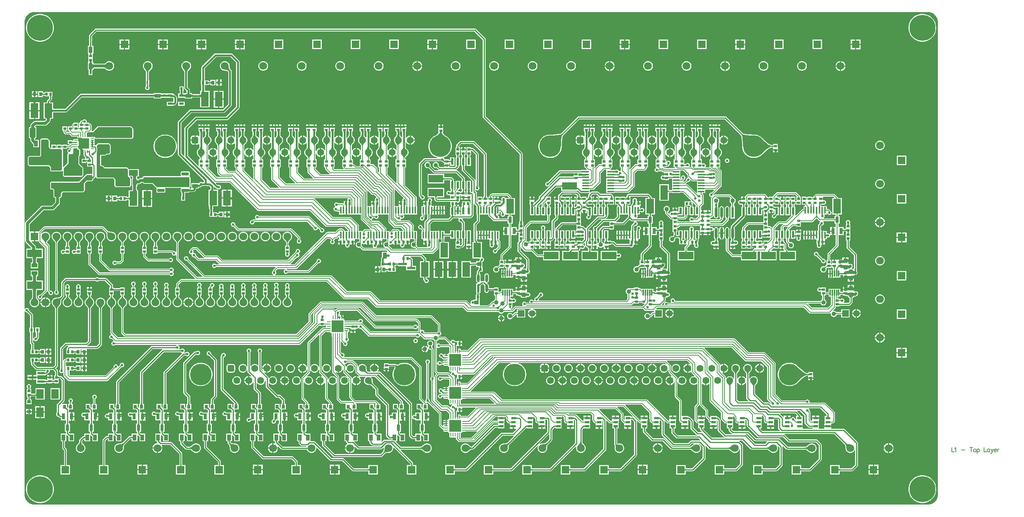
<source format=gtl>
G04*
G04 #@! TF.GenerationSoftware,Altium Limited,Altium Designer,22.10.1 (41)*
G04*
G04 Layer_Physical_Order=1*
G04 Layer_Color=255*
%FSLAX25Y25*%
%MOIN*%
G70*
G04*
G04 #@! TF.SameCoordinates,B22AEA06-AE45-4BA8-881C-222E2ACC086B*
G04*
G04*
G04 #@! TF.FilePolarity,Positive*
G04*
G01*
G75*
%ADD14C,0.01500*%
%ADD16C,0.01000*%
%ADD18C,0.00800*%
%ADD19C,0.00600*%
%ADD20C,0.01200*%
%ADD21R,0.02559X0.02165*%
%ADD22R,0.02165X0.02559*%
%ADD23R,0.02362X0.03150*%
%ADD24R,0.02362X0.06102*%
%ADD25R,0.13386X0.07087*%
%ADD26R,0.07087X0.13386*%
%ADD27R,0.05315X0.03543*%
%ADD28R,0.02756X0.01575*%
%ADD29R,0.01575X0.02756*%
%ADD30R,0.03543X0.05315*%
%ADD31R,0.08268X0.05315*%
%ADD32R,0.03740X0.03937*%
%ADD33R,0.07874X0.07874*%
%ADD34R,0.03150X0.05512*%
%ADD35R,0.03268X0.02756*%
%ADD36R,0.15748X0.05906*%
%ADD37R,0.06693X0.08858*%
%ADD38R,0.02953X0.03543*%
%ADD39R,0.04331X0.02362*%
%ADD40R,0.00984X0.02756*%
%ADD41R,0.02756X0.00984*%
%ADD42R,0.09646X0.09646*%
%ADD43R,0.02410X0.07107*%
G04:AMPARAMS|DCode=44|XSize=71.07mil|YSize=24.1mil|CornerRadius=12.05mil|HoleSize=0mil|Usage=FLASHONLY|Rotation=90.000|XOffset=0mil|YOffset=0mil|HoleType=Round|Shape=RoundedRectangle|*
%AMROUNDEDRECTD44*
21,1,0.07107,0.00000,0,0,90.0*
21,1,0.04697,0.02410,0,0,90.0*
1,1,0.02410,0.00000,0.02349*
1,1,0.02410,0.00000,-0.02349*
1,1,0.02410,0.00000,-0.02349*
1,1,0.02410,0.00000,0.02349*
%
%ADD44ROUNDEDRECTD44*%
%ADD45R,0.07480X0.02362*%
G04:AMPARAMS|DCode=46|XSize=25.59mil|YSize=64.96mil|CornerRadius=1.92mil|HoleSize=0mil|Usage=FLASHONLY|Rotation=270.000|XOffset=0mil|YOffset=0mil|HoleType=Round|Shape=RoundedRectangle|*
%AMROUNDEDRECTD46*
21,1,0.02559,0.06112,0,0,270.0*
21,1,0.02175,0.06496,0,0,270.0*
1,1,0.00384,-0.03056,-0.01088*
1,1,0.00384,-0.03056,0.01088*
1,1,0.00384,0.03056,0.01088*
1,1,0.00384,0.03056,-0.01088*
%
%ADD46ROUNDEDRECTD46*%
%ADD47R,0.07087X0.02362*%
%ADD48O,0.03543X0.00984*%
%ADD49O,0.00984X0.03543*%
%ADD50R,0.11024X0.11024*%
G04:AMPARAMS|DCode=51|XSize=97.21mil|YSize=24.49mil|CornerRadius=12.25mil|HoleSize=0mil|Usage=FLASHONLY|Rotation=270.000|XOffset=0mil|YOffset=0mil|HoleType=Round|Shape=RoundedRectangle|*
%AMROUNDEDRECTD51*
21,1,0.09721,0.00000,0,0,270.0*
21,1,0.07272,0.02449,0,0,270.0*
1,1,0.02449,0.00000,-0.03636*
1,1,0.02449,0.00000,0.03636*
1,1,0.02449,0.00000,0.03636*
1,1,0.02449,0.00000,-0.03636*
%
%ADD51ROUNDEDRECTD51*%
%ADD52R,0.02449X0.09721*%
%ADD53R,0.01575X0.05906*%
%ADD54R,0.01181X0.05512*%
%ADD55R,0.11024X0.11024*%
%ADD56R,0.07874X0.07874*%
%ADD57R,0.05315X0.08268*%
%ADD58R,0.03937X0.03740*%
%ADD59R,0.05906X0.01575*%
%ADD106C,0.04000*%
%ADD107C,0.02000*%
%ADD108C,0.02500*%
%ADD109C,0.03000*%
%ADD110R,0.07087X0.07087*%
%ADD111C,0.07087*%
%ADD112C,0.23622*%
%ADD113C,0.19685*%
%ADD114C,0.06299*%
G04:AMPARAMS|DCode=115|XSize=62.99mil|YSize=62.99mil|CornerRadius=15.75mil|HoleSize=0mil|Usage=FLASHONLY|Rotation=270.000|XOffset=0mil|YOffset=0mil|HoleType=Round|Shape=RoundedRectangle|*
%AMROUNDEDRECTD115*
21,1,0.06299,0.03150,0,0,270.0*
21,1,0.03150,0.06299,0,0,270.0*
1,1,0.03150,-0.01575,-0.01575*
1,1,0.03150,-0.01575,0.01575*
1,1,0.03150,0.01575,0.01575*
1,1,0.03150,0.01575,-0.01575*
%
%ADD115ROUNDEDRECTD115*%
%ADD116C,0.05906*%
%ADD117R,0.05906X0.05906*%
%ADD118R,0.07087X0.07087*%
%ADD119C,0.02362*%
%ADD120C,0.01968*%
G36*
X822500Y449197D02*
X823406Y449197D01*
X825183Y448844D01*
X826857Y448150D01*
X828363Y447144D01*
X829644Y445863D01*
X830650Y444356D01*
X831344Y442683D01*
X831697Y440906D01*
X831697Y440000D01*
X831697Y10000D01*
X831697Y9094D01*
X831344Y7317D01*
X830651Y5643D01*
X829644Y4137D01*
X828363Y2856D01*
X826857Y1849D01*
X825183Y1156D01*
X823406Y803D01*
X822500Y803D01*
X10000D01*
X9094Y803D01*
X7317Y1156D01*
X5644Y1850D01*
X4137Y2856D01*
X2856Y4137D01*
X1850Y5643D01*
X1156Y7317D01*
X803Y9094D01*
X803Y10000D01*
X803Y176854D01*
X1303Y176953D01*
X1331Y176885D01*
X1885Y176331D01*
X2608Y176031D01*
X3112D01*
X5931Y173212D01*
Y162362D01*
X5276D01*
Y157638D01*
X5931D01*
Y148256D01*
X6031Y147754D01*
X6316Y147328D01*
X6937Y146706D01*
Y142067D01*
X6380D01*
Y137933D01*
X13620D01*
Y138687D01*
X14980D01*
Y137441D01*
X19508D01*
Y142559D01*
X14980D01*
Y141313D01*
X13620D01*
Y142067D01*
X9563D01*
Y147250D01*
X9463Y147752D01*
X9178Y148178D01*
X8557Y148800D01*
Y151048D01*
X9031Y151108D01*
X9331Y150385D01*
X9885Y149831D01*
X10608Y149531D01*
X11392D01*
X12115Y149831D01*
X12669Y150385D01*
X12968Y151108D01*
Y151612D01*
X13684Y152328D01*
X13969Y152754D01*
X14069Y153256D01*
Y157638D01*
X14724D01*
Y162362D01*
X10787D01*
Y157638D01*
X11443D01*
Y153800D01*
X11112Y153469D01*
X10608D01*
X9885Y153169D01*
X9331Y152615D01*
X9031Y151892D01*
X8557Y151952D01*
Y157638D01*
X9213D01*
Y162362D01*
X8557D01*
Y173756D01*
X8457Y174258D01*
X8172Y174684D01*
X4969Y177888D01*
Y178392D01*
X4669Y179115D01*
X4115Y179669D01*
X3392Y179969D01*
X2608D01*
X1885Y179669D01*
X1331Y179115D01*
X1303Y179046D01*
X803Y179146D01*
X803Y440000D01*
Y440906D01*
X1156Y442683D01*
X1850Y444356D01*
X2856Y445863D01*
X4137Y447144D01*
X5643Y448150D01*
X7317Y448844D01*
X9094Y449197D01*
X10000Y449197D01*
X822500Y449197D01*
D02*
G37*
G36*
X15792Y139000D02*
X15782Y139095D01*
X15751Y139180D01*
X15701Y139255D01*
X15630Y139320D01*
X15539Y139375D01*
X15427Y139420D01*
X15296Y139455D01*
X15144Y139480D01*
X14972Y139495D01*
X14780Y139500D01*
Y140500D01*
X14972Y140505D01*
X15144Y140520D01*
X15296Y140545D01*
X15427Y140580D01*
X15539Y140625D01*
X15630Y140680D01*
X15701Y140745D01*
X15751Y140820D01*
X15782Y140905D01*
X15792Y141000D01*
Y139000D01*
D02*
G37*
G36*
X12819Y140905D02*
X12849Y140820D01*
X12900Y140745D01*
X12971Y140680D01*
X13062Y140625D01*
X13173Y140580D01*
X13305Y140545D01*
X13456Y140520D01*
X13628Y140505D01*
X13821Y140500D01*
Y139500D01*
X13628Y139495D01*
X13456Y139480D01*
X13305Y139455D01*
X13173Y139420D01*
X13062Y139375D01*
X12971Y139320D01*
X12900Y139255D01*
X12849Y139180D01*
X12819Y139095D01*
X12809Y139000D01*
Y141000D01*
X12819Y140905D01*
D02*
G37*
%LPC*%
G36*
X818491Y447598D02*
X816508D01*
X814550Y447288D01*
X812664Y446675D01*
X810897Y445775D01*
X809293Y444609D01*
X807891Y443207D01*
X806725Y441603D01*
X805825Y439836D01*
X805212Y437950D01*
X804902Y435991D01*
Y434009D01*
X805212Y432050D01*
X805825Y430164D01*
X806725Y428397D01*
X807891Y426793D01*
X809293Y425390D01*
X810897Y424225D01*
X812664Y423325D01*
X814550Y422712D01*
X816508Y422402D01*
X818491D01*
X820450Y422712D01*
X822336Y423325D01*
X824103Y424225D01*
X825707Y425390D01*
X827110Y426793D01*
X828275Y428397D01*
X829175Y430164D01*
X829788Y432050D01*
X830098Y434009D01*
Y435991D01*
X829788Y437950D01*
X829175Y439836D01*
X828275Y441603D01*
X827110Y443207D01*
X825707Y444609D01*
X824103Y445775D01*
X822336Y446675D01*
X820450Y447288D01*
X818491Y447598D01*
D02*
G37*
G36*
X15992D02*
X14008D01*
X12050Y447288D01*
X10164Y446675D01*
X8397Y445775D01*
X6793Y444609D01*
X5390Y443207D01*
X4225Y441603D01*
X3325Y439836D01*
X2712Y437950D01*
X2402Y435991D01*
Y434009D01*
X2712Y432050D01*
X3325Y430164D01*
X4225Y428397D01*
X5390Y426793D01*
X6793Y425390D01*
X8397Y424225D01*
X10164Y423325D01*
X12050Y422712D01*
X14008Y422402D01*
X15992D01*
X17950Y422712D01*
X19836Y423325D01*
X21603Y424225D01*
X23207Y425390D01*
X24610Y426793D01*
X25775Y428397D01*
X26675Y430164D01*
X27288Y432050D01*
X27598Y434009D01*
Y435991D01*
X27288Y437950D01*
X26675Y439836D01*
X25775Y441603D01*
X24610Y443207D01*
X23207Y444609D01*
X21603Y445775D01*
X19836Y446675D01*
X17950Y447288D01*
X15992Y447598D01*
D02*
G37*
G36*
X201433Y424386D02*
X197390D01*
Y420342D01*
X201433D01*
Y424386D01*
D02*
G37*
G36*
X96433D02*
X92390D01*
Y420342D01*
X96433D01*
Y424386D01*
D02*
G37*
G36*
X761433D02*
X757390D01*
Y420342D01*
X761433D01*
Y424386D01*
D02*
G37*
G36*
X656433D02*
X652390D01*
Y420342D01*
X656433D01*
Y424386D01*
D02*
G37*
G36*
X376433D02*
X372390D01*
Y420342D01*
X376433D01*
Y424386D01*
D02*
G37*
G36*
X166433D02*
X162390D01*
Y420342D01*
X166433D01*
Y424386D01*
D02*
G37*
G36*
X131433D02*
X127390D01*
Y420342D01*
X131433D01*
Y424386D01*
D02*
G37*
G36*
X551433D02*
X547390D01*
Y420342D01*
X551433D01*
Y424386D01*
D02*
G37*
G36*
X196390D02*
X192347D01*
Y420342D01*
X196390D01*
Y424386D01*
D02*
G37*
G36*
X371390D02*
X367347D01*
Y420342D01*
X371390D01*
Y424386D01*
D02*
G37*
G36*
X126390D02*
X122346D01*
Y420342D01*
X126390D01*
Y424386D01*
D02*
G37*
G36*
X91390D02*
X87347D01*
Y420342D01*
X91390D01*
Y424386D01*
D02*
G37*
G36*
X756390D02*
X752347D01*
Y420342D01*
X756390D01*
Y424386D01*
D02*
G37*
G36*
X651390D02*
X647346D01*
Y420342D01*
X651390D01*
Y424386D01*
D02*
G37*
G36*
X546390D02*
X542346D01*
Y420342D01*
X546390D01*
Y424386D01*
D02*
G37*
G36*
X161390D02*
X157346D01*
Y420342D01*
X161390D01*
Y424386D01*
D02*
G37*
G36*
X726221Y424173D02*
X717559D01*
Y415512D01*
X726221D01*
Y424173D01*
D02*
G37*
G36*
X691221D02*
X682559D01*
Y415512D01*
X691221D01*
Y424173D01*
D02*
G37*
G36*
X621220D02*
X612559D01*
Y415512D01*
X621220D01*
Y424173D01*
D02*
G37*
G36*
X586221D02*
X577559D01*
Y415512D01*
X586221D01*
Y424173D01*
D02*
G37*
G36*
X516221D02*
X507559D01*
Y415512D01*
X516221D01*
Y424173D01*
D02*
G37*
G36*
X481220D02*
X472559D01*
Y415512D01*
X481220D01*
Y424173D01*
D02*
G37*
G36*
X446220D02*
X437559D01*
Y415512D01*
X446220D01*
Y424173D01*
D02*
G37*
G36*
X411221D02*
X402559D01*
Y415512D01*
X411221D01*
Y424173D01*
D02*
G37*
G36*
X341220D02*
X332559D01*
Y415512D01*
X341220D01*
Y424173D01*
D02*
G37*
G36*
X306221D02*
X297559D01*
Y415512D01*
X306221D01*
Y424173D01*
D02*
G37*
G36*
X271220D02*
X262559D01*
Y415512D01*
X271220D01*
Y424173D01*
D02*
G37*
G36*
X236221D02*
X227559D01*
Y415512D01*
X236221D01*
Y424173D01*
D02*
G37*
G36*
X761433Y419343D02*
X757390D01*
Y415299D01*
X761433D01*
Y419343D01*
D02*
G37*
G36*
X756390D02*
X752347D01*
Y415299D01*
X756390D01*
Y419343D01*
D02*
G37*
G36*
X656433D02*
X652390D01*
Y415299D01*
X656433D01*
Y419343D01*
D02*
G37*
G36*
X651390D02*
X647346D01*
Y415299D01*
X651390D01*
Y419343D01*
D02*
G37*
G36*
X551433D02*
X547390D01*
Y415299D01*
X551433D01*
Y419343D01*
D02*
G37*
G36*
X546390D02*
X542346D01*
Y415299D01*
X546390D01*
Y419343D01*
D02*
G37*
G36*
X376433D02*
X372390D01*
Y415299D01*
X376433D01*
Y419343D01*
D02*
G37*
G36*
X371390D02*
X367347D01*
Y415299D01*
X371390D01*
Y419343D01*
D02*
G37*
G36*
X201433D02*
X197390D01*
Y415299D01*
X201433D01*
Y419343D01*
D02*
G37*
G36*
X196390D02*
X192347D01*
Y415299D01*
X196390D01*
Y419343D01*
D02*
G37*
G36*
X166433D02*
X162390D01*
Y415299D01*
X166433D01*
Y419343D01*
D02*
G37*
G36*
X161390D02*
X157346D01*
Y415299D01*
X161390D01*
Y419343D01*
D02*
G37*
G36*
X131433D02*
X127390D01*
Y415299D01*
X131433D01*
Y419343D01*
D02*
G37*
G36*
X126390D02*
X122346D01*
Y415299D01*
X126390D01*
Y419343D01*
D02*
G37*
G36*
X96433D02*
X92390D01*
Y415299D01*
X96433D01*
Y419343D01*
D02*
G37*
G36*
X91390D02*
X87347D01*
Y415299D01*
X91390D01*
Y419343D01*
D02*
G37*
G36*
X358708Y404701D02*
X358610D01*
Y400658D01*
X362653D01*
Y400756D01*
X362344Y401911D01*
X361746Y402947D01*
X360900Y403793D01*
X359864Y404391D01*
X358708Y404701D01*
D02*
G37*
G36*
X743708D02*
X743610D01*
Y400658D01*
X747653D01*
Y400756D01*
X747344Y401911D01*
X746746Y402947D01*
X745900Y403793D01*
X744864Y404391D01*
X743708Y404701D01*
D02*
G37*
G36*
X638708D02*
X638610D01*
Y400658D01*
X642654D01*
Y400756D01*
X642344Y401911D01*
X641746Y402947D01*
X640900Y403793D01*
X639864Y404391D01*
X638708Y404701D01*
D02*
G37*
G36*
X533708D02*
X533610D01*
Y400658D01*
X537653D01*
Y400756D01*
X537344Y401911D01*
X536746Y402947D01*
X535900Y403793D01*
X534864Y404391D01*
X533708Y404701D01*
D02*
G37*
G36*
X742610D02*
X742512D01*
X741357Y404391D01*
X740321Y403793D01*
X739475Y402947D01*
X738877Y401911D01*
X738567Y400756D01*
Y400658D01*
X742610D01*
Y404701D01*
D02*
G37*
G36*
X637610D02*
X637512D01*
X636357Y404391D01*
X635321Y403793D01*
X634475Y402947D01*
X633877Y401911D01*
X633567Y400756D01*
Y400658D01*
X637610D01*
Y404701D01*
D02*
G37*
G36*
X357610D02*
X357512D01*
X356357Y404391D01*
X355321Y403793D01*
X354475Y402947D01*
X353877Y401911D01*
X353567Y400756D01*
Y400658D01*
X357610D01*
Y404701D01*
D02*
G37*
G36*
X532610D02*
X532512D01*
X531357Y404391D01*
X530321Y403793D01*
X529475Y402947D01*
X528877Y401911D01*
X528567Y400756D01*
Y400658D01*
X532610D01*
Y404701D01*
D02*
G37*
G36*
X708680Y404488D02*
X707540D01*
X706439Y404193D01*
X705451Y403623D01*
X704645Y402817D01*
X704075Y401829D01*
X703780Y400728D01*
Y399587D01*
X704075Y398486D01*
X704645Y397498D01*
X705451Y396692D01*
X706439Y396122D01*
X707540Y395827D01*
X708680D01*
X709782Y396122D01*
X710769Y396692D01*
X711576Y397498D01*
X712146Y398486D01*
X712441Y399587D01*
Y400728D01*
X712146Y401829D01*
X711576Y402817D01*
X710769Y403623D01*
X709782Y404193D01*
X708680Y404488D01*
D02*
G37*
G36*
X673680D02*
X672540D01*
X671439Y404193D01*
X670451Y403623D01*
X669645Y402817D01*
X669075Y401829D01*
X668780Y400728D01*
Y399587D01*
X669075Y398486D01*
X669645Y397498D01*
X670451Y396692D01*
X671439Y396122D01*
X672540Y395827D01*
X673680D01*
X674782Y396122D01*
X675769Y396692D01*
X676576Y397498D01*
X677146Y398486D01*
X677441Y399587D01*
Y400728D01*
X677146Y401829D01*
X676576Y402817D01*
X675769Y403623D01*
X674782Y404193D01*
X673680Y404488D01*
D02*
G37*
G36*
X603680D02*
X602540D01*
X601439Y404193D01*
X600451Y403623D01*
X599645Y402817D01*
X599075Y401829D01*
X598779Y400728D01*
Y399587D01*
X599075Y398486D01*
X599645Y397498D01*
X600451Y396692D01*
X601439Y396122D01*
X602540Y395827D01*
X603680D01*
X604782Y396122D01*
X605769Y396692D01*
X606576Y397498D01*
X607146Y398486D01*
X607441Y399587D01*
Y400728D01*
X607146Y401829D01*
X606576Y402817D01*
X605769Y403623D01*
X604782Y404193D01*
X603680Y404488D01*
D02*
G37*
G36*
X568680D02*
X567540D01*
X566439Y404193D01*
X565451Y403623D01*
X564645Y402817D01*
X564075Y401829D01*
X563779Y400728D01*
Y399587D01*
X564075Y398486D01*
X564645Y397498D01*
X565451Y396692D01*
X566439Y396122D01*
X567540Y395827D01*
X568680D01*
X569782Y396122D01*
X570769Y396692D01*
X571576Y397498D01*
X572146Y398486D01*
X572441Y399587D01*
Y400728D01*
X572146Y401829D01*
X571576Y402817D01*
X570769Y403623D01*
X569782Y404193D01*
X568680Y404488D01*
D02*
G37*
G36*
X498680D02*
X497540D01*
X496439Y404193D01*
X495451Y403623D01*
X494645Y402817D01*
X494075Y401829D01*
X493780Y400728D01*
Y399587D01*
X494075Y398486D01*
X494645Y397498D01*
X495451Y396692D01*
X496439Y396122D01*
X497540Y395827D01*
X498680D01*
X499782Y396122D01*
X500769Y396692D01*
X501576Y397498D01*
X502146Y398486D01*
X502441Y399587D01*
Y400728D01*
X502146Y401829D01*
X501576Y402817D01*
X500769Y403623D01*
X499782Y404193D01*
X498680Y404488D01*
D02*
G37*
G36*
X463680D02*
X462540D01*
X461439Y404193D01*
X460451Y403623D01*
X459645Y402817D01*
X459075Y401829D01*
X458779Y400728D01*
Y399587D01*
X459075Y398486D01*
X459645Y397498D01*
X460451Y396692D01*
X461439Y396122D01*
X462540Y395827D01*
X463680D01*
X464782Y396122D01*
X465769Y396692D01*
X466576Y397498D01*
X467146Y398486D01*
X467441Y399587D01*
Y400728D01*
X467146Y401829D01*
X466576Y402817D01*
X465769Y403623D01*
X464782Y404193D01*
X463680Y404488D01*
D02*
G37*
G36*
X428680D02*
X427540D01*
X426439Y404193D01*
X425451Y403623D01*
X424645Y402817D01*
X424075Y401829D01*
X423779Y400728D01*
Y399587D01*
X424075Y398486D01*
X424645Y397498D01*
X425451Y396692D01*
X426439Y396122D01*
X427540Y395827D01*
X428680D01*
X429782Y396122D01*
X430769Y396692D01*
X431576Y397498D01*
X432146Y398486D01*
X432441Y399587D01*
Y400728D01*
X432146Y401829D01*
X431576Y402817D01*
X430769Y403623D01*
X429782Y404193D01*
X428680Y404488D01*
D02*
G37*
G36*
X393680D02*
X392540D01*
X391439Y404193D01*
X390451Y403623D01*
X389645Y402817D01*
X389075Y401829D01*
X388779Y400728D01*
Y399587D01*
X389075Y398486D01*
X389645Y397498D01*
X390451Y396692D01*
X391439Y396122D01*
X392540Y395827D01*
X393680D01*
X394782Y396122D01*
X395769Y396692D01*
X396576Y397498D01*
X397146Y398486D01*
X397441Y399587D01*
Y400728D01*
X397146Y401829D01*
X396576Y402817D01*
X395769Y403623D01*
X394782Y404193D01*
X393680Y404488D01*
D02*
G37*
G36*
X323680D02*
X322540D01*
X321439Y404193D01*
X320451Y403623D01*
X319645Y402817D01*
X319075Y401829D01*
X318779Y400728D01*
Y399587D01*
X319075Y398486D01*
X319645Y397498D01*
X320451Y396692D01*
X321439Y396122D01*
X322540Y395827D01*
X323680D01*
X324782Y396122D01*
X325769Y396692D01*
X326576Y397498D01*
X327146Y398486D01*
X327441Y399587D01*
Y400728D01*
X327146Y401829D01*
X326576Y402817D01*
X325769Y403623D01*
X324782Y404193D01*
X323680Y404488D01*
D02*
G37*
G36*
X288680D02*
X287540D01*
X286439Y404193D01*
X285451Y403623D01*
X284645Y402817D01*
X284075Y401829D01*
X283780Y400728D01*
Y399587D01*
X284075Y398486D01*
X284645Y397498D01*
X285451Y396692D01*
X286439Y396122D01*
X287540Y395827D01*
X288680D01*
X289782Y396122D01*
X290769Y396692D01*
X291576Y397498D01*
X292146Y398486D01*
X292441Y399587D01*
Y400728D01*
X292146Y401829D01*
X291576Y402817D01*
X290769Y403623D01*
X289782Y404193D01*
X288680Y404488D01*
D02*
G37*
G36*
X253680D02*
X252540D01*
X251439Y404193D01*
X250451Y403623D01*
X249645Y402817D01*
X249075Y401829D01*
X248780Y400728D01*
Y399587D01*
X249075Y398486D01*
X249645Y397498D01*
X250451Y396692D01*
X251439Y396122D01*
X252540Y395827D01*
X253680D01*
X254782Y396122D01*
X255769Y396692D01*
X256576Y397498D01*
X257146Y398486D01*
X257441Y399587D01*
Y400728D01*
X257146Y401829D01*
X256576Y402817D01*
X255769Y403623D01*
X254782Y404193D01*
X253680Y404488D01*
D02*
G37*
G36*
X218680D02*
X217540D01*
X216439Y404193D01*
X215451Y403623D01*
X214645Y402817D01*
X214075Y401829D01*
X213779Y400728D01*
Y399587D01*
X214075Y398486D01*
X214645Y397498D01*
X215451Y396692D01*
X216439Y396122D01*
X217540Y395827D01*
X218680D01*
X219782Y396122D01*
X220769Y396692D01*
X221576Y397498D01*
X222146Y398486D01*
X222441Y399587D01*
Y400728D01*
X222146Y401829D01*
X221576Y402817D01*
X220769Y403623D01*
X219782Y404193D01*
X218680Y404488D01*
D02*
G37*
G36*
X747653Y399658D02*
X743610D01*
Y395614D01*
X743708D01*
X744864Y395924D01*
X745900Y396522D01*
X746746Y397368D01*
X747344Y398404D01*
X747653Y399559D01*
Y399658D01*
D02*
G37*
G36*
X742610D02*
X738567D01*
Y399559D01*
X738877Y398404D01*
X739475Y397368D01*
X740321Y396522D01*
X741357Y395924D01*
X742512Y395614D01*
X742610D01*
Y399658D01*
D02*
G37*
G36*
X642654D02*
X638610D01*
Y395614D01*
X638708D01*
X639864Y395924D01*
X640900Y396522D01*
X641746Y397368D01*
X642344Y398404D01*
X642654Y399559D01*
Y399658D01*
D02*
G37*
G36*
X637610D02*
X633567D01*
Y399559D01*
X633877Y398404D01*
X634475Y397368D01*
X635321Y396522D01*
X636357Y395924D01*
X637512Y395614D01*
X637610D01*
Y399658D01*
D02*
G37*
G36*
X537653D02*
X533610D01*
Y395614D01*
X533708D01*
X534864Y395924D01*
X535900Y396522D01*
X536746Y397368D01*
X537344Y398404D01*
X537653Y399559D01*
Y399658D01*
D02*
G37*
G36*
X532610D02*
X528567D01*
Y399559D01*
X528877Y398404D01*
X529475Y397368D01*
X530321Y396522D01*
X531357Y395924D01*
X532512Y395614D01*
X532610D01*
Y399658D01*
D02*
G37*
G36*
X362653D02*
X358610D01*
Y395614D01*
X358708D01*
X359864Y395924D01*
X360900Y396522D01*
X361746Y397368D01*
X362344Y398404D01*
X362653Y399559D01*
Y399658D01*
D02*
G37*
G36*
X357610D02*
X353567D01*
Y399559D01*
X353877Y398404D01*
X354475Y397368D01*
X355321Y396522D01*
X356357Y395924D01*
X357512Y395614D01*
X357610D01*
Y399658D01*
D02*
G37*
G36*
X180232Y387772D02*
X178256D01*
Y385500D01*
X180232D01*
Y387772D01*
D02*
G37*
G36*
X177256D02*
X175279D01*
Y385500D01*
X177256D01*
Y387772D01*
D02*
G37*
G36*
X180232Y384500D02*
X178256D01*
Y382228D01*
X180232D01*
Y384500D01*
D02*
G37*
G36*
X177256D02*
X175279D01*
Y382228D01*
X177256D01*
Y384500D01*
D02*
G37*
G36*
X113680Y404488D02*
X112540D01*
X111439Y404193D01*
X110451Y403623D01*
X109645Y402817D01*
X109075Y401829D01*
X108780Y400728D01*
Y399587D01*
X109075Y398486D01*
X109645Y397498D01*
X109783Y397360D01*
X110416Y396561D01*
X110909Y395850D01*
X111090Y395550D01*
X111235Y395276D01*
X111340Y395039D01*
X111408Y394843D01*
X111442Y394693D01*
X111443Y394676D01*
Y387165D01*
X111181D01*
Y386383D01*
X111178Y386366D01*
X111181Y386349D01*
Y383651D01*
X111178Y383634D01*
X111181Y383617D01*
Y382835D01*
X111443D01*
Y381882D01*
X111437Y381840D01*
X111427Y381795D01*
X111416Y381759D01*
X111405Y381732D01*
X111395Y381711D01*
X111385Y381696D01*
X111376Y381684D01*
X111340Y381645D01*
X111307Y381591D01*
X111087Y381371D01*
X110787Y380647D01*
Y379864D01*
X111087Y379141D01*
X111641Y378587D01*
X112364Y378287D01*
X113147D01*
X113871Y378587D01*
X114425Y379141D01*
X114724Y379864D01*
Y380647D01*
X114425Y381371D01*
X114205Y381591D01*
X114172Y381645D01*
X114136Y381684D01*
X114127Y381696D01*
X114117Y381711D01*
X114107Y381732D01*
X114096Y381759D01*
X114085Y381795D01*
X114075Y381840D01*
X114068Y381882D01*
Y382835D01*
X114331D01*
Y383617D01*
X114334Y383634D01*
X114331Y383651D01*
Y386349D01*
X114334Y386366D01*
X114331Y386383D01*
Y387165D01*
X114068D01*
Y394578D01*
X114072Y394618D01*
X114107Y394767D01*
X114175Y394944D01*
X114281Y395146D01*
X114428Y395373D01*
X114619Y395619D01*
X114847Y395876D01*
X115466Y396464D01*
X115672Y396636D01*
X115769Y396692D01*
X116576Y397498D01*
X117146Y398486D01*
X117441Y399587D01*
Y400728D01*
X117146Y401829D01*
X116576Y402817D01*
X115769Y403623D01*
X114782Y404193D01*
X113680Y404488D01*
D02*
G37*
G36*
X12476Y377358D02*
X10500D01*
Y375087D01*
X12476D01*
Y377358D01*
D02*
G37*
G36*
X9500D02*
X7524D01*
Y375087D01*
X9500D01*
Y377358D01*
D02*
G37*
G36*
X12476Y374087D02*
X10500D01*
Y371815D01*
X12476D01*
Y374087D01*
D02*
G37*
G36*
X9500D02*
X7524D01*
Y371815D01*
X9500D01*
Y374087D01*
D02*
G37*
G36*
X182043Y377693D02*
X178000D01*
Y370500D01*
X182043D01*
Y377693D01*
D02*
G37*
G36*
X177000D02*
X172957D01*
Y370500D01*
X177000D01*
Y377693D01*
D02*
G37*
G36*
X17776Y377146D02*
X13248D01*
Y372028D01*
X17776D01*
Y373274D01*
X19136D01*
Y372520D01*
X23193D01*
Y370636D01*
X21572Y369015D01*
X21287Y368589D01*
X21187Y368087D01*
Y367067D01*
X18169D01*
Y352106D01*
X20184D01*
X20203Y352084D01*
X20253Y351996D01*
X20311Y351840D01*
X20366Y351618D01*
X20396Y351420D01*
X19139Y350164D01*
X10500D01*
X10500Y350164D01*
X9705Y350006D01*
X9031Y349555D01*
X9031Y349555D01*
X6950Y347475D01*
X6500Y346801D01*
X6342Y346006D01*
Y345424D01*
X6329Y345267D01*
X6287Y344984D01*
X6233Y344764D01*
X6176Y344610D01*
X6128Y344524D01*
X6115Y344508D01*
X4862D01*
Y334665D01*
X5846D01*
X5866Y334663D01*
X5894Y334653D01*
X5919Y334636D01*
X5963Y334589D01*
X6025Y334487D01*
X6095Y334316D01*
X6159Y334076D01*
X6210Y333768D01*
X6230Y333543D01*
Y332736D01*
X6388Y331941D01*
X6838Y331267D01*
X7656Y330449D01*
X7759Y330342D01*
X8421Y329566D01*
X8647Y329261D01*
X8811Y329006D01*
X8898Y328839D01*
Y326142D01*
X14016D01*
Y333032D01*
X11136D01*
X11050Y333048D01*
X11044Y333053D01*
X10390Y333606D01*
X10404Y333768D01*
X10455Y334076D01*
X10520Y334316D01*
X10589Y334487D01*
X10651Y334589D01*
X10695Y334636D01*
X10720Y334653D01*
X10748Y334663D01*
X10768Y334665D01*
X11752D01*
Y344508D01*
X10724D01*
X10711Y344524D01*
X10663Y344610D01*
X10606Y344764D01*
X10552Y344984D01*
X10524Y345172D01*
X11361Y346009D01*
X20000D01*
X20795Y346167D01*
X21469Y346618D01*
X23969Y349118D01*
X23969Y349118D01*
X24419Y349792D01*
X24577Y350587D01*
Y351168D01*
X24591Y351333D01*
X24634Y351618D01*
X24689Y351840D01*
X24747Y351996D01*
X24797Y352084D01*
X24816Y352106D01*
X26831D01*
Y357955D01*
X26937Y357984D01*
X27093Y358010D01*
X27200Y358019D01*
X38500D01*
X39100Y358138D01*
X39608Y358478D01*
X52813Y371683D01*
X118189D01*
X118298Y371673D01*
X118456Y371647D01*
X118555Y371620D01*
Y370484D01*
X125445D01*
Y371325D01*
X125485Y371354D01*
X125933Y371380D01*
X125933Y371380D01*
X126715D01*
X126733Y371376D01*
X126750Y371380D01*
X129250D01*
X129268Y371376D01*
X129285Y371380D01*
X130067D01*
X130067Y371380D01*
X130429Y371272D01*
Y371272D01*
X130522Y371272D01*
X131212D01*
X131229Y371269D01*
X131246Y371272D01*
X135518D01*
X135536Y371269D01*
X135553Y371272D01*
X136011D01*
X136433Y370851D01*
Y368188D01*
X136335Y367729D01*
X135553D01*
X135536Y367732D01*
X135518Y367729D01*
X130429D01*
Y363792D01*
X135518D01*
X135536Y363788D01*
X135553Y363792D01*
X136335D01*
Y364250D01*
X136524Y364268D01*
X136835D01*
X137435Y364387D01*
X137944Y364727D01*
X139108Y365892D01*
X139448Y366400D01*
X139567Y367000D01*
Y371500D01*
X139448Y372100D01*
X139108Y372608D01*
X137694Y374023D01*
X137185Y374363D01*
X136585Y374482D01*
X136335D01*
Y375209D01*
X131246D01*
X131229Y375212D01*
X131212Y375209D01*
X130429D01*
X130429Y375209D01*
X130067Y375120D01*
X130067Y375120D01*
X129285D01*
X129268Y375124D01*
X129250Y375120D01*
X126750D01*
X126733Y375124D01*
X126715Y375120D01*
X125933D01*
Y375120D01*
X125509Y375145D01*
X125445Y375192D01*
Y375602D01*
X118555D01*
Y374880D01*
X118456Y374853D01*
X118298Y374827D01*
X118189Y374817D01*
X52163D01*
X51564Y374698D01*
X51055Y374358D01*
X37851Y361154D01*
X27200D01*
X27093Y361164D01*
X26937Y361190D01*
X26831Y361218D01*
Y367067D01*
X23871D01*
X23837Y367567D01*
X25434Y369164D01*
X25719Y369590D01*
X25818Y370093D01*
Y372520D01*
X26376D01*
Y376654D01*
X19136D01*
Y375899D01*
X17776D01*
Y377146D01*
D02*
G37*
G36*
X146571Y367729D02*
X140666D01*
Y363792D01*
X146571D01*
Y367729D01*
D02*
G37*
G36*
X182043Y369500D02*
X178000D01*
Y362307D01*
X182043D01*
Y369500D01*
D02*
G37*
G36*
X177000D02*
X172957D01*
Y362307D01*
X177000D01*
Y369500D01*
D02*
G37*
G36*
X14543Y367280D02*
X10500D01*
Y360087D01*
X14543D01*
Y367280D01*
D02*
G37*
G36*
X9500D02*
X5457D01*
Y360087D01*
X9500D01*
Y367280D01*
D02*
G37*
G36*
X14543Y359087D02*
X10500D01*
Y351894D01*
X14543D01*
Y359087D01*
D02*
G37*
G36*
X9500D02*
X5457D01*
Y351894D01*
X9500D01*
Y359087D01*
D02*
G37*
G36*
X633779Y346787D02*
X631902D01*
Y345500D01*
X633779D01*
Y346787D01*
D02*
G37*
G36*
X630902D02*
X629024D01*
Y345500D01*
X630902D01*
Y346787D01*
D02*
G37*
G36*
X628476D02*
X626598D01*
Y345500D01*
X628476D01*
Y346787D01*
D02*
G37*
G36*
X625598D02*
X623721D01*
Y345500D01*
X625598D01*
Y346787D01*
D02*
G37*
G36*
X617279D02*
X615402D01*
Y345500D01*
X617279D01*
Y346787D01*
D02*
G37*
G36*
X614402D02*
X612524D01*
Y345500D01*
X614402D01*
Y346787D01*
D02*
G37*
G36*
X611779D02*
X609902D01*
Y345500D01*
X611779D01*
Y346787D01*
D02*
G37*
G36*
X608902D02*
X607024D01*
Y345500D01*
X608902D01*
Y346787D01*
D02*
G37*
G36*
X601279D02*
X599402D01*
Y345500D01*
X601279D01*
Y346787D01*
D02*
G37*
G36*
X598402D02*
X596524D01*
Y345500D01*
X598402D01*
Y346787D01*
D02*
G37*
G36*
X595780D02*
X593902D01*
Y345500D01*
X595780D01*
Y346787D01*
D02*
G37*
G36*
X592902D02*
X591024D01*
Y345500D01*
X592902D01*
Y346787D01*
D02*
G37*
G36*
X584780D02*
X582902D01*
Y345500D01*
X584780D01*
Y346787D01*
D02*
G37*
G36*
X581902D02*
X580024D01*
Y345500D01*
X581902D01*
Y346787D01*
D02*
G37*
G36*
X579280D02*
X577402D01*
Y345500D01*
X579280D01*
Y346787D01*
D02*
G37*
G36*
X576402D02*
X574524D01*
Y345500D01*
X576402D01*
Y346787D01*
D02*
G37*
G36*
X568280D02*
X566402D01*
Y345500D01*
X568280D01*
Y346787D01*
D02*
G37*
G36*
X565402D02*
X563524D01*
Y345500D01*
X565402D01*
Y346787D01*
D02*
G37*
G36*
X562780D02*
X560902D01*
Y345500D01*
X562780D01*
Y346787D01*
D02*
G37*
G36*
X559902D02*
X558024D01*
Y345500D01*
X559902D01*
Y346787D01*
D02*
G37*
G36*
X552280D02*
X550402D01*
Y345500D01*
X552280D01*
Y346787D01*
D02*
G37*
G36*
X549402D02*
X547524D01*
Y345500D01*
X549402D01*
Y346787D01*
D02*
G37*
G36*
X546779D02*
X544902D01*
Y345500D01*
X546779D01*
Y346787D01*
D02*
G37*
G36*
X543902D02*
X542024D01*
Y345500D01*
X543902D01*
Y346787D01*
D02*
G37*
G36*
X535779D02*
X533902D01*
Y345500D01*
X535779D01*
Y346787D01*
D02*
G37*
G36*
X532902D02*
X531024D01*
Y345500D01*
X532902D01*
Y346787D01*
D02*
G37*
G36*
X530279D02*
X528402D01*
Y345500D01*
X530279D01*
Y346787D01*
D02*
G37*
G36*
X527402D02*
X525524D01*
Y345500D01*
X527402D01*
Y346787D01*
D02*
G37*
G36*
X519779D02*
X517902D01*
Y345500D01*
X519779D01*
Y346787D01*
D02*
G37*
G36*
X516902D02*
X515024D01*
Y345500D01*
X516902D01*
Y346787D01*
D02*
G37*
G36*
X514280D02*
X512402D01*
Y345500D01*
X514280D01*
Y346787D01*
D02*
G37*
G36*
X511402D02*
X509524D01*
Y345500D01*
X511402D01*
Y346787D01*
D02*
G37*
G36*
X348280D02*
X346402D01*
Y345500D01*
X348280D01*
Y346787D01*
D02*
G37*
G36*
X345402D02*
X343524D01*
Y345500D01*
X345402D01*
Y346787D01*
D02*
G37*
G36*
X342779D02*
X340902D01*
Y345500D01*
X342779D01*
Y346787D01*
D02*
G37*
G36*
X339902D02*
X338024D01*
Y345500D01*
X339902D01*
Y346787D01*
D02*
G37*
G36*
X332279D02*
X330402D01*
Y345500D01*
X332279D01*
Y346787D01*
D02*
G37*
G36*
X329402D02*
X327524D01*
Y345500D01*
X329402D01*
Y346787D01*
D02*
G37*
G36*
X326780D02*
X324902D01*
Y345500D01*
X326780D01*
Y346787D01*
D02*
G37*
G36*
X323902D02*
X322024D01*
Y345500D01*
X323902D01*
Y346787D01*
D02*
G37*
G36*
X315878D02*
X314000D01*
Y345500D01*
X315878D01*
Y346787D01*
D02*
G37*
G36*
X313000D02*
X311122D01*
Y345500D01*
X313000D01*
Y346787D01*
D02*
G37*
G36*
X310279D02*
X308402D01*
Y345500D01*
X310279D01*
Y346787D01*
D02*
G37*
G36*
X307402D02*
X305524D01*
Y345500D01*
X307402D01*
Y346787D01*
D02*
G37*
G36*
X299780D02*
X297902D01*
Y345500D01*
X299780D01*
Y346787D01*
D02*
G37*
G36*
X296902D02*
X295024D01*
Y345500D01*
X296902D01*
Y346787D01*
D02*
G37*
G36*
X294280D02*
X292402D01*
Y345500D01*
X294280D01*
Y346787D01*
D02*
G37*
G36*
X291402D02*
X289524D01*
Y345500D01*
X291402D01*
Y346787D01*
D02*
G37*
G36*
X283279D02*
X281402D01*
Y345500D01*
X283279D01*
Y346787D01*
D02*
G37*
G36*
X280402D02*
X278524D01*
Y345500D01*
X280402D01*
Y346787D01*
D02*
G37*
G36*
X277780D02*
X275902D01*
Y345500D01*
X277780D01*
Y346787D01*
D02*
G37*
G36*
X274902D02*
X273024D01*
Y345500D01*
X274902D01*
Y346787D01*
D02*
G37*
G36*
X266779D02*
X264902D01*
Y345500D01*
X266779D01*
Y346787D01*
D02*
G37*
G36*
X258902D02*
X257024D01*
Y345500D01*
X258902D01*
Y346787D01*
D02*
G37*
G36*
X250780D02*
X248902D01*
Y345500D01*
X250780D01*
Y346787D01*
D02*
G37*
G36*
X247902D02*
X246024D01*
Y345500D01*
X247902D01*
Y346787D01*
D02*
G37*
G36*
X245280D02*
X243402D01*
Y345500D01*
X245280D01*
Y346787D01*
D02*
G37*
G36*
X242402D02*
X240524D01*
Y345500D01*
X242402D01*
Y346787D01*
D02*
G37*
G36*
X234279D02*
X232402D01*
Y345500D01*
X234279D01*
Y346787D01*
D02*
G37*
G36*
X231402D02*
X229524D01*
Y345500D01*
X231402D01*
Y346787D01*
D02*
G37*
G36*
X228780D02*
X226902D01*
Y345500D01*
X228780D01*
Y346787D01*
D02*
G37*
G36*
X225902D02*
X224024D01*
Y345500D01*
X225902D01*
Y346787D01*
D02*
G37*
G36*
X218280D02*
X216402D01*
Y345500D01*
X218280D01*
Y346787D01*
D02*
G37*
G36*
X215402D02*
X213524D01*
Y345500D01*
X215402D01*
Y346787D01*
D02*
G37*
G36*
X212280D02*
X210402D01*
Y345500D01*
X212280D01*
Y346787D01*
D02*
G37*
G36*
X209402D02*
X207524D01*
Y345500D01*
X209402D01*
Y346787D01*
D02*
G37*
G36*
X201780D02*
X199902D01*
Y345500D01*
X201780D01*
Y346787D01*
D02*
G37*
G36*
X198902D02*
X197024D01*
Y345500D01*
X198902D01*
Y346787D01*
D02*
G37*
G36*
X196280D02*
X194402D01*
Y345500D01*
X196280D01*
Y346787D01*
D02*
G37*
G36*
X193402D02*
X191524D01*
Y345500D01*
X193402D01*
Y346787D01*
D02*
G37*
G36*
X185280D02*
X183402D01*
Y345500D01*
X185280D01*
Y346787D01*
D02*
G37*
G36*
X182402D02*
X180524D01*
Y345500D01*
X182402D01*
Y346787D01*
D02*
G37*
G36*
X179780D02*
X177902D01*
Y345500D01*
X179780D01*
Y346787D01*
D02*
G37*
G36*
X176902D02*
X175024D01*
Y345500D01*
X176902D01*
Y346787D01*
D02*
G37*
G36*
X169280D02*
X167402D01*
Y345500D01*
X169280D01*
Y346787D01*
D02*
G37*
G36*
X166402D02*
X164524D01*
Y345500D01*
X166402D01*
Y346787D01*
D02*
G37*
G36*
X163779D02*
X161902D01*
Y345500D01*
X163779D01*
Y346787D01*
D02*
G37*
G36*
X160902D02*
X159024D01*
Y345500D01*
X160902D01*
Y346787D01*
D02*
G37*
G36*
X381780Y346833D02*
X380000D01*
Y345250D01*
X381780D01*
Y346833D01*
D02*
G37*
G36*
X379000D02*
X377221D01*
Y345250D01*
X379000D01*
Y346833D01*
D02*
G37*
G36*
X381780Y344250D02*
X379500D01*
X377221D01*
Y342667D01*
X377433D01*
Y339380D01*
X377433Y339380D01*
X377433D01*
X377257Y338944D01*
X377229Y338907D01*
X376776Y338431D01*
X376227Y337953D01*
X375581Y337478D01*
X374837Y337007D01*
X373977Y336532D01*
X373927Y336490D01*
X373322Y336182D01*
X371969Y335199D01*
X370786Y334015D01*
X369802Y332662D01*
X369043Y331171D01*
X368526Y329580D01*
X368264Y327927D01*
Y326254D01*
X368526Y324601D01*
X369043Y323010D01*
X369802Y321519D01*
X370786Y320166D01*
X371969Y318983D01*
X373322Y317999D01*
X374813Y317239D01*
X376127Y316813D01*
X376048Y316313D01*
X365000D01*
X364498Y316213D01*
X364072Y315928D01*
X360072Y311928D01*
X359787Y311502D01*
X359687Y311000D01*
Y282500D01*
X359787Y281998D01*
X360072Y281572D01*
X360922Y280722D01*
X360947Y280687D01*
X360972Y280648D01*
X360990Y280615D01*
X361001Y280588D01*
X361009Y280566D01*
X361013Y280549D01*
X361015Y280534D01*
X361017Y280481D01*
X361032Y280419D01*
Y280108D01*
X361331Y279385D01*
X361885Y278831D01*
X362608Y278532D01*
X363392D01*
X364115Y278831D01*
X364669Y279385D01*
X364968Y280108D01*
Y280892D01*
X364669Y281615D01*
X364115Y282169D01*
X363392Y282469D01*
X363081D01*
X363019Y282483D01*
X362966Y282485D01*
X362951Y282487D01*
X362934Y282491D01*
X362912Y282499D01*
X362885Y282510D01*
X362852Y282528D01*
X362813Y282553D01*
X362778Y282578D01*
X362313Y283044D01*
Y310456D01*
X365544Y313687D01*
X379529D01*
X379885Y313331D01*
X380608Y313032D01*
X380919D01*
X380981Y313017D01*
X381034Y313015D01*
X381049Y313013D01*
X381066Y313009D01*
X381088Y313001D01*
X381115Y312990D01*
X381148Y312972D01*
X381187Y312947D01*
X381222Y312922D01*
X381822Y312322D01*
X382248Y312037D01*
X382301Y312027D01*
X382720Y311833D01*
Y310250D01*
X385000D01*
X387280D01*
Y311458D01*
X387779Y311737D01*
X388032Y311581D01*
Y309291D01*
X391968D01*
Y316968D01*
X388032D01*
Y314563D01*
X387067D01*
Y315120D01*
X382968D01*
Y315392D01*
X382669Y316115D01*
X382292Y316492D01*
X382397Y317052D01*
X382974Y317239D01*
X384465Y317999D01*
X385819Y318983D01*
X387002Y320166D01*
X387985Y321519D01*
X388745Y323010D01*
X389262Y324601D01*
X389524Y326254D01*
Y327927D01*
X389262Y329580D01*
X388745Y331171D01*
X387985Y332662D01*
X387002Y334015D01*
X385819Y335199D01*
X384974Y335812D01*
X384932Y335857D01*
X384101Y336457D01*
X383378Y337038D01*
X382747Y337611D01*
X382209Y338174D01*
X381763Y338724D01*
X381640Y338910D01*
X381567Y339380D01*
X381567Y339380D01*
X381567Y339380D01*
Y342667D01*
X381780D01*
Y344250D01*
D02*
G37*
G36*
X633779Y344500D02*
X629024D01*
Y343213D01*
X629236D01*
Y341486D01*
X629233Y341469D01*
X629236Y341452D01*
Y340669D01*
X629788D01*
X629802Y340606D01*
X629834Y340296D01*
Y334819D01*
X629334Y334685D01*
X629095Y335099D01*
X628764Y335429D01*
X628725Y335491D01*
X628462Y335760D01*
X628243Y336009D01*
X628055Y336248D01*
X627896Y336479D01*
X627766Y336699D01*
X627665Y336907D01*
X627589Y337104D01*
X627538Y337289D01*
X627512Y337440D01*
Y340300D01*
X627522Y340407D01*
X627548Y340563D01*
X627576Y340669D01*
X628264D01*
Y343213D01*
X628476D01*
Y344500D01*
X623721D01*
Y343213D01*
X623933D01*
Y341486D01*
X623930Y341469D01*
X623933Y341452D01*
Y340669D01*
X624350D01*
X624356Y340637D01*
X624377Y340353D01*
Y337440D01*
X624352Y337289D01*
X624301Y337104D01*
X624225Y336907D01*
X624123Y336699D01*
X623994Y336479D01*
X623842Y336258D01*
X623420Y335752D01*
X623165Y335491D01*
X623125Y335429D01*
X622794Y335099D01*
X622276Y334201D01*
X622008Y333199D01*
Y332163D01*
X622276Y331161D01*
X622794Y330264D01*
X623176Y329882D01*
X623220Y329818D01*
X623577Y329472D01*
X623879Y329159D01*
X624383Y328579D01*
X624561Y328340D01*
X624703Y328123D01*
X624802Y327939D01*
X624862Y327796D01*
X624889Y327699D01*
X624891Y327671D01*
Y323120D01*
X624391Y323054D01*
X624379Y323102D01*
X623832Y324048D01*
X623060Y324820D01*
X622114Y325367D01*
X621058Y325650D01*
X621012D01*
Y321500D01*
Y317350D01*
X621058D01*
X622114Y317633D01*
X623060Y318179D01*
X623832Y318952D01*
X624379Y319898D01*
X624391Y319946D01*
X624891Y319880D01*
Y315120D01*
X623933D01*
Y311380D01*
Y308028D01*
X620465D01*
X620228Y308528D01*
X620469Y309108D01*
Y309892D01*
X620169Y310615D01*
X619615Y311169D01*
X618892Y311469D01*
X618108D01*
X617567Y311244D01*
X617381Y311295D01*
X617134Y311459D01*
X617067Y311537D01*
Y315120D01*
X616109D01*
Y319968D01*
X616609Y320034D01*
X616645Y319898D01*
X617191Y318952D01*
X617964Y318179D01*
X618910Y317633D01*
X619966Y317350D01*
X620012D01*
Y321500D01*
Y325650D01*
X619966D01*
X618910Y325367D01*
X617964Y324820D01*
X617191Y324048D01*
X616645Y323102D01*
X616609Y322966D01*
X616109Y323032D01*
Y327669D01*
X616112Y327699D01*
X616138Y327795D01*
X616198Y327938D01*
X616297Y328120D01*
X616439Y328335D01*
X616612Y328565D01*
X617435Y329465D01*
X617782Y329798D01*
X617826Y329860D01*
X618229Y330264D01*
X618747Y331161D01*
X619016Y332163D01*
Y333199D01*
X618747Y334201D01*
X618229Y335099D01*
X617727Y335600D01*
X617697Y335641D01*
X617556Y335771D01*
X617496Y335831D01*
X617482Y335840D01*
X617428Y335889D01*
X617206Y336118D01*
X617015Y336341D01*
X616855Y336555D01*
X616724Y336762D01*
X616622Y336959D01*
X616547Y337147D01*
X616495Y337326D01*
X616469Y337478D01*
Y340342D01*
X616475Y340425D01*
X616498Y340592D01*
X616515Y340669D01*
X617067D01*
Y341452D01*
X617070Y341469D01*
X617067Y341486D01*
Y343213D01*
X617279D01*
Y344500D01*
X612524D01*
Y343213D01*
X612736D01*
Y341486D01*
X612733Y341469D01*
X612736Y341452D01*
Y340669D01*
X613288D01*
X613302Y340606D01*
X613334Y340296D01*
Y337391D01*
X613310Y337241D01*
X613259Y337051D01*
X613184Y336846D01*
X613084Y336627D01*
X612956Y336394D01*
X612806Y336157D01*
X612394Y335615D01*
X612147Y335331D01*
X612127Y335297D01*
X611928Y335099D01*
X611713Y334726D01*
X611213Y334860D01*
Y340406D01*
X611229Y340656D01*
X611231Y340669D01*
X611567D01*
Y341452D01*
X611570Y341469D01*
X611567Y341486D01*
Y343213D01*
X611779D01*
Y344500D01*
X607024D01*
Y343213D01*
X607236D01*
Y340669D01*
X608014D01*
X608043Y340563D01*
X608069Y340407D01*
X608078Y340300D01*
Y335251D01*
X607595Y335121D01*
X607533Y335229D01*
X606761Y336002D01*
X605814Y336548D01*
X604759Y336831D01*
X604712D01*
Y332681D01*
Y328532D01*
X604759D01*
X605814Y328814D01*
X606761Y329361D01*
X607533Y330133D01*
X607595Y330241D01*
X608078Y330111D01*
Y326259D01*
X608053Y326108D01*
X608001Y325922D01*
X607926Y325726D01*
X607824Y325518D01*
X607695Y325298D01*
X607543Y325077D01*
X607121Y324571D01*
X606866Y324309D01*
X606826Y324248D01*
X606495Y323917D01*
X605977Y323020D01*
X605709Y322018D01*
Y320982D01*
X605977Y319980D01*
X606495Y319083D01*
X606715Y318863D01*
X606739Y318822D01*
X607393Y318086D01*
X607883Y317461D01*
X608061Y317202D01*
X608202Y316970D01*
X608302Y316776D01*
X608363Y316626D01*
X608389Y316530D01*
X608391Y316510D01*
Y315120D01*
X607433D01*
Y311380D01*
Y308209D01*
X605700D01*
X605493Y308709D01*
X605669Y308885D01*
X605969Y309608D01*
Y310392D01*
X605669Y311115D01*
X605115Y311669D01*
X604392Y311968D01*
X603608D01*
X602885Y311669D01*
X602331Y311115D01*
X602286Y311006D01*
X602278Y310994D01*
X602239Y310944D01*
X602205Y310908D01*
X602177Y310883D01*
X602157Y310869D01*
X602144Y310861D01*
X602138Y310859D01*
X601067D01*
Y315120D01*
X600109D01*
Y316520D01*
X600110Y316537D01*
X600136Y316633D01*
X600197Y316785D01*
X600298Y316983D01*
X600426Y317200D01*
X601411Y318503D01*
X601742Y318884D01*
X601742Y318884D01*
X601743Y318884D01*
X601757Y318910D01*
X601930Y319083D01*
X602448Y319980D01*
X602716Y320982D01*
Y322018D01*
X602448Y323020D01*
X601930Y323917D01*
X601699Y324148D01*
X601677Y324187D01*
X601187Y324755D01*
X601006Y324999D01*
X600849Y325240D01*
X600721Y325469D01*
X600620Y325685D01*
X600545Y325887D01*
X600494Y326076D01*
X600469Y326226D01*
Y329947D01*
X600969Y330056D01*
X601665Y329361D01*
X602611Y328814D01*
X603666Y328532D01*
X603713D01*
Y332681D01*
Y336831D01*
X603666D01*
X602611Y336548D01*
X601665Y336002D01*
X600969Y335306D01*
X600469Y335415D01*
Y340342D01*
X600475Y340425D01*
X600498Y340592D01*
X600515Y340669D01*
X601067D01*
Y341452D01*
X601070Y341469D01*
X601067Y341486D01*
Y343213D01*
X601279D01*
Y344500D01*
X596524D01*
Y343213D01*
X596736D01*
Y341486D01*
X596733Y341469D01*
X596736Y341452D01*
Y340669D01*
X597288D01*
X597302Y340606D01*
X597334Y340296D01*
Y334648D01*
X596834Y334514D01*
X596497Y335099D01*
X596166Y335429D01*
X596126Y335491D01*
X595864Y335760D01*
X595645Y336009D01*
X595456Y336248D01*
X595297Y336479D01*
X595168Y336699D01*
X595066Y336907D01*
X594991Y337104D01*
X594939Y337289D01*
X594914Y337440D01*
Y340323D01*
X594921Y340418D01*
X594946Y340580D01*
X594967Y340669D01*
X595567D01*
Y341452D01*
X595570Y341469D01*
X595567Y341486D01*
Y343213D01*
X595780D01*
Y344500D01*
X591024D01*
Y343213D01*
X591236D01*
Y341486D01*
X591233Y341469D01*
X591236Y341452D01*
Y340669D01*
X591740D01*
X591751Y340617D01*
X591779Y340313D01*
Y337440D01*
X591753Y337289D01*
X591702Y337104D01*
X591627Y336907D01*
X591525Y336699D01*
X591396Y336479D01*
X591244Y336258D01*
X590822Y335752D01*
X590567Y335491D01*
X590527Y335429D01*
X590196Y335099D01*
X589678Y334201D01*
X589409Y333199D01*
Y332163D01*
X589678Y331161D01*
X590196Y330264D01*
X590676Y329784D01*
X590712Y329735D01*
X590865Y329595D01*
X590929Y329531D01*
X590945Y329521D01*
X591067Y329410D01*
X591657Y328813D01*
X591879Y328558D01*
X592063Y328321D01*
X592204Y328111D01*
X592303Y327934D01*
X592362Y327793D01*
X592388Y327697D01*
X592391Y327666D01*
Y322753D01*
X591891Y322687D01*
X591780Y323102D01*
X591234Y324048D01*
X590461Y324820D01*
X589515Y325367D01*
X588460Y325650D01*
X588413D01*
Y321500D01*
Y317350D01*
X588460D01*
X589515Y317633D01*
X590461Y318179D01*
X591234Y318952D01*
X591780Y319898D01*
X591891Y320313D01*
X592391Y320247D01*
Y315120D01*
X591433D01*
Y311380D01*
Y307880D01*
X592517D01*
X592671Y307598D01*
X592391Y307109D01*
X582760D01*
X582514Y307404D01*
X582718Y307880D01*
X584567D01*
Y308641D01*
X585750D01*
X586174Y308726D01*
X586534Y308966D01*
X587162Y309594D01*
X587403Y309954D01*
X587465Y310269D01*
X587615Y310331D01*
X588169Y310885D01*
X588469Y311608D01*
Y312392D01*
X588169Y313115D01*
X587615Y313669D01*
X586892Y313968D01*
X586108D01*
X585385Y313669D01*
X585067Y313351D01*
X584567Y313558D01*
Y315120D01*
X583609D01*
Y319685D01*
X584109Y319791D01*
X584593Y318952D01*
X585365Y318179D01*
X586312Y317633D01*
X587367Y317350D01*
X587413D01*
Y321500D01*
Y325650D01*
X587367D01*
X586312Y325367D01*
X585365Y324820D01*
X584593Y324048D01*
X584109Y323209D01*
X583609Y323315D01*
Y327677D01*
X583611Y327702D01*
X583637Y327799D01*
X583698Y327945D01*
X583798Y328133D01*
X583939Y328355D01*
X584113Y328595D01*
X584928Y329533D01*
X585272Y329883D01*
X585313Y329946D01*
X585631Y330264D01*
X586149Y331161D01*
X586417Y332163D01*
Y333199D01*
X586149Y334201D01*
X585631Y335099D01*
X585231Y335498D01*
X585189Y335559D01*
X584924Y335818D01*
X584703Y336058D01*
X584513Y336290D01*
X584354Y336514D01*
X584224Y336728D01*
X584122Y336931D01*
X584046Y337124D01*
X583995Y337307D01*
X583969Y337458D01*
Y340342D01*
X583975Y340425D01*
X583998Y340592D01*
X584015Y340669D01*
X584567D01*
Y341452D01*
X584570Y341469D01*
X584567Y341486D01*
Y343213D01*
X584780D01*
Y344500D01*
X580024D01*
Y343213D01*
X580236D01*
Y341486D01*
X580233Y341469D01*
X580236Y341452D01*
Y340669D01*
X580788D01*
X580802Y340606D01*
X580834Y340296D01*
Y337419D01*
X580809Y337269D01*
X580758Y337081D01*
X580683Y336881D01*
X580582Y336668D01*
X580453Y336442D01*
X580301Y336214D01*
X579884Y335692D01*
X579632Y335421D01*
X579599Y335367D01*
X579330Y335099D01*
X579115Y334726D01*
X578615Y334860D01*
Y340376D01*
X578617Y340453D01*
X578635Y340625D01*
X578643Y340669D01*
X579067D01*
Y341452D01*
X579070Y341469D01*
X579067Y341486D01*
Y343213D01*
X579280D01*
Y344500D01*
X574524D01*
Y343213D01*
X574736D01*
Y340669D01*
X575416D01*
X575444Y340563D01*
X575470Y340407D01*
X575480Y340300D01*
Y335251D01*
X574997Y335121D01*
X574935Y335229D01*
X574162Y336002D01*
X573216Y336548D01*
X572160Y336831D01*
X572114D01*
Y332681D01*
Y328532D01*
X572160D01*
X573216Y328814D01*
X574162Y329361D01*
X574935Y330133D01*
X574997Y330241D01*
X575480Y330111D01*
Y326259D01*
X575454Y326108D01*
X575403Y325922D01*
X575327Y325726D01*
X575226Y325518D01*
X575096Y325298D01*
X574944Y325077D01*
X574522Y324571D01*
X574267Y324309D01*
X574228Y324248D01*
X573897Y323917D01*
X573379Y323020D01*
X573110Y322018D01*
Y320982D01*
X573379Y319980D01*
X573897Y319083D01*
X574189Y318791D01*
X574224Y318734D01*
X574887Y318030D01*
X575382Y317429D01*
X575561Y317180D01*
X575702Y316955D01*
X575802Y316766D01*
X575863Y316619D01*
X575889Y316523D01*
X575891Y316498D01*
Y315120D01*
X574933D01*
Y311380D01*
Y307880D01*
X575295D01*
X575395Y307380D01*
X574885Y307169D01*
X574331Y306615D01*
X574031Y305892D01*
Y305108D01*
X574331Y304385D01*
X574885Y303831D01*
X575608Y303532D01*
X576392D01*
X577115Y303831D01*
X577339Y304055D01*
X577397Y304092D01*
X577462Y304153D01*
X577504Y304188D01*
X577544Y304217D01*
X577582Y304239D01*
X577618Y304257D01*
X577654Y304271D01*
X577691Y304282D01*
X577729Y304289D01*
X580499D01*
X581144Y303644D01*
X581144Y303644D01*
X581537Y303381D01*
X582000Y303289D01*
X582721D01*
Y302250D01*
X585000D01*
Y301250D01*
X582721D01*
Y300666D01*
X582221Y300332D01*
X581892Y300468D01*
X581108D01*
X580385Y300169D01*
X579831Y299615D01*
X579531Y298892D01*
Y298108D01*
X579831Y297385D01*
X580385Y296831D01*
X581108Y296532D01*
X581892D01*
X582433Y296756D01*
X582881Y296523D01*
X582919Y296479D01*
X582929Y296452D01*
X582933Y296434D01*
Y296380D01*
X587067D01*
Y297526D01*
X589941D01*
Y294705D01*
Y292146D01*
Y287254D01*
X586831D01*
Y292480D01*
X578169D01*
Y277520D01*
X586831D01*
Y284833D01*
X589941D01*
Y284469D01*
X590723D01*
X590740Y284465D01*
X590758Y284469D01*
X596605D01*
X596622Y284465D01*
X596639Y284469D01*
X597421D01*
Y284833D01*
X599955D01*
X607259Y277529D01*
X607068Y277067D01*
X601380D01*
Y274509D01*
X601289Y274053D01*
X601289Y274053D01*
Y271969D01*
X600531D01*
Y264291D01*
X601289D01*
Y263502D01*
X600748Y262961D01*
X594567D01*
Y263620D01*
X594567Y263620D01*
Y263880D01*
X594567D01*
Y263937D01*
X594936Y264437D01*
X595120D01*
X595308Y264475D01*
X595532Y264291D01*
Y264291D01*
X599469D01*
Y271969D01*
X595532D01*
Y267761D01*
X595237Y267619D01*
X594779Y267931D01*
Y268750D01*
X592500D01*
X590220D01*
Y267688D01*
X589892Y267469D01*
X589108D01*
X588385Y267169D01*
X587831Y266615D01*
X587532Y265892D01*
Y265834D01*
X587070Y265643D01*
X586211Y266501D01*
Y267391D01*
X586213Y267417D01*
X586223Y267475D01*
X586226Y267489D01*
X586712Y267770D01*
X587230Y268288D01*
X587597Y268924D01*
X587787Y269633D01*
Y270367D01*
X587597Y271076D01*
X587230Y271711D01*
X586712Y272231D01*
X586076Y272597D01*
X585367Y272787D01*
X584633D01*
X583924Y272597D01*
X583288Y272231D01*
X582769Y271711D01*
X582403Y271076D01*
X582213Y270367D01*
Y269633D01*
X582403Y268924D01*
X582769Y268288D01*
X583288Y267770D01*
X583774Y267489D01*
X583778Y267475D01*
X583787Y267417D01*
X583789Y267391D01*
Y266000D01*
X583789Y266000D01*
X583882Y265537D01*
X584144Y265144D01*
X588394Y260894D01*
X588394Y260894D01*
X588787Y260631D01*
X589250Y260539D01*
X589250Y260539D01*
X590433D01*
Y256380D01*
X590433D01*
Y256120D01*
X590433D01*
Y252380D01*
Y248880D01*
X591187D01*
Y246030D01*
X591177Y245938D01*
X591154Y245816D01*
X591122Y245699D01*
X591081Y245588D01*
X591031Y245480D01*
X590971Y245375D01*
X590918Y245297D01*
X590902Y245285D01*
X590840Y245248D01*
X590792Y245225D01*
X590759Y245214D01*
X590739Y245209D01*
X590731Y245209D01*
X590728Y245209D01*
X590671Y245220D01*
X590620Y245220D01*
X590367Y245287D01*
X589633D01*
X588924Y245097D01*
X588288Y244730D01*
X587770Y244212D01*
X587403Y243576D01*
X587213Y242867D01*
Y242133D01*
X587403Y241424D01*
X587770Y240789D01*
X588288Y240269D01*
X588924Y239903D01*
X589633Y239713D01*
X590367D01*
X591076Y239903D01*
X591712Y240269D01*
X592231Y240789D01*
X592597Y241424D01*
X592787Y242133D01*
Y242867D01*
X592720Y243120D01*
X592720Y243171D01*
X592709Y243228D01*
X592709Y243231D01*
X592709Y243239D01*
X592714Y243259D01*
X592725Y243292D01*
X592748Y243340D01*
X592785Y243402D01*
X592797Y243418D01*
X592875Y243471D01*
X592980Y243531D01*
X593088Y243581D01*
X593199Y243622D01*
X593316Y243654D01*
X593438Y243677D01*
X593530Y243687D01*
X595532D01*
Y243032D01*
X596187D01*
Y240947D01*
X596287Y240444D01*
X596380Y240306D01*
Y237933D01*
X603014D01*
X603221Y237433D01*
X601644Y235856D01*
X601381Y235463D01*
X601289Y235000D01*
X601289Y235000D01*
Y231831D01*
X595020D01*
Y223169D01*
X609980D01*
Y231831D01*
X603711D01*
Y234499D01*
X605856Y236644D01*
X605856Y236644D01*
X606118Y237037D01*
X606211Y237500D01*
Y237720D01*
X607750D01*
Y240000D01*
X608750D01*
Y237720D01*
X609834D01*
X610168Y237221D01*
X610032Y236892D01*
Y236108D01*
X610331Y235385D01*
X610885Y234831D01*
X611608Y234531D01*
X612392D01*
X613115Y234831D01*
X613669Y235385D01*
X613969Y236108D01*
Y236892D01*
X613738Y237448D01*
X613620Y237933D01*
X613620D01*
X613620Y237933D01*
Y240306D01*
X613713Y240444D01*
X613813Y240947D01*
Y243032D01*
X614468D01*
Y250709D01*
X610532D01*
Y243032D01*
X611187D01*
Y242067D01*
X610333D01*
Y242280D01*
X609254D01*
X608955Y242760D01*
X609100Y243032D01*
X609469D01*
Y250709D01*
X609469D01*
X609303Y251209D01*
X609469Y251608D01*
Y252392D01*
X609169Y253115D01*
X608615Y253669D01*
X607892Y253969D01*
X607108D01*
X606385Y253669D01*
X605831Y253115D01*
X605532Y252392D01*
Y251608D01*
X605697Y251209D01*
X605532Y250709D01*
X605532D01*
Y243032D01*
X605532Y243032D01*
X605532D01*
X605374Y242586D01*
X604313Y241525D01*
X603813Y241732D01*
Y243032D01*
X604468D01*
Y250709D01*
X600531D01*
Y243032D01*
X601187D01*
Y242067D01*
X598813D01*
Y243032D01*
X599469D01*
Y250709D01*
X595532D01*
Y246313D01*
X593882D01*
X593838Y246320D01*
X593825Y246325D01*
X593820Y246338D01*
X593813Y246381D01*
Y248880D01*
X594567D01*
Y253039D01*
X595250D01*
X595250Y253039D01*
X595713Y253132D01*
X596106Y253394D01*
X597252Y254539D01*
X615433D01*
Y253880D01*
X615433D01*
Y253620D01*
X615433D01*
Y250333D01*
X615220D01*
Y248750D01*
X617500D01*
Y248250D01*
X618000D01*
Y246167D01*
X619779D01*
Y246167D01*
X620221D01*
Y246167D01*
X622000D01*
Y248250D01*
X622500D01*
Y248750D01*
X624780D01*
Y249571D01*
X625195Y249849D01*
X625358Y249781D01*
X626142D01*
X626865Y250081D01*
X627419Y250635D01*
X627449Y250707D01*
X627949Y250607D01*
Y244362D01*
X628105Y243577D01*
X628549Y242911D01*
X628663Y242835D01*
X628687Y242549D01*
Y241120D01*
X627933D01*
Y241120D01*
X627586Y240888D01*
X627392Y240968D01*
X626608D01*
X625885Y240669D01*
X625331Y240115D01*
X625032Y239392D01*
Y238608D01*
X625331Y237885D01*
X625885Y237331D01*
X626608Y237032D01*
X627392D01*
X627720Y236812D01*
Y236250D01*
X630000D01*
X632279D01*
Y237833D01*
X632067D01*
Y241120D01*
X631313D01*
Y242583D01*
X631320Y242699D01*
X631335Y242834D01*
X631451Y242911D01*
X631895Y243577D01*
X632052Y244362D01*
Y251634D01*
X631895Y252419D01*
X631451Y253084D01*
X630785Y253529D01*
X630000Y253685D01*
X629215Y253529D01*
X628549Y253084D01*
X628129Y252456D01*
X627939Y252423D01*
X627598Y252433D01*
X627419Y252865D01*
X626865Y253419D01*
X626142Y253718D01*
X625358D01*
X625067Y253598D01*
X624864Y253607D01*
X624567Y253932D01*
X624567Y254039D01*
X624762Y254539D01*
X635750D01*
X635750Y254539D01*
X636213Y254631D01*
X636606Y254894D01*
X640856Y259144D01*
X640856Y259144D01*
X641118Y259537D01*
X641211Y260000D01*
X641211Y260000D01*
Y261649D01*
X641215Y261718D01*
X641221Y261762D01*
X641451Y261916D01*
X641895Y262581D01*
X642052Y263367D01*
Y270638D01*
X641895Y271423D01*
X641451Y272089D01*
X640785Y272534D01*
X640000Y272690D01*
X639215Y272534D01*
X638549Y272089D01*
X638105Y271423D01*
X637949Y270638D01*
Y263367D01*
X638105Y262581D01*
X638549Y261916D01*
X638776Y261765D01*
X638789Y261621D01*
Y260502D01*
X635249Y256961D01*
X624567D01*
Y258039D01*
X633250D01*
X633250Y258039D01*
X633713Y258132D01*
X634106Y258394D01*
X635856Y260144D01*
X635856Y260144D01*
X636119Y260537D01*
X636211Y261000D01*
Y261649D01*
X636215Y261718D01*
X636221Y261762D01*
X636451Y261916D01*
X636895Y262581D01*
X637051Y263367D01*
Y270638D01*
X636895Y271423D01*
X636451Y272089D01*
X635785Y272534D01*
X635000Y272690D01*
X634215Y272534D01*
X633549Y272089D01*
X633105Y271423D01*
X632948Y270638D01*
Y263367D01*
X633105Y262581D01*
X633549Y261916D01*
X633562Y261907D01*
X633614Y261326D01*
X632749Y260461D01*
X624921D01*
X624567Y260814D01*
Y261686D01*
X624921Y262039D01*
X625250D01*
X625250Y262039D01*
X625713Y262132D01*
X626106Y262394D01*
X627356Y263644D01*
X627356Y263644D01*
X627449Y263782D01*
X627949Y263631D01*
Y263367D01*
X628105Y262581D01*
X628549Y261916D01*
X629215Y261471D01*
X630000Y261315D01*
X630785Y261471D01*
X631451Y261916D01*
X631895Y262581D01*
X632052Y263367D01*
Y270638D01*
X631895Y271423D01*
X631451Y272089D01*
X631669Y272385D01*
X631968Y273108D01*
Y273892D01*
X631669Y274615D01*
X631636Y274648D01*
X631668Y275215D01*
X631672Y275221D01*
X631711Y275270D01*
X632231Y275788D01*
X632597Y276424D01*
X632787Y277133D01*
Y277867D01*
X632597Y278576D01*
X632231Y279211D01*
X631711Y279731D01*
X631076Y280097D01*
X630367Y280287D01*
X630254D01*
X630027Y280566D01*
X629990Y280787D01*
X629993Y280789D01*
X641998D01*
X643173Y279615D01*
X642769Y279211D01*
X642403Y278576D01*
X642213Y277867D01*
Y277133D01*
X642403Y276424D01*
X642769Y275788D01*
X643289Y275270D01*
X643774Y274989D01*
X643778Y274975D01*
X643787Y274917D01*
X643789Y274891D01*
Y272650D01*
X642988D01*
Y261354D01*
X647012D01*
Y272650D01*
X646211D01*
Y274891D01*
X646213Y274917D01*
X646222Y274975D01*
X646226Y274989D01*
X646711Y275270D01*
X647230Y275788D01*
X647597Y276424D01*
X647787Y277133D01*
Y277867D01*
X647597Y278576D01*
X647230Y279211D01*
X646711Y279731D01*
X646076Y280097D01*
X645701Y280198D01*
X645656Y280426D01*
X645393Y280819D01*
X643356Y282856D01*
X642963Y283119D01*
X642500Y283211D01*
X642500Y283211D01*
X629000D01*
X628537Y283119D01*
X628144Y282856D01*
X628144Y282856D01*
X627969Y282681D01*
X627468Y282888D01*
Y282929D01*
X627484Y283000D01*
X627486Y283123D01*
X627492Y283214D01*
X627502Y283292D01*
X627514Y283358D01*
X627529Y283411D01*
X627544Y283452D01*
X627558Y283483D01*
X627568Y283500D01*
X634784Y290716D01*
X635024Y291076D01*
X635109Y291500D01*
Y304500D01*
X635024Y304924D01*
X634784Y305284D01*
X632688Y307380D01*
X632800Y307880D01*
X633567D01*
Y311380D01*
Y315120D01*
X632609D01*
Y316507D01*
X632611Y316528D01*
X632637Y316624D01*
X632698Y316774D01*
X632798Y316967D01*
X632939Y317197D01*
X633113Y317447D01*
X633919Y318425D01*
X634258Y318793D01*
X634288Y318843D01*
X634528Y319083D01*
X635047Y319980D01*
X635315Y320982D01*
Y322018D01*
X635047Y323020D01*
X634528Y323917D01*
X634217Y324229D01*
X634178Y324289D01*
X633917Y324561D01*
X633699Y324812D01*
X633510Y325054D01*
X633352Y325287D01*
X633223Y325508D01*
X633121Y325718D01*
X633046Y325916D01*
X632994Y326102D01*
X632969Y326253D01*
Y330070D01*
X633452Y330200D01*
X633491Y330133D01*
X634263Y329361D01*
X635209Y328814D01*
X636265Y328532D01*
X636311D01*
Y332681D01*
Y336831D01*
X636265D01*
X635209Y336548D01*
X634263Y336002D01*
X633491Y335229D01*
X633452Y335162D01*
X632969Y335292D01*
Y340342D01*
X632975Y340425D01*
X632998Y340592D01*
X633015Y340669D01*
X633567D01*
Y341452D01*
X633570Y341469D01*
X633567Y341486D01*
Y343213D01*
X633779D01*
Y344500D01*
D02*
G37*
G36*
X637357Y336831D02*
X637311D01*
Y333181D01*
X640961D01*
Y333227D01*
X640678Y334283D01*
X640132Y335229D01*
X639359Y336002D01*
X638413Y336548D01*
X637357Y336831D01*
D02*
G37*
G36*
X505917Y336853D02*
X504843D01*
X504170Y336764D01*
X503544Y336505D01*
X503006Y336092D01*
X502593Y335554D01*
X502334Y334928D01*
X502246Y334256D01*
Y333181D01*
X505917D01*
Y336853D01*
D02*
G37*
G36*
X155598D02*
X154524D01*
X153851Y336764D01*
X153225Y336505D01*
X152687Y336092D01*
X152275Y335554D01*
X152015Y334928D01*
X151927Y334256D01*
Y333181D01*
X155598D01*
Y336853D01*
D02*
G37*
G36*
X352235Y336831D02*
X352189D01*
Y333181D01*
X355839D01*
Y333227D01*
X355556Y334283D01*
X355010Y335229D01*
X354237Y336002D01*
X353291Y336548D01*
X352235Y336831D01*
D02*
G37*
G36*
X640961Y332181D02*
X637311D01*
Y328532D01*
X637357D01*
X638413Y328814D01*
X639359Y329361D01*
X640132Y330133D01*
X640678Y331079D01*
X640961Y332135D01*
Y332181D01*
D02*
G37*
G36*
X355839Y332181D02*
X352189D01*
Y328532D01*
X352235D01*
X353291Y328814D01*
X354237Y329361D01*
X355010Y330133D01*
X355556Y331079D01*
X355839Y332135D01*
Y332181D01*
D02*
G37*
G36*
X505917Y332181D02*
X502246D01*
Y331106D01*
X502334Y330434D01*
X502593Y329808D01*
X503006Y329270D01*
X503544Y328857D01*
X504170Y328598D01*
X504843Y328509D01*
X505917D01*
Y332181D01*
D02*
G37*
G36*
X155598D02*
X151927D01*
Y331106D01*
X152015Y330434D01*
X152275Y329808D01*
X152687Y329270D01*
X153225Y328857D01*
X153851Y328598D01*
X154524Y328509D01*
X155598D01*
Y332181D01*
D02*
G37*
G36*
X16700Y334189D02*
X16393Y334128D01*
X16132Y333954D01*
X15432Y333254D01*
X15258Y332994D01*
X15197Y332687D01*
Y318919D01*
X14667Y318389D01*
X5500D01*
X5193Y318328D01*
X4932Y318154D01*
X4132Y317354D01*
X3958Y317094D01*
X3897Y316787D01*
Y310787D01*
X3958Y310479D01*
X4132Y310219D01*
X4132Y310219D01*
X5132Y309219D01*
X5393Y309045D01*
X5700Y308984D01*
X22867D01*
X24197Y307654D01*
Y305387D01*
X24197Y305387D01*
X24258Y305079D01*
X24432Y304819D01*
X24432Y304819D01*
X24832Y304419D01*
X25093Y304245D01*
X25400Y304184D01*
X34300D01*
X34607Y304245D01*
X34868Y304419D01*
X35297Y304848D01*
X35797Y304641D01*
Y300687D01*
X35797Y300687D01*
X35858Y300379D01*
X36032Y300119D01*
X36032Y300119D01*
X36532Y299619D01*
X36793Y299445D01*
X37100Y299384D01*
X53000D01*
X53000Y299384D01*
X53307Y299445D01*
X53568Y299619D01*
X53568Y299619D01*
X54068Y300119D01*
X54242Y300379D01*
X54303Y300687D01*
Y307487D01*
X54303Y307487D01*
X54242Y307794D01*
X54068Y308054D01*
X50703Y311419D01*
Y318154D01*
X51268Y318719D01*
X51442Y318979D01*
X51503Y319287D01*
Y323787D01*
X51503Y323787D01*
X51442Y324094D01*
X51358Y324219D01*
Y324272D01*
X51323D01*
X51268Y324354D01*
X51268Y324354D01*
X51078Y324544D01*
X50818Y324718D01*
X50510Y324779D01*
X49903D01*
Y325187D01*
X49842Y325494D01*
X49685Y325728D01*
Y327710D01*
X50185Y327917D01*
X50365Y327738D01*
X51100Y327433D01*
Y329587D01*
Y331740D01*
X50365Y331436D01*
X50185Y331256D01*
X49685Y331463D01*
Y333760D01*
X45354D01*
Y331864D01*
X44567D01*
Y332620D01*
X40433D01*
Y328880D01*
X41659D01*
X41850Y328418D01*
X41291Y327859D01*
X39567D01*
Y328620D01*
X35433D01*
Y327859D01*
X34567D01*
Y328620D01*
X30433D01*
Y327859D01*
X29567D01*
Y328620D01*
X25433D01*
Y325303D01*
X24933D01*
X23903Y326332D01*
Y332100D01*
X23842Y332407D01*
X23668Y332668D01*
X22381Y333954D01*
X22121Y334128D01*
X21813Y334189D01*
X16700D01*
X16700Y334189D01*
D02*
G37*
G36*
X638303Y354313D02*
X504925D01*
X504423Y354213D01*
X503997Y353928D01*
X489191Y339123D01*
X488935Y338922D01*
X488487Y338690D01*
X487866Y338466D01*
X487079Y338264D01*
X486157Y338095D01*
X480804Y337736D01*
X479114Y337735D01*
X479039Y337720D01*
X478179D01*
X476527Y337459D01*
X474935Y336942D01*
X473444Y336182D01*
X472091Y335199D01*
X470908Y334015D01*
X469924Y332662D01*
X469165Y331171D01*
X468648Y329580D01*
X468386Y327927D01*
Y326254D01*
X468648Y324601D01*
X469165Y323010D01*
X469924Y321519D01*
X470908Y320166D01*
X472091Y318983D01*
X473444Y317999D01*
X474935Y317239D01*
X476527Y316722D01*
X478179Y316461D01*
X479852D01*
X481505Y316722D01*
X483096Y317239D01*
X484587Y317999D01*
X485941Y318983D01*
X487124Y320166D01*
X488107Y321519D01*
X488867Y323010D01*
X489384Y324601D01*
X489646Y326254D01*
Y327109D01*
X489661Y327180D01*
X489697Y330448D01*
X489876Y333114D01*
X490016Y334208D01*
X490189Y335154D01*
X490391Y335941D01*
X490615Y336562D01*
X490847Y337010D01*
X491048Y337266D01*
X505469Y351687D01*
X637759D01*
X652181Y337266D01*
X652382Y337010D01*
X652613Y336562D01*
X652837Y335941D01*
X653039Y335154D01*
X653208Y334232D01*
X653568Y328879D01*
X653568Y327189D01*
X653583Y327114D01*
Y326254D01*
X653844Y324601D01*
X654361Y323010D01*
X655121Y321519D01*
X656105Y320166D01*
X657288Y318983D01*
X658641Y317999D01*
X660132Y317239D01*
X661723Y316722D01*
X663376Y316461D01*
X665049D01*
X666702Y316722D01*
X668293Y317239D01*
X669784Y317999D01*
X671138Y318983D01*
X671742Y319587D01*
X671803Y319627D01*
X674139Y321912D01*
X676151Y323670D01*
X677024Y324345D01*
X677815Y324892D01*
X678514Y325305D01*
X679111Y325586D01*
X679593Y325739D01*
X679916Y325778D01*
X681720D01*
Y324250D01*
X684000D01*
X686279D01*
Y325833D01*
X686067D01*
Y329120D01*
X681933D01*
Y328403D01*
X679916D01*
X679593Y328442D01*
X679111Y328595D01*
X678514Y328876D01*
X677815Y329290D01*
X677044Y329823D01*
X673004Y333353D01*
X671809Y334548D01*
X671745Y334591D01*
X671138Y335199D01*
X669784Y336182D01*
X668293Y336942D01*
X666702Y337459D01*
X665049Y337720D01*
X664194D01*
X664123Y337735D01*
X660855Y337772D01*
X658189Y337951D01*
X657095Y338091D01*
X656149Y338264D01*
X655362Y338466D01*
X654741Y338690D01*
X654293Y338922D01*
X654037Y339123D01*
X639231Y353928D01*
X638805Y354213D01*
X638303Y354313D01*
D02*
G37*
G36*
X779513Y332221D02*
X778372D01*
X777271Y331925D01*
X776283Y331355D01*
X775477Y330549D01*
X774907Y329561D01*
X774612Y328460D01*
Y327320D01*
X774907Y326218D01*
X775477Y325231D01*
X776283Y324424D01*
X777271Y323854D01*
X778372Y323559D01*
X779513D01*
X780614Y323854D01*
X781602Y324424D01*
X782408Y325231D01*
X782978Y326218D01*
X783273Y327320D01*
Y328460D01*
X782978Y329561D01*
X782408Y330549D01*
X781602Y331355D01*
X780614Y331925D01*
X779513Y332221D01*
D02*
G37*
G36*
X686279Y323250D02*
X684500D01*
Y321667D01*
X686279D01*
Y323250D01*
D02*
G37*
G36*
X683500D02*
X681720D01*
Y321667D01*
X683500D01*
Y323250D01*
D02*
G37*
G36*
X129730Y337720D02*
X128057D01*
X126405Y337459D01*
X124813Y336942D01*
X123322Y336182D01*
X121969Y335199D01*
X120786Y334015D01*
X119802Y332662D01*
X119043Y331171D01*
X118526Y329580D01*
X118264Y327927D01*
Y326254D01*
X118526Y324601D01*
X119043Y323010D01*
X119802Y321519D01*
X120786Y320166D01*
X121969Y318983D01*
X123322Y317999D01*
X124813Y317239D01*
X126405Y316722D01*
X128057Y316461D01*
X129730D01*
X131383Y316722D01*
X132974Y317239D01*
X134465Y317999D01*
X135819Y318983D01*
X137002Y320166D01*
X137985Y321519D01*
X138745Y323010D01*
X139262Y324601D01*
X139524Y326254D01*
Y327927D01*
X139262Y329580D01*
X138745Y331171D01*
X137985Y332662D01*
X137002Y334015D01*
X135819Y335199D01*
X134465Y336182D01*
X132974Y336942D01*
X131383Y337459D01*
X129730Y337720D01*
D02*
G37*
G36*
X640392Y315968D02*
X639608D01*
X638885Y315669D01*
X638331Y315115D01*
X638031Y314392D01*
Y313608D01*
X638331Y312885D01*
X638885Y312331D01*
X639608Y312032D01*
X640392D01*
X641115Y312331D01*
X641669Y312885D01*
X641968Y313608D01*
Y314392D01*
X641669Y315115D01*
X641115Y315669D01*
X640392Y315968D01*
D02*
G37*
G36*
X802958Y318441D02*
X794297D01*
Y309780D01*
X802958D01*
Y318441D01*
D02*
G37*
G36*
X779513Y297220D02*
X778372D01*
X777271Y296925D01*
X776283Y296355D01*
X775477Y295549D01*
X774907Y294561D01*
X774612Y293460D01*
Y292320D01*
X774907Y291218D01*
X775477Y290231D01*
X776283Y289424D01*
X777271Y288854D01*
X778372Y288559D01*
X779513D01*
X780614Y288854D01*
X781602Y289424D01*
X782408Y290231D01*
X782978Y291218D01*
X783273Y292320D01*
Y293460D01*
X782978Y294561D01*
X782408Y295549D01*
X781602Y296355D01*
X780614Y296925D01*
X779513Y297220D01*
D02*
G37*
G36*
X702419Y285292D02*
X702419Y285292D01*
X685581D01*
X685118Y285200D01*
X684725Y284937D01*
X684725Y284937D01*
X681644Y281856D01*
X681382Y281463D01*
X681313Y281120D01*
X677933D01*
Y280563D01*
X677067D01*
Y281120D01*
X676211D01*
Y281500D01*
X676119Y281963D01*
X675856Y282356D01*
X675856Y282356D01*
X674856Y283356D01*
X674463Y283618D01*
X674000Y283711D01*
X674000Y283711D01*
X659000D01*
X659000Y283711D01*
X658537Y283618D01*
X658144Y283356D01*
X656644Y281856D01*
X656382Y281463D01*
X656355Y281333D01*
X655500D01*
Y279250D01*
X655000D01*
Y278750D01*
X652720D01*
Y278188D01*
X652392Y277969D01*
X651608D01*
X650885Y277669D01*
X650331Y277115D01*
X650032Y276392D01*
Y275608D01*
X650331Y274885D01*
X650885Y274331D01*
X651608Y274031D01*
X652392D01*
X652586Y274112D01*
X652933Y273880D01*
Y273880D01*
X653687D01*
Y271969D01*
X653031D01*
Y265108D01*
X653028Y265091D01*
X653031Y265073D01*
Y264291D01*
X653031Y264291D01*
X653031D01*
X652722Y263939D01*
X643892Y255108D01*
X643552Y254600D01*
X643433Y254000D01*
Y253505D01*
X643403Y253165D01*
X643382Y253026D01*
X643357Y252906D01*
X643333Y252815D01*
X643311Y252756D01*
X643299Y252730D01*
X643268Y252684D01*
X643248Y252633D01*
X643105Y252419D01*
X642948Y251634D01*
Y244362D01*
X643105Y243577D01*
X643549Y242911D01*
X643663Y242835D01*
X643687Y242549D01*
Y241120D01*
X642933D01*
Y237833D01*
X642721D01*
Y236250D01*
X645000D01*
X647280D01*
Y237270D01*
X647483Y237406D01*
X648267D01*
X648990Y237706D01*
X649544Y238260D01*
X649844Y238983D01*
Y239767D01*
X649544Y240490D01*
X648990Y241044D01*
X648267Y241343D01*
X647483D01*
X646944Y241120D01*
X646313D01*
Y242583D01*
X646320Y242699D01*
X646335Y242834D01*
X646451Y242911D01*
X646895Y243577D01*
X647051Y244362D01*
Y251634D01*
X646895Y252419D01*
X646752Y252633D01*
X646732Y252684D01*
X646701Y252730D01*
X646689Y252756D01*
X646667Y252815D01*
X646643Y252906D01*
X646618Y253026D01*
X646598Y253158D01*
X646584Y253367D01*
X655966Y262749D01*
X656306Y263258D01*
X656425Y263858D01*
Y264207D01*
X656426Y264222D01*
X656435Y264291D01*
X656968D01*
Y271969D01*
X656313D01*
Y273880D01*
X657067D01*
Y276215D01*
X657535Y276352D01*
X657933Y276062D01*
Y273880D01*
X658789D01*
Y271969D01*
X658032D01*
Y264291D01*
X661969D01*
Y271969D01*
X661211D01*
Y273880D01*
X662067D01*
Y278039D01*
X662933D01*
Y273880D01*
X663789D01*
Y271969D01*
X663031D01*
Y264291D01*
X666968D01*
Y271969D01*
X666211D01*
Y273880D01*
X667067D01*
Y277380D01*
Y280686D01*
X667567Y280961D01*
X667721Y280863D01*
Y279750D01*
X670000D01*
Y278750D01*
X667721D01*
Y277167D01*
X667933D01*
Y273880D01*
X668789D01*
Y271969D01*
X668032D01*
Y264291D01*
X671969D01*
Y268830D01*
X672443Y268974D01*
X672933Y268681D01*
Y266380D01*
X672933D01*
Y266120D01*
X672933D01*
Y262380D01*
Y258880D01*
X672933D01*
Y258620D01*
X672933D01*
Y257961D01*
X658750D01*
X658750Y257961D01*
X658287Y257869D01*
X657894Y257606D01*
X654144Y253856D01*
X653882Y253463D01*
X653789Y253000D01*
X653789Y253000D01*
Y250709D01*
X653031D01*
Y243032D01*
X653789D01*
Y241120D01*
X652933D01*
Y237380D01*
Y233880D01*
X657067D01*
Y234539D01*
X657933D01*
Y233880D01*
X662067D01*
Y237380D01*
Y241120D01*
X661211D01*
Y243032D01*
X661969D01*
Y250709D01*
X658032D01*
Y243032D01*
X658789D01*
Y241120D01*
X657933D01*
Y236961D01*
X657067D01*
Y241120D01*
X656211D01*
Y243032D01*
X656968D01*
Y250709D01*
X656211D01*
Y252499D01*
X659251Y255539D01*
X672933D01*
Y251380D01*
X672720Y251333D01*
Y249750D01*
X675000D01*
Y248750D01*
X672720D01*
Y247542D01*
X672221Y247263D01*
X671969Y247419D01*
Y250709D01*
X668032D01*
Y243032D01*
X671969D01*
Y244437D01*
X672933D01*
Y243880D01*
X677067D01*
Y243880D01*
X677414Y244112D01*
X677608Y244032D01*
X678392D01*
X678789Y244196D01*
X679289Y243862D01*
Y243002D01*
X677538Y241250D01*
X677067Y241120D01*
Y241120D01*
X677067Y241120D01*
X672933D01*
Y238938D01*
X672535Y238648D01*
X672211Y238743D01*
X672067Y238822D01*
Y241120D01*
X667933D01*
Y240461D01*
X667067D01*
Y241120D01*
X666211D01*
Y243032D01*
X666968D01*
Y250709D01*
X663031D01*
Y243032D01*
X663789D01*
Y241120D01*
X662933D01*
Y237833D01*
X662720D01*
Y236250D01*
X665000D01*
Y235250D01*
X662720D01*
Y233667D01*
X663748D01*
X663955Y233167D01*
X663419Y232631D01*
X663156Y232238D01*
X663075Y231831D01*
X652520D01*
Y228711D01*
X645502D01*
X641211Y233001D01*
Y242645D01*
X641215Y242713D01*
X641221Y242758D01*
X641451Y242911D01*
X641895Y243577D01*
X642052Y244362D01*
Y251634D01*
X641895Y252419D01*
X641451Y253084D01*
X640785Y253529D01*
X640000Y253685D01*
X639215Y253529D01*
X638549Y253084D01*
X638105Y252419D01*
X637949Y251634D01*
Y244362D01*
X638105Y243577D01*
X638549Y242911D01*
X638776Y242760D01*
X638789Y242617D01*
Y232500D01*
X638789Y232500D01*
X638881Y232037D01*
X639144Y231644D01*
X644144Y226644D01*
X644144Y226644D01*
X644537Y226381D01*
X645000Y226289D01*
X645000Y226289D01*
X652520D01*
Y223169D01*
X667480D01*
Y231289D01*
X670020D01*
Y223169D01*
X684980D01*
Y231831D01*
X680196D01*
X680005Y232293D01*
X682017Y234305D01*
X682063Y234342D01*
X682135Y234391D01*
X682208Y234432D01*
X682282Y234466D01*
X682358Y234494D01*
X682439Y234517D01*
X682766Y234339D01*
X682933Y234205D01*
Y233880D01*
X687067D01*
Y237380D01*
Y241120D01*
X686211D01*
Y243032D01*
X686969D01*
Y250709D01*
X683711D01*
Y252499D01*
X687501Y256289D01*
X690392D01*
X690526Y256059D01*
X690577Y255789D01*
X689144Y254356D01*
X688881Y253963D01*
X688789Y253500D01*
X688789Y253500D01*
Y250709D01*
X688031D01*
Y243032D01*
X688789D01*
Y241120D01*
X687933D01*
Y237833D01*
X687720D01*
Y236250D01*
X690000D01*
Y235750D01*
X690500D01*
Y233667D01*
X690845D01*
X691289Y233500D01*
X691382Y233037D01*
X691644Y232644D01*
X691995Y232293D01*
X691804Y231831D01*
X687520D01*
Y223169D01*
X702480D01*
Y231831D01*
X695425D01*
X695344Y232238D01*
X695081Y232631D01*
X693711Y234001D01*
Y238031D01*
X693711Y238031D01*
X693618Y238495D01*
X693356Y238887D01*
X692387Y239856D01*
X692067Y240070D01*
Y241120D01*
X691211D01*
Y243032D01*
X691968D01*
Y250709D01*
X691211D01*
Y252998D01*
X692001Y253789D01*
X694870D01*
X695058Y253470D01*
X695089Y253301D01*
X694144Y252356D01*
X693882Y251963D01*
X693789Y251500D01*
X693789Y251500D01*
Y250709D01*
X693032D01*
Y243032D01*
X693789D01*
Y240000D01*
X693789Y240000D01*
X693882Y239537D01*
X694144Y239144D01*
X695299Y237988D01*
X695316Y237969D01*
X695350Y237921D01*
X695358Y237908D01*
X695213Y237367D01*
Y236633D01*
X695403Y235924D01*
X695770Y235289D01*
X696288Y234770D01*
X696924Y234403D01*
X697633Y234213D01*
X698367D01*
X699076Y234403D01*
X699712Y234770D01*
X700231Y235289D01*
X700597Y235924D01*
X700787Y236633D01*
Y237367D01*
X700597Y238076D01*
X700231Y238712D01*
X699712Y239230D01*
X699076Y239597D01*
X698367Y239787D01*
X697633D01*
X697092Y239642D01*
X697079Y239650D01*
X697031Y239684D01*
X697012Y239701D01*
X696211Y240501D01*
Y243032D01*
X696969D01*
Y250709D01*
X696628D01*
X696421Y251209D01*
X699752Y254539D01*
X702933D01*
Y253880D01*
X707067D01*
Y258039D01*
X717309D01*
X717309Y258039D01*
X717772Y258132D01*
X718165Y258394D01*
X721279Y261508D01*
X723526Y259262D01*
X723526Y259262D01*
X723919Y259000D01*
X724382Y258908D01*
X724416D01*
X724624Y258407D01*
X724331Y258115D01*
X724031Y257392D01*
Y257081D01*
X724017Y257019D01*
X724015Y256966D01*
X724013Y256951D01*
X724009Y256934D01*
X724001Y256912D01*
X723990Y256885D01*
X723972Y256852D01*
X723947Y256813D01*
X723922Y256778D01*
X722910Y255767D01*
X722626Y255341D01*
X722526Y254839D01*
Y250134D01*
X721779D01*
Y246181D01*
X720780D01*
Y250134D01*
X719220D01*
Y246181D01*
Y242228D01*
X720947D01*
X721380Y242067D01*
Y237933D01*
X721434D01*
X721452Y237929D01*
X721479Y237919D01*
X721523Y237881D01*
X721756Y237433D01*
X721531Y236892D01*
Y236108D01*
X721831Y235385D01*
X722385Y234831D01*
X723108Y234531D01*
X723892D01*
X724615Y234831D01*
X725169Y235385D01*
X725468Y236108D01*
Y236892D01*
X725332Y237221D01*
X725666Y237720D01*
X726250D01*
Y240000D01*
X726750D01*
Y240500D01*
X728833D01*
Y242280D01*
X729266Y242441D01*
X730532D01*
Y243821D01*
X730947Y244098D01*
X731108Y244032D01*
X731892D01*
X732615Y244331D01*
X733169Y244885D01*
X733468Y245608D01*
Y245716D01*
X733685Y246126D01*
X733856Y246126D01*
X735760D01*
Y249382D01*
X733685D01*
Y247175D01*
X733185Y247076D01*
X733169Y247115D01*
X732615Y247669D01*
X731892Y247969D01*
X731108D01*
X730947Y247902D01*
X730532Y248180D01*
Y249921D01*
X728185D01*
Y250134D01*
X726898D01*
Y246181D01*
X725898D01*
Y250134D01*
X725151D01*
Y254295D01*
X725778Y254922D01*
X725813Y254947D01*
X725852Y254972D01*
X725885Y254990D01*
X725912Y255001D01*
X725934Y255009D01*
X725951Y255013D01*
X725966Y255015D01*
X726019Y255017D01*
X726081Y255031D01*
X726392D01*
X727115Y255331D01*
X727669Y255885D01*
X727969Y256608D01*
Y257392D01*
X727669Y258115D01*
X727376Y258407D01*
X727584Y258908D01*
X737638D01*
Y256575D01*
X738789D01*
Y253638D01*
X736760D01*
Y249882D01*
Y246126D01*
X738789D01*
Y237001D01*
X731644Y229856D01*
X731382Y229463D01*
X731289Y229000D01*
X731289Y229000D01*
Y223620D01*
X730433D01*
Y219189D01*
X730026Y219108D01*
X729633Y218845D01*
X729633Y218845D01*
X728488Y217701D01*
X728469Y217684D01*
X728421Y217650D01*
X728408Y217642D01*
X727867Y217787D01*
X727133D01*
X726424Y217597D01*
X725788Y217231D01*
X725270Y216711D01*
X724903Y216076D01*
X724713Y215367D01*
Y214633D01*
X724903Y213924D01*
X725270Y213288D01*
X725788Y212770D01*
X726424Y212403D01*
X727133Y212213D01*
X727867D01*
X728576Y212403D01*
X729212Y212770D01*
X729731Y213288D01*
X730097Y213924D01*
X730287Y214633D01*
Y215367D01*
X730142Y215908D01*
X730150Y215921D01*
X730184Y215969D01*
X730201Y215988D01*
X730592Y216380D01*
X734567D01*
Y217039D01*
X735433D01*
Y216380D01*
X736289D01*
Y214917D01*
X736031D01*
Y211161D01*
Y207405D01*
X737122D01*
Y207618D01*
X742815D01*
Y209849D01*
X745221D01*
Y208750D01*
X747500D01*
Y208250D01*
X748000D01*
Y206167D01*
X749630D01*
Y204079D01*
X752000D01*
Y207047D01*
X752500D01*
Y207547D01*
X755370D01*
Y209703D01*
X755461Y209805D01*
X755856Y210051D01*
X756500Y209923D01*
X757295Y210081D01*
X757969Y210531D01*
X758419Y211205D01*
X758577Y212000D01*
X758419Y212795D01*
X757982Y213449D01*
X757963Y213509D01*
X757926Y213666D01*
X757895Y213858D01*
X757813Y215124D01*
Y228500D01*
X757713Y229002D01*
X757428Y229428D01*
X751313Y235544D01*
Y241380D01*
X752067D01*
Y244880D01*
Y248620D01*
X752067D01*
Y248880D01*
X752067D01*
Y252380D01*
Y256120D01*
X751699D01*
X751586Y256208D01*
X751576Y256218D01*
X751541Y256757D01*
X751669Y256885D01*
X751968Y257608D01*
Y258392D01*
X751669Y259115D01*
X751115Y259669D01*
X750392Y259968D01*
X749608D01*
X748885Y259669D01*
X748331Y259115D01*
X748032Y258392D01*
Y257608D01*
X748331Y256885D01*
X748459Y256757D01*
X748424Y256218D01*
X748414Y256208D01*
X748301Y256120D01*
X747933D01*
Y252063D01*
X746102D01*
Y253425D01*
X741378D01*
X741210Y253856D01*
Y256575D01*
X742362D01*
Y263661D01*
X741210D01*
Y265020D01*
X744331D01*
Y279980D01*
X740775D01*
X740694Y280388D01*
X740432Y280780D01*
X740432Y280780D01*
X737856Y283356D01*
X737463Y283618D01*
X737000Y283711D01*
X737000Y283711D01*
X721000D01*
X720537Y283618D01*
X720144Y283356D01*
X720144Y283356D01*
X719144Y282356D01*
X718882Y281963D01*
X718789Y281500D01*
X718488Y281120D01*
X717933D01*
Y280461D01*
X717067D01*
Y281120D01*
X712933D01*
Y280461D01*
X712067D01*
Y281120D01*
X707933D01*
Y277380D01*
Y273880D01*
X710074D01*
X710121Y273848D01*
X710563Y273474D01*
X711017Y273021D01*
X710825Y272559D01*
X709469D01*
Y270030D01*
X708819D01*
X708819Y270030D01*
X708356Y269937D01*
X707963Y269675D01*
X707963Y269675D01*
X702518Y264230D01*
X702401Y264224D01*
X701968Y264608D01*
X701968Y271969D01*
X701211D01*
Y273880D01*
X702067D01*
Y274539D01*
X702933D01*
Y273880D01*
X707067D01*
Y277380D01*
Y281120D01*
X706512D01*
X706211Y281500D01*
X706118Y281963D01*
X705856Y282356D01*
X705856Y282356D01*
X703275Y284937D01*
X702882Y285200D01*
X702419Y285292D01*
D02*
G37*
G36*
X189543Y287693D02*
X185500D01*
Y280500D01*
X189543D01*
Y287693D01*
D02*
G37*
G36*
X184500D02*
X180457D01*
Y280500D01*
X184500D01*
Y287693D01*
D02*
G37*
G36*
X117043Y287280D02*
X113000D01*
Y280087D01*
X117043D01*
Y287280D01*
D02*
G37*
G36*
X112000D02*
X107957D01*
Y280087D01*
X112000D01*
Y287280D01*
D02*
G37*
G36*
X79976Y282358D02*
X78000D01*
Y280087D01*
X79976D01*
Y282358D01*
D02*
G37*
G36*
X77000D02*
X75024D01*
Y280087D01*
X77000D01*
Y282358D01*
D02*
G37*
G36*
X464780Y281333D02*
X463000D01*
Y279750D01*
X464780D01*
Y281333D01*
D02*
G37*
G36*
X654500D02*
X652720D01*
Y279750D01*
X654500D01*
Y281333D01*
D02*
G37*
G36*
X484500D02*
X482721D01*
Y279750D01*
X484500D01*
Y281333D01*
D02*
G37*
G36*
X462000D02*
X460220D01*
Y279750D01*
X462000D01*
Y281333D01*
D02*
G37*
G36*
X79976Y279087D02*
X78000D01*
Y276815D01*
X79976D01*
Y279087D01*
D02*
G37*
G36*
X77000D02*
X75024D01*
Y276815D01*
X77000D01*
Y279087D01*
D02*
G37*
G36*
X365250Y277279D02*
X363667D01*
Y275500D01*
X365250D01*
Y277279D01*
D02*
G37*
G36*
X802958Y283441D02*
X794297D01*
Y274780D01*
X802958D01*
Y283441D01*
D02*
G37*
G36*
X189543Y279500D02*
X185500D01*
Y272307D01*
X189543D01*
Y279500D01*
D02*
G37*
G36*
X184500D02*
X180457D01*
Y272307D01*
X184500D01*
Y279500D01*
D02*
G37*
G36*
X117043Y279087D02*
X113000D01*
Y271894D01*
X117043D01*
Y279087D01*
D02*
G37*
G36*
X112000D02*
X107957D01*
Y271894D01*
X112000D01*
Y279087D01*
D02*
G37*
G36*
X594779Y271333D02*
X593000D01*
Y269750D01*
X594779D01*
Y271333D01*
D02*
G37*
G36*
X592000D02*
X590220D01*
Y269750D01*
X592000D01*
Y271333D01*
D02*
G37*
G36*
X383244Y272772D02*
X381957D01*
Y269319D01*
X383244D01*
Y272772D01*
D02*
G37*
G36*
X187732Y267772D02*
X185756D01*
Y265500D01*
X187732D01*
Y267772D01*
D02*
G37*
G36*
X184756D02*
X182780D01*
Y265500D01*
X184756D01*
Y267772D01*
D02*
G37*
G36*
X383244Y268319D02*
X381957D01*
Y264866D01*
X383244D01*
Y268319D01*
D02*
G37*
G36*
X380957Y272772D02*
X379398D01*
Y268819D01*
Y264866D01*
X380957D01*
Y268819D01*
Y272772D01*
D02*
G37*
G36*
X378398D02*
X376839D01*
Y268819D01*
Y264866D01*
X378398D01*
Y268819D01*
Y272772D01*
D02*
G37*
G36*
X375839D02*
X374279D01*
Y268819D01*
Y264866D01*
X375839D01*
Y268819D01*
Y272772D01*
D02*
G37*
G36*
X187732Y264500D02*
X185756D01*
Y262228D01*
X187732D01*
Y264500D01*
D02*
G37*
G36*
X184756D02*
X182780D01*
Y262228D01*
X184756D01*
Y264500D01*
D02*
G37*
G36*
X779541Y262433D02*
X779443D01*
Y258390D01*
X783486D01*
Y258488D01*
X783176Y259643D01*
X782578Y260679D01*
X781732Y261525D01*
X780696Y262123D01*
X779541Y262433D01*
D02*
G37*
G36*
X778443D02*
X778344D01*
X777189Y262123D01*
X776153Y261525D01*
X775307Y260679D01*
X774709Y259643D01*
X774399Y258488D01*
Y258390D01*
X778443D01*
Y262433D01*
D02*
G37*
G36*
X783486Y257390D02*
X779443D01*
Y253346D01*
X779541D01*
X780696Y253656D01*
X781732Y254254D01*
X782578Y255100D01*
X783176Y256136D01*
X783486Y257292D01*
Y257390D01*
D02*
G37*
G36*
X778443D02*
X774399D01*
Y257292D01*
X774709Y256136D01*
X775307Y255100D01*
X776153Y254254D01*
X777189Y253656D01*
X778344Y253346D01*
X778443D01*
Y257390D01*
D02*
G37*
G36*
X410500Y434313D02*
X66000D01*
X65498Y434213D01*
X65072Y433928D01*
X60115Y428971D01*
X59831Y428546D01*
X59731Y428043D01*
Y418445D01*
X58484D01*
Y411555D01*
X58820D01*
X58976Y411120D01*
X58976D01*
Y407380D01*
Y404697D01*
X58973Y404679D01*
X58976Y404662D01*
Y403880D01*
X58976D01*
X58820Y403445D01*
X58484D01*
Y396555D01*
X59159D01*
X59425Y396165D01*
Y395383D01*
X59422Y395366D01*
X59425Y395349D01*
Y395322D01*
X59424Y395310D01*
X59425Y395305D01*
Y391835D01*
X62575D01*
Y394453D01*
X62611Y394634D01*
Y396186D01*
X62620Y396293D01*
X62646Y396449D01*
X62675Y396555D01*
X63602D01*
Y397694D01*
X63605Y397714D01*
X63615Y397743D01*
X63632Y397769D01*
X63680Y397813D01*
X63783Y397876D01*
X63953Y397945D01*
X64193Y398009D01*
X64501Y398060D01*
X64725Y398080D01*
X73067D01*
X73209Y398064D01*
X73461Y398015D01*
X73703Y397947D01*
X73936Y397860D01*
X74162Y397753D01*
X74381Y397626D01*
X74594Y397478D01*
X74803Y397308D01*
X75027Y397095D01*
X75085Y397059D01*
X75451Y396692D01*
X76439Y396122D01*
X77540Y395827D01*
X78680D01*
X79782Y396122D01*
X80769Y396692D01*
X81576Y397498D01*
X82146Y398486D01*
X82441Y399587D01*
Y400728D01*
X82146Y401829D01*
X81576Y402817D01*
X80769Y403623D01*
X79782Y404193D01*
X78680Y404488D01*
X77540D01*
X76439Y404193D01*
X75451Y403623D01*
X75085Y403256D01*
X75027Y403220D01*
X74803Y403007D01*
X74594Y402837D01*
X74381Y402689D01*
X74162Y402562D01*
X73936Y402455D01*
X73703Y402368D01*
X73461Y402300D01*
X73209Y402251D01*
X73067Y402235D01*
X64724D01*
X64503Y402254D01*
X64197Y402305D01*
X63958Y402368D01*
X63789Y402437D01*
X63687Y402498D01*
X63641Y402541D01*
X63625Y402564D01*
X63616Y402590D01*
X63602Y402720D01*
Y403445D01*
X63267D01*
X63110Y403880D01*
X63110Y403880D01*
X63110D01*
X63110Y403880D01*
Y404662D01*
X63114Y404679D01*
X63110Y404697D01*
Y407380D01*
Y411120D01*
X63110D01*
X63267Y411555D01*
X63602D01*
Y418445D01*
X62356D01*
Y427500D01*
X66544Y431687D01*
X409956D01*
X417687Y423956D01*
Y354000D01*
X417787Y353498D01*
X418072Y353072D01*
X451187Y319956D01*
Y259126D01*
X451181Y259084D01*
X451171Y259039D01*
X451160Y259003D01*
X451149Y258976D01*
X451139Y258955D01*
X451129Y258940D01*
X451120Y258928D01*
X451084Y258889D01*
X451051Y258835D01*
X450831Y258615D01*
X450531Y257892D01*
Y257108D01*
X450734Y256620D01*
X450444Y256122D01*
X450441Y256120D01*
X450433D01*
Y251195D01*
X448602D01*
Y253425D01*
X443878D01*
X443608Y253814D01*
Y256575D01*
X444862D01*
Y263661D01*
X443608D01*
Y265020D01*
X446831D01*
Y279980D01*
X443608D01*
Y281000D01*
X443524Y281425D01*
X443284Y281784D01*
X441284Y283784D01*
X440924Y284024D01*
X440500Y284109D01*
X426000D01*
X425576Y284024D01*
X425216Y283784D01*
X424216Y282784D01*
X423976Y282424D01*
X423891Y282000D01*
Y281120D01*
X422933D01*
Y280359D01*
X422067D01*
Y281120D01*
X421313D01*
Y320000D01*
X421213Y320502D01*
X420928Y320928D01*
X410428Y331428D01*
X410002Y331713D01*
X409500Y331813D01*
X397500D01*
X396998Y331713D01*
X396572Y331428D01*
X394072Y328928D01*
X393787Y328502D01*
X393687Y328000D01*
Y326120D01*
X392933D01*
Y322380D01*
Y318880D01*
X393687D01*
Y316968D01*
X393032D01*
Y309291D01*
X393032D01*
X393150Y309006D01*
X392456Y308313D01*
X387280D01*
Y309250D01*
X385000D01*
X382720D01*
Y308313D01*
X378544D01*
X377868Y308988D01*
X377838Y309024D01*
X377785Y309098D01*
X377748Y309160D01*
X377725Y309208D01*
X377714Y309241D01*
X377709Y309261D01*
X377709Y309269D01*
X377709Y309272D01*
X377720Y309329D01*
X377720Y309380D01*
X377787Y309633D01*
Y310367D01*
X377597Y311076D01*
X377231Y311712D01*
X376712Y312230D01*
X376076Y312597D01*
X375367Y312787D01*
X374633D01*
X373924Y312597D01*
X373288Y312230D01*
X372769Y311712D01*
X372403Y311076D01*
X372213Y310367D01*
Y309633D01*
X372403Y308924D01*
X372769Y308289D01*
X373288Y307769D01*
X373924Y307403D01*
X374633Y307213D01*
X375367D01*
X375620Y307280D01*
X375671Y307280D01*
X375728Y307291D01*
X375731Y307291D01*
X375739Y307291D01*
X375759Y307286D01*
X375792Y307275D01*
X375840Y307252D01*
X375902Y307215D01*
X375976Y307162D01*
X376012Y307132D01*
X377072Y306072D01*
X377460Y305813D01*
X377464Y305777D01*
X377155Y305313D01*
X374044D01*
X370368Y308988D01*
X370338Y309024D01*
X370285Y309098D01*
X370248Y309160D01*
X370225Y309208D01*
X370214Y309241D01*
X370209Y309261D01*
X370209Y309269D01*
X370209Y309272D01*
X370220Y309329D01*
X370220Y309380D01*
X370287Y309633D01*
Y310367D01*
X370097Y311076D01*
X369730Y311712D01*
X369212Y312230D01*
X368576Y312597D01*
X367867Y312787D01*
X367133D01*
X366424Y312597D01*
X365789Y312230D01*
X365269Y311712D01*
X364903Y311076D01*
X364713Y310367D01*
Y309633D01*
X364903Y308924D01*
X365269Y308289D01*
X365789Y307769D01*
X366424Y307403D01*
X367133Y307213D01*
X367867D01*
X368120Y307280D01*
X368171Y307280D01*
X368228Y307291D01*
X368231Y307291D01*
X368239Y307291D01*
X368259Y307286D01*
X368292Y307275D01*
X368340Y307252D01*
X368402Y307215D01*
X368476Y307162D01*
X368512Y307132D01*
X372572Y303072D01*
X372998Y302787D01*
X373500Y302687D01*
X393456D01*
X398687Y297456D01*
Y295709D01*
X398031D01*
Y288032D01*
X398687D01*
Y286120D01*
X397933D01*
Y285563D01*
X397067D01*
Y286120D01*
X394841D01*
X394650Y286582D01*
X395554Y287486D01*
X395795Y287846D01*
X395832Y288032D01*
X396969D01*
Y295709D01*
X393032D01*
Y288099D01*
X391813Y286881D01*
X391434Y286984D01*
X391313Y287070D01*
Y288032D01*
X391968D01*
Y295709D01*
X391313D01*
Y296500D01*
X391213Y297002D01*
X390928Y297428D01*
X389928Y298428D01*
X389502Y298713D01*
X389000Y298813D01*
X382480D01*
Y301831D01*
X367520D01*
Y293169D01*
X382480D01*
Y296187D01*
X387980D01*
X388032Y295709D01*
X388032D01*
Y288032D01*
X388687D01*
Y286120D01*
X387933D01*
X387933Y286120D01*
X387477Y286226D01*
X386892Y286469D01*
X386108D01*
X385385Y286169D01*
X384831Y285615D01*
X384531Y284892D01*
Y284108D01*
X384831Y283385D01*
X385385Y282831D01*
X386108Y282531D01*
X386892D01*
X387433Y282756D01*
X387881Y282523D01*
X387919Y282479D01*
X387929Y282452D01*
X387933Y282435D01*
Y279265D01*
X376591D01*
X376313Y279544D01*
Y280669D01*
X382480D01*
Y289331D01*
X367520D01*
Y280669D01*
X373687D01*
Y279000D01*
X373787Y278498D01*
X374072Y278072D01*
X375120Y277024D01*
X375545Y276740D01*
X376048Y276640D01*
X388380D01*
Y272933D01*
X388937D01*
Y271969D01*
X388032D01*
Y264291D01*
X388304D01*
X388432Y264170D01*
X388654Y263816D01*
X388622Y263699D01*
X388581Y263588D01*
X388531Y263480D01*
X388471Y263375D01*
X388401Y263272D01*
X388344Y263200D01*
X386456Y261313D01*
X372000D01*
X371498Y261213D01*
X371072Y260928D01*
X370404Y260260D01*
X369943Y260507D01*
X369974Y260661D01*
Y264866D01*
X370721D01*
Y268819D01*
X371721D01*
Y264866D01*
X373280D01*
Y268819D01*
Y272772D01*
X371553D01*
X371120Y272933D01*
Y276836D01*
X371169Y276885D01*
X371468Y277608D01*
Y278392D01*
X371169Y279115D01*
X370615Y279669D01*
X369892Y279969D01*
X369108D01*
X368385Y279669D01*
X367831Y279115D01*
X367531Y278392D01*
Y277608D01*
X367312Y277279D01*
X366250D01*
Y275000D01*
X365750D01*
Y274500D01*
X363667D01*
Y272721D01*
X363234Y272559D01*
X361968D01*
Y265079D01*
X362435D01*
Y263469D01*
X362108D01*
X361385Y263169D01*
X360831Y262615D01*
X360531Y261892D01*
Y261108D01*
X360831Y260385D01*
X361385Y259831D01*
X362108Y259531D01*
X362892D01*
X363615Y259831D01*
X364169Y260385D01*
X364469Y261108D01*
Y261892D01*
X364448Y261940D01*
X364568Y262119D01*
X364652Y262543D01*
Y264866D01*
X365602D01*
Y268819D01*
X366602D01*
Y264866D01*
X367349D01*
Y261205D01*
X365174Y259031D01*
X364890Y258605D01*
X364790Y258102D01*
Y251948D01*
X364448Y251795D01*
X364290Y251778D01*
X363068Y253000D01*
X363058Y253017D01*
X363044Y253048D01*
X363029Y253089D01*
X363014Y253142D01*
X363002Y253208D01*
X362992Y253286D01*
X362986Y253377D01*
X362984Y253500D01*
X362968Y253571D01*
Y253892D01*
X362669Y254615D01*
X362115Y255169D01*
X361392Y255469D01*
X360608D01*
X359885Y255169D01*
X359331Y254615D01*
X359032Y253892D01*
Y253108D01*
X359331Y252385D01*
X359885Y251831D01*
X360608Y251532D01*
X360929D01*
X361000Y251516D01*
X361123Y251514D01*
X361214Y251508D01*
X361292Y251498D01*
X361358Y251486D01*
X361411Y251471D01*
X361452Y251456D01*
X361483Y251442D01*
X361500Y251432D01*
X362435Y250497D01*
Y249921D01*
X361968D01*
Y242441D01*
X363234D01*
X363667Y242280D01*
Y240500D01*
X365750D01*
Y240000D01*
X366250D01*
Y237720D01*
X366812D01*
X367032Y237392D01*
Y236608D01*
X367331Y235885D01*
X367607Y235609D01*
X367400Y235109D01*
X358959D01*
X357607Y236461D01*
X357787Y237133D01*
Y237867D01*
X357597Y238576D01*
X357373Y238965D01*
X357481Y239127D01*
X357565Y239551D01*
Y242441D01*
X358032D01*
Y249921D01*
X355006D01*
Y255102D01*
X354922Y255527D01*
X354682Y255886D01*
X351284Y259284D01*
X350924Y259524D01*
X350500Y259609D01*
X343100D01*
X342893Y260109D01*
X343169Y260385D01*
X343428Y261011D01*
X343858Y261281D01*
X344642D01*
X345365Y261581D01*
X345919Y262135D01*
X346218Y262858D01*
Y263642D01*
X345919Y264365D01*
X345705Y264579D01*
X345912Y265079D01*
X358032D01*
Y272559D01*
X357565D01*
Y280543D01*
X357481Y280968D01*
X357241Y281327D01*
X347109Y291459D01*
Y307880D01*
X348067D01*
Y311380D01*
Y315120D01*
X347109D01*
Y316482D01*
X347112Y316517D01*
X347138Y316612D01*
X347197Y316749D01*
X347295Y316921D01*
X347435Y317123D01*
X347619Y317350D01*
X347841Y317594D01*
X348435Y318162D01*
X348613Y318315D01*
X348673Y318350D01*
X349406Y319083D01*
X349925Y319980D01*
X350193Y320982D01*
Y322018D01*
X349925Y323020D01*
X349406Y323917D01*
X348673Y324650D01*
X348584Y324702D01*
X348430Y324829D01*
X348206Y325038D01*
X348014Y325243D01*
X347854Y325442D01*
X347724Y325635D01*
X347623Y325821D01*
X347547Y325999D01*
X347496Y326173D01*
X347469Y326325D01*
Y330691D01*
X347969Y330825D01*
X348369Y330133D01*
X349141Y329361D01*
X350087Y328814D01*
X351143Y328532D01*
X351189D01*
Y332681D01*
Y336831D01*
X351143D01*
X350087Y336548D01*
X349141Y336002D01*
X348369Y335229D01*
X347969Y334537D01*
X347469Y334671D01*
Y340342D01*
X347475Y340425D01*
X347498Y340592D01*
X347515Y340669D01*
X348067D01*
Y341452D01*
X348070Y341469D01*
X348067Y341486D01*
Y343213D01*
X348280D01*
Y344500D01*
X343524D01*
Y343213D01*
X343736D01*
Y341486D01*
X343733Y341469D01*
X343736Y341452D01*
Y340669D01*
X344288D01*
X344302Y340606D01*
X344334Y340296D01*
Y335434D01*
X343834Y335238D01*
X343642Y335429D01*
X343603Y335491D01*
X343340Y335760D01*
X343121Y336009D01*
X342933Y336248D01*
X342774Y336479D01*
X342644Y336699D01*
X342543Y336907D01*
X342467Y337104D01*
X342416Y337289D01*
X342390Y337440D01*
Y340633D01*
X342391Y340669D01*
X342567D01*
Y341446D01*
X342570Y341463D01*
X342570Y341466D01*
X342570Y341469D01*
X342567Y341486D01*
Y343213D01*
X342779D01*
Y344500D01*
X338024D01*
Y343213D01*
X338236D01*
Y340669D01*
X339191D01*
X339220Y340563D01*
X339246Y340407D01*
X339255Y340300D01*
Y337440D01*
X339230Y337289D01*
X339178Y337104D01*
X339103Y336907D01*
X339001Y336699D01*
X338872Y336479D01*
X338720Y336258D01*
X338298Y335752D01*
X338043Y335491D01*
X338003Y335429D01*
X337672Y335099D01*
X337154Y334201D01*
X336886Y333199D01*
Y332163D01*
X337154Y331161D01*
X337672Y330264D01*
X337791Y330146D01*
X338110Y329753D01*
X338663Y329025D01*
X339067Y328421D01*
X339203Y328183D01*
X339303Y327979D01*
X339365Y327824D01*
X339390Y327730D01*
X339391Y327719D01*
Y323868D01*
X338891Y323734D01*
X338710Y324048D01*
X337938Y324820D01*
X336992Y325367D01*
X335936Y325650D01*
X335890D01*
Y321500D01*
Y317350D01*
X335936D01*
X336992Y317633D01*
X337938Y318179D01*
X338710Y318952D01*
X338891Y319266D01*
X339391Y319132D01*
Y315120D01*
X338433D01*
Y311380D01*
Y307880D01*
X339391D01*
Y293884D01*
X338891Y293677D01*
X331109Y301459D01*
Y307880D01*
X332067D01*
Y311380D01*
Y315120D01*
X331109D01*
Y319616D01*
X331609Y319750D01*
X332069Y318952D01*
X332842Y318179D01*
X333788Y317633D01*
X334843Y317350D01*
X334890D01*
Y321500D01*
Y325650D01*
X334843D01*
X333788Y325367D01*
X332842Y324820D01*
X332069Y324048D01*
X331609Y323250D01*
X331109Y323384D01*
Y327679D01*
X331111Y327704D01*
X331137Y327800D01*
X331198Y327947D01*
X331298Y328136D01*
X331439Y328360D01*
X331613Y328603D01*
X332426Y329550D01*
X332768Y329903D01*
X332768Y329903D01*
X332768Y329903D01*
X332769Y329904D01*
X332808Y329965D01*
X333107Y330264D01*
X333625Y331161D01*
X333894Y332163D01*
Y333199D01*
X333625Y334201D01*
X333107Y335099D01*
X332729Y335477D01*
X332687Y335539D01*
X332423Y335801D01*
X332202Y336044D01*
X332013Y336278D01*
X331854Y336504D01*
X331724Y336719D01*
X331622Y336924D01*
X331546Y337118D01*
X331495Y337301D01*
X331469Y337453D01*
Y340342D01*
X331475Y340425D01*
X331498Y340592D01*
X331515Y340669D01*
X332067D01*
Y341452D01*
X332070Y341469D01*
X332067Y341486D01*
Y343213D01*
X332279D01*
Y344500D01*
X327524D01*
Y343213D01*
X327736D01*
Y341486D01*
X327733Y341469D01*
X327736Y341452D01*
Y340669D01*
X328288D01*
X328302Y340606D01*
X328334Y340296D01*
Y337426D01*
X328309Y337275D01*
X328258Y337088D01*
X328183Y336889D01*
X328081Y336677D01*
X327952Y336453D01*
X327800Y336227D01*
X327381Y335710D01*
X327129Y335442D01*
X327093Y335385D01*
X326806Y335099D01*
X326591Y334726D01*
X326091Y334860D01*
Y340355D01*
X326095Y340450D01*
X326113Y340620D01*
X326122Y340669D01*
X326567D01*
Y341452D01*
X326570Y341469D01*
X326567Y341486D01*
Y343213D01*
X326780D01*
Y344500D01*
X322024D01*
Y343213D01*
X322236D01*
Y341486D01*
X322233Y341469D01*
X322236Y341452D01*
Y340669D01*
X322894D01*
X322921Y340565D01*
X322947Y340409D01*
X322956Y340303D01*
Y335251D01*
X322473Y335121D01*
X322411Y335229D01*
X321638Y336002D01*
X320692Y336548D01*
X319637Y336831D01*
X319590D01*
Y332681D01*
Y328532D01*
X319637D01*
X320692Y328814D01*
X321638Y329361D01*
X322411Y330133D01*
X322473Y330241D01*
X322956Y330111D01*
Y326259D01*
X322931Y326108D01*
X322879Y325922D01*
X322804Y325726D01*
X322702Y325518D01*
X322573Y325298D01*
X322421Y325077D01*
X321999Y324571D01*
X321744Y324309D01*
X321704Y324248D01*
X321373Y323917D01*
X320855Y323020D01*
X320587Y322018D01*
Y320982D01*
X320855Y319980D01*
X321373Y319083D01*
X321684Y318772D01*
X321721Y318713D01*
X322386Y318017D01*
X322882Y317422D01*
X323061Y317175D01*
X323202Y316952D01*
X323302Y316764D01*
X323363Y316618D01*
X323389Y316522D01*
X323391Y316496D01*
Y315120D01*
X322433D01*
Y311380D01*
Y307880D01*
X323391D01*
Y303439D01*
X322891Y303232D01*
X322109Y304015D01*
Y306500D01*
X322024Y306924D01*
X321784Y307284D01*
X318534Y310534D01*
X318174Y310774D01*
X317750Y310859D01*
X315665D01*
Y315120D01*
X314766D01*
Y316494D01*
X314769Y316520D01*
X314795Y316617D01*
X314855Y316762D01*
X314955Y316949D01*
X315097Y317170D01*
X315270Y317408D01*
X316087Y318338D01*
X316430Y318683D01*
X316430Y318683D01*
X316430Y318683D01*
X316431Y318685D01*
X316474Y318749D01*
X316808Y319083D01*
X317326Y319980D01*
X317595Y320982D01*
Y322018D01*
X317326Y323020D01*
X316808Y323917D01*
X316328Y324397D01*
X316295Y324444D01*
X316101Y324625D01*
X316075Y324650D01*
X316070Y324653D01*
X316026Y324694D01*
X315804Y324925D01*
X315613Y325150D01*
X315453Y325366D01*
X315323Y325574D01*
X315221Y325773D01*
X315145Y325961D01*
X315094Y326142D01*
X315068Y326293D01*
Y330350D01*
X315567Y330484D01*
X315770Y330133D01*
X316543Y329361D01*
X317489Y328814D01*
X318544Y328532D01*
X318590D01*
Y332681D01*
Y336831D01*
X318544D01*
X317489Y336548D01*
X316543Y336002D01*
X315770Y335229D01*
X315567Y334878D01*
X315068Y335012D01*
Y340342D01*
X315073Y340425D01*
X315096Y340592D01*
X315113Y340669D01*
X315665D01*
Y341452D01*
X315669Y341469D01*
X315665Y341486D01*
Y343213D01*
X315878D01*
Y344500D01*
X311122D01*
Y343213D01*
X311335D01*
Y341486D01*
X311331Y341469D01*
X311335Y341452D01*
Y340669D01*
X311887D01*
X311901Y340606D01*
X311932Y340296D01*
Y335133D01*
X311433Y334998D01*
X311375Y335099D01*
X311044Y335429D01*
X311004Y335491D01*
X310742Y335760D01*
X310523Y336009D01*
X310334Y336248D01*
X310175Y336479D01*
X310046Y336699D01*
X309944Y336907D01*
X309869Y337104D01*
X309817Y337289D01*
X309792Y337440D01*
Y340475D01*
X309801Y340669D01*
X310067D01*
Y341452D01*
X310070Y341469D01*
X310067Y341486D01*
Y343213D01*
X310279D01*
Y344500D01*
X305524D01*
Y343213D01*
X305736D01*
Y340669D01*
X306593D01*
X306622Y340563D01*
X306647Y340407D01*
X306657Y340300D01*
Y337440D01*
X306631Y337289D01*
X306580Y337104D01*
X306505Y336907D01*
X306403Y336699D01*
X306273Y336479D01*
X306121Y336258D01*
X305699Y335752D01*
X305445Y335491D01*
X305405Y335429D01*
X305074Y335099D01*
X304556Y334201D01*
X304287Y333199D01*
Y332163D01*
X304556Y331161D01*
X305074Y330264D01*
X305408Y329930D01*
X305451Y329866D01*
X305804Y329510D01*
X306106Y329189D01*
X306607Y328595D01*
X306785Y328351D01*
X306927Y328130D01*
X307027Y327943D01*
X307087Y327798D01*
X307113Y327701D01*
X307116Y327675D01*
Y323559D01*
X307018Y323478D01*
X306374Y323593D01*
X306112Y324048D01*
X305339Y324820D01*
X304393Y325367D01*
X303338Y325650D01*
X303291D01*
Y321500D01*
Y317350D01*
X303338D01*
X304393Y317633D01*
X305339Y318179D01*
X306112Y318952D01*
X306374Y319407D01*
X307018Y319522D01*
X307116Y319441D01*
Y315120D01*
X305933D01*
Y311380D01*
Y308976D01*
X302592D01*
X301284Y310284D01*
X300924Y310524D01*
X300500Y310609D01*
X299567D01*
Y315120D01*
X298467D01*
Y319441D01*
X298565Y319522D01*
X299208Y319407D01*
X299471Y318952D01*
X300243Y318179D01*
X301190Y317633D01*
X302245Y317350D01*
X302291D01*
Y321500D01*
Y325650D01*
X302245D01*
X301190Y325367D01*
X300243Y324820D01*
X299471Y324048D01*
X299208Y323593D01*
X298565Y323478D01*
X298467Y323559D01*
Y327675D01*
X298470Y327701D01*
X298496Y327798D01*
X298556Y327943D01*
X298656Y328130D01*
X298798Y328351D01*
X298971Y328589D01*
X299788Y329520D01*
X300131Y329864D01*
X300131Y329864D01*
X300131Y329864D01*
X300132Y329866D01*
X300175Y329930D01*
X300509Y330264D01*
X301027Y331161D01*
X301295Y332163D01*
Y333199D01*
X301027Y334201D01*
X300509Y335099D01*
X300213Y335395D01*
X300176Y335453D01*
X299916Y335727D01*
X299698Y335980D01*
X299510Y336225D01*
X299352Y336459D01*
X299222Y336682D01*
X299121Y336893D01*
X299045Y337092D01*
X298994Y337278D01*
X298969Y337429D01*
Y340342D01*
X298975Y340425D01*
X298998Y340592D01*
X299015Y340669D01*
X299567D01*
Y341452D01*
X299570Y341469D01*
X299567Y341486D01*
Y343213D01*
X299780D01*
Y344500D01*
X295024D01*
Y343213D01*
X295236D01*
Y341486D01*
X295233Y341469D01*
X295236Y341452D01*
Y340669D01*
X295788D01*
X295802Y340606D01*
X295834Y340296D01*
Y337450D01*
X295808Y337299D01*
X295757Y337115D01*
X295681Y336921D01*
X295580Y336715D01*
X295450Y336498D01*
X295298Y336281D01*
X294873Y335784D01*
X294617Y335528D01*
X294576Y335466D01*
X294208Y335099D01*
X293993Y334726D01*
X293493Y334860D01*
Y340352D01*
X293498Y340428D01*
X293520Y340598D01*
X293536Y340669D01*
X294067D01*
Y341452D01*
X294070Y341469D01*
X294067Y341486D01*
Y343213D01*
X294280D01*
Y344500D01*
X289524D01*
Y343213D01*
X289736D01*
Y341486D01*
X289733Y341469D01*
X289736Y341452D01*
Y340669D01*
X290309D01*
X290328Y340587D01*
X290351Y340422D01*
X290358Y340334D01*
Y335251D01*
X289875Y335121D01*
X289813Y335229D01*
X289040Y336002D01*
X288094Y336548D01*
X287038Y336831D01*
X286992D01*
Y332681D01*
Y328532D01*
X287038D01*
X288094Y328814D01*
X289040Y329361D01*
X289813Y330133D01*
X289875Y330241D01*
X290358Y330111D01*
Y326259D01*
X290332Y326108D01*
X290281Y325922D01*
X290206Y325726D01*
X290104Y325518D01*
X289974Y325298D01*
X289822Y325077D01*
X289400Y324571D01*
X289145Y324309D01*
X289106Y324248D01*
X288775Y323917D01*
X288257Y323020D01*
X287988Y322018D01*
Y320982D01*
X288257Y319980D01*
X288775Y319083D01*
X289108Y318749D01*
X289151Y318685D01*
X289505Y318329D01*
X289806Y318008D01*
X290308Y317414D01*
X290486Y317170D01*
X290627Y316949D01*
X290727Y316762D01*
X290788Y316617D01*
X290814Y316520D01*
X290816Y316494D01*
Y315120D01*
X289933D01*
Y311380D01*
Y307880D01*
X290891D01*
Y307500D01*
X290976Y307076D01*
X291216Y306716D01*
X291361Y306571D01*
X291170Y306109D01*
X282959D01*
X282109Y306959D01*
Y307880D01*
X283067D01*
Y311380D01*
Y315120D01*
X282109D01*
Y316490D01*
X282112Y316518D01*
X282138Y316614D01*
X282198Y316758D01*
X282297Y316941D01*
X282439Y317158D01*
X282612Y317390D01*
X283434Y318298D01*
X283778Y318632D01*
X283778Y318632D01*
X283780Y318633D01*
X283824Y318698D01*
X284209Y319083D01*
X284728Y319980D01*
X284996Y320982D01*
Y322018D01*
X284728Y323020D01*
X284209Y323917D01*
X283730Y324397D01*
X283696Y324444D01*
X283502Y324625D01*
X283476Y324650D01*
X283471Y324653D01*
X283428Y324694D01*
X283205Y324925D01*
X283014Y325150D01*
X282855Y325366D01*
X282724Y325574D01*
X282623Y325773D01*
X282547Y325961D01*
X282495Y326142D01*
X282469Y326293D01*
Y330350D01*
X282969Y330484D01*
X283172Y330133D01*
X283944Y329361D01*
X284890Y328814D01*
X285946Y328532D01*
X285992D01*
Y332681D01*
Y336831D01*
X285946D01*
X284890Y336548D01*
X283944Y336002D01*
X283172Y335229D01*
X282969Y334878D01*
X282469Y335012D01*
Y340342D01*
X282475Y340425D01*
X282498Y340592D01*
X282515Y340669D01*
X283067D01*
Y341452D01*
X283070Y341469D01*
X283067Y341486D01*
Y343213D01*
X283279D01*
Y344500D01*
X278524D01*
Y343213D01*
X278736D01*
Y341486D01*
X278733Y341469D01*
X278736Y341452D01*
Y340669D01*
X279288D01*
X279302Y340606D01*
X279334Y340296D01*
Y335133D01*
X278834Y334998D01*
X278776Y335099D01*
X278446Y335429D01*
X278406Y335491D01*
X278143Y335760D01*
X277924Y336009D01*
X277736Y336248D01*
X277577Y336479D01*
X277447Y336699D01*
X277346Y336907D01*
X277270Y337104D01*
X277219Y337289D01*
X277193Y337440D01*
Y340463D01*
X277209Y340643D01*
X277213Y340669D01*
X277567D01*
Y341452D01*
X277570Y341469D01*
X277567Y341486D01*
Y343213D01*
X277780D01*
Y344500D01*
X273024D01*
Y343213D01*
X273236D01*
Y340669D01*
X273994D01*
X274023Y340563D01*
X274049Y340407D01*
X274059Y340300D01*
Y337440D01*
X274033Y337289D01*
X273982Y337104D01*
X273906Y336907D01*
X273805Y336699D01*
X273675Y336479D01*
X273523Y336258D01*
X273101Y335752D01*
X272846Y335491D01*
X272806Y335429D01*
X272476Y335099D01*
X271957Y334201D01*
X271689Y333199D01*
Y332163D01*
X271957Y331161D01*
X272476Y330264D01*
X272709Y330030D01*
X272736Y329985D01*
X273391Y329255D01*
X273883Y328636D01*
X274061Y328379D01*
X274202Y328149D01*
X274302Y327955D01*
X274363Y327806D01*
X274389Y327710D01*
X274391Y327688D01*
Y323527D01*
X273891Y323393D01*
X273513Y324048D01*
X272741Y324820D01*
X271795Y325367D01*
X270739Y325650D01*
X270693D01*
Y321500D01*
Y317350D01*
X270739D01*
X271795Y317633D01*
X272741Y318179D01*
X273513Y318952D01*
X273891Y319607D01*
X274391Y319473D01*
Y315120D01*
X273433D01*
Y311380D01*
Y307880D01*
X274391D01*
Y306500D01*
X274476Y306076D01*
X274716Y305716D01*
X278216Y302216D01*
X278377Y302109D01*
X278225Y301609D01*
X270459D01*
X265609Y306459D01*
Y307880D01*
X266567D01*
Y311380D01*
Y315120D01*
X265609D01*
Y320644D01*
X266109Y320710D01*
X266326Y319898D01*
X266872Y318952D01*
X267645Y318179D01*
X268591Y317633D01*
X269647Y317350D01*
X269693D01*
Y321500D01*
Y325650D01*
X269647D01*
X268591Y325367D01*
X267645Y324820D01*
X266872Y324048D01*
X266326Y323102D01*
X266109Y322290D01*
X265609Y322356D01*
Y327663D01*
X265612Y327698D01*
X265638Y327794D01*
X265697Y327930D01*
X265795Y328101D01*
X265935Y328303D01*
X266119Y328530D01*
X266341Y328773D01*
X266935Y329341D01*
X267115Y329495D01*
X267177Y329531D01*
X267910Y330264D01*
X268428Y331161D01*
X268697Y332163D01*
Y333199D01*
X268428Y334201D01*
X267910Y335099D01*
X267177Y335831D01*
X267086Y335884D01*
X266930Y336012D01*
X266706Y336221D01*
X266514Y336426D01*
X266354Y336625D01*
X266224Y336817D01*
X266123Y337002D01*
X266047Y337181D01*
X265996Y337355D01*
X265969Y337506D01*
Y340342D01*
X265975Y340425D01*
X265998Y340592D01*
X266015Y340669D01*
X266567D01*
Y341452D01*
X266570Y341469D01*
X266567Y341486D01*
Y343213D01*
X266779D01*
Y344500D01*
X264402D01*
Y345000D01*
X263902D01*
Y346787D01*
X262024D01*
Y346787D01*
X261779D01*
Y346787D01*
X259902D01*
Y345000D01*
X259402D01*
Y344500D01*
X257024D01*
Y343213D01*
X257236D01*
Y341486D01*
X257233Y341469D01*
X257236Y341452D01*
Y340669D01*
X257723D01*
X257732Y340621D01*
X257759Y340320D01*
Y335251D01*
X257276Y335121D01*
X257214Y335229D01*
X256442Y336002D01*
X255495Y336548D01*
X254440Y336831D01*
X254394D01*
Y332681D01*
Y328532D01*
X254440D01*
X255495Y328814D01*
X256442Y329361D01*
X257214Y330133D01*
X257276Y330241D01*
X257759Y330111D01*
Y326259D01*
X257734Y326108D01*
X257682Y325922D01*
X257607Y325726D01*
X257505Y325518D01*
X257376Y325298D01*
X257224Y325077D01*
X256802Y324571D01*
X256547Y324309D01*
X256507Y324248D01*
X256176Y323917D01*
X255658Y323020D01*
X255390Y322018D01*
Y320982D01*
X255658Y319980D01*
X256176Y319083D01*
X256679Y318580D01*
X256711Y318537D01*
X256825Y318434D01*
X256909Y318350D01*
X256934Y318335D01*
X257066Y318216D01*
X257658Y317625D01*
X257879Y317372D01*
X258063Y317137D01*
X258204Y316928D01*
X258303Y316752D01*
X258362Y316612D01*
X258388Y316516D01*
X258391Y316484D01*
Y315120D01*
X257433D01*
Y311380D01*
Y307880D01*
X258391D01*
Y303500D01*
X258476Y303076D01*
X258716Y302716D01*
X263323Y298109D01*
X263116Y297609D01*
X255459D01*
X249609Y303459D01*
Y307880D01*
X250567D01*
Y311380D01*
Y315120D01*
X249609D01*
Y316498D01*
X249611Y316523D01*
X249637Y316619D01*
X249698Y316766D01*
X249798Y316954D01*
X249939Y317179D01*
X250113Y317420D01*
X250926Y318366D01*
X251269Y318719D01*
X251309Y318781D01*
X251611Y319083D01*
X252129Y319980D01*
X252398Y320982D01*
Y322018D01*
X252129Y323020D01*
X251611Y323917D01*
X251229Y324299D01*
X251188Y324361D01*
X250923Y324623D01*
X250702Y324865D01*
X250513Y325099D01*
X250354Y325324D01*
X250224Y325540D01*
X250122Y325744D01*
X250046Y325938D01*
X249995Y326121D01*
X249969Y326273D01*
Y330180D01*
X250469Y330313D01*
X250573Y330133D01*
X251346Y329361D01*
X252292Y328814D01*
X253347Y328532D01*
X253394D01*
Y332681D01*
Y336831D01*
X253347D01*
X252292Y336548D01*
X251346Y336002D01*
X250573Y335229D01*
X250469Y335049D01*
X249969Y335183D01*
Y340342D01*
X249975Y340425D01*
X249998Y340592D01*
X250015Y340669D01*
X250567D01*
Y341452D01*
X250570Y341469D01*
X250567Y341486D01*
Y343213D01*
X250780D01*
Y344500D01*
X246024D01*
Y343213D01*
X246236D01*
Y341486D01*
X246233Y341469D01*
X246236Y341452D01*
Y340669D01*
X246788D01*
X246802Y340606D01*
X246834Y340296D01*
Y334962D01*
X246334Y334828D01*
X246178Y335099D01*
X245847Y335429D01*
X245807Y335491D01*
X245545Y335760D01*
X245326Y336009D01*
X245137Y336248D01*
X244978Y336479D01*
X244849Y336699D01*
X244747Y336907D01*
X244672Y337104D01*
X244620Y337289D01*
X244595Y337440D01*
Y340359D01*
X244598Y340451D01*
X244617Y340621D01*
X244625Y340669D01*
X245067D01*
Y341452D01*
X245070Y341469D01*
X245067Y341486D01*
Y343213D01*
X245280D01*
Y344500D01*
X240524D01*
Y343213D01*
X240736D01*
Y341486D01*
X240733Y341469D01*
X240736Y341452D01*
Y340669D01*
X241397D01*
X241425Y340565D01*
X241451Y340408D01*
X241460Y340302D01*
Y337440D01*
X241435Y337289D01*
X241383Y337104D01*
X241308Y336907D01*
X241206Y336699D01*
X241077Y336479D01*
X240925Y336258D01*
X240503Y335752D01*
X240248Y335491D01*
X240208Y335429D01*
X239877Y335099D01*
X239359Y334201D01*
X239091Y333199D01*
Y332163D01*
X239359Y331161D01*
X239877Y330264D01*
X240185Y329956D01*
X240222Y329898D01*
X240886Y329200D01*
X241382Y328604D01*
X241561Y328357D01*
X241702Y328134D01*
X241802Y327946D01*
X241863Y327799D01*
X241889Y327703D01*
X241891Y327678D01*
Y323357D01*
X241391Y323223D01*
X240915Y324048D01*
X240142Y324820D01*
X239196Y325367D01*
X238141Y325650D01*
X238094D01*
Y321500D01*
Y317350D01*
X238141D01*
X239196Y317633D01*
X240142Y318179D01*
X240915Y318952D01*
X241391Y319777D01*
X241891Y319643D01*
Y315120D01*
X240933D01*
Y311380D01*
Y307880D01*
X241891D01*
Y299500D01*
X241976Y299076D01*
X242216Y298716D01*
X247323Y293609D01*
X247116Y293109D01*
X238959D01*
X233109Y298959D01*
Y307880D01*
X234067D01*
Y311380D01*
Y315120D01*
X233109D01*
Y320276D01*
X233609Y320342D01*
X233728Y319898D01*
X234274Y318952D01*
X235047Y318179D01*
X235993Y317633D01*
X237048Y317350D01*
X237094D01*
Y321500D01*
Y325650D01*
X237048D01*
X235993Y325367D01*
X235047Y324820D01*
X234274Y324048D01*
X233728Y323102D01*
X233609Y322658D01*
X233109Y322724D01*
Y327665D01*
X233112Y327697D01*
X233138Y327793D01*
X233197Y327933D01*
X233296Y328111D01*
X233437Y328320D01*
X233610Y328541D01*
X234439Y329410D01*
X234559Y329519D01*
X234579Y329531D01*
X234652Y329604D01*
X234788Y329728D01*
X234823Y329775D01*
X235312Y330264D01*
X235830Y331161D01*
X236098Y332163D01*
Y333199D01*
X235830Y334201D01*
X235312Y335099D01*
X234703Y335707D01*
X234702Y335709D01*
X234700Y335711D01*
X234579Y335831D01*
X234528Y335861D01*
X234430Y335946D01*
X234207Y336166D01*
X234015Y336381D01*
X233855Y336588D01*
X233724Y336788D01*
X233623Y336980D01*
X233547Y337164D01*
X233496Y337340D01*
X233469Y337492D01*
Y340342D01*
X233475Y340425D01*
X233498Y340592D01*
X233515Y340669D01*
X234067D01*
Y341452D01*
X234070Y341469D01*
X234067Y341486D01*
Y343213D01*
X234279D01*
Y344500D01*
X229524D01*
Y343213D01*
X229736D01*
Y341486D01*
X229733Y341469D01*
X229736Y341452D01*
Y340669D01*
X230288D01*
X230302Y340606D01*
X230334Y340296D01*
Y337364D01*
X230310Y337215D01*
X230260Y337023D01*
X230186Y336814D01*
X230086Y336590D01*
X229959Y336351D01*
X229810Y336106D01*
X229405Y335547D01*
X229161Y335254D01*
X229155Y335242D01*
X229011Y335099D01*
X228796Y334726D01*
X228296Y334860D01*
Y340479D01*
X228305Y340669D01*
X228567D01*
Y341452D01*
X228570Y341469D01*
X228567Y341486D01*
Y343213D01*
X228780D01*
Y344500D01*
X224024D01*
Y343213D01*
X224236D01*
Y340669D01*
X225097D01*
X225125Y340563D01*
X225151Y340407D01*
X225161Y340300D01*
Y335251D01*
X224678Y335121D01*
X224616Y335229D01*
X223843Y336002D01*
X222897Y336548D01*
X221842Y336831D01*
X221795D01*
Y332681D01*
Y328532D01*
X221842D01*
X222897Y328814D01*
X223843Y329361D01*
X224616Y330133D01*
X224678Y330241D01*
X225161Y330111D01*
Y326259D01*
X225135Y326108D01*
X225084Y325922D01*
X225009Y325726D01*
X224907Y325518D01*
X224777Y325298D01*
X224625Y325077D01*
X224203Y324571D01*
X223949Y324309D01*
X223909Y324248D01*
X223578Y323917D01*
X223060Y323020D01*
X222791Y322018D01*
Y320982D01*
X223060Y319980D01*
X223578Y319083D01*
X223742Y318919D01*
X223753Y318899D01*
X224403Y318129D01*
X224655Y317805D01*
X225066Y317215D01*
X225202Y316985D01*
X225303Y316786D01*
X225364Y316633D01*
X225390Y316538D01*
X225391Y316522D01*
Y315120D01*
X224433D01*
Y311380D01*
Y307880D01*
X225391D01*
Y297000D01*
X225476Y296576D01*
X225716Y296216D01*
X232323Y289609D01*
X232116Y289109D01*
X224459D01*
X217109Y296459D01*
Y307880D01*
X218067D01*
Y311380D01*
Y315120D01*
X217109D01*
Y316509D01*
X217111Y316529D01*
X217137Y316625D01*
X217198Y316775D01*
X217298Y316969D01*
X217439Y317201D01*
X217613Y317453D01*
X218417Y318437D01*
X218756Y318808D01*
X218784Y318854D01*
X219013Y319083D01*
X219531Y319980D01*
X219799Y320982D01*
Y322018D01*
X219531Y323020D01*
X219013Y323917D01*
X218713Y324216D01*
X218676Y324275D01*
X218416Y324549D01*
X218198Y324802D01*
X218010Y325046D01*
X217852Y325279D01*
X217722Y325502D01*
X217621Y325713D01*
X217546Y325912D01*
X217494Y326098D01*
X217469Y326249D01*
Y330043D01*
X217952Y330172D01*
X217975Y330133D01*
X218747Y329361D01*
X219694Y328814D01*
X220749Y328532D01*
X220795D01*
Y332681D01*
Y336831D01*
X220749D01*
X219694Y336548D01*
X218747Y336002D01*
X217975Y335229D01*
X217952Y335190D01*
X217469Y335319D01*
Y340342D01*
X217475Y340425D01*
X217498Y340592D01*
X217515Y340669D01*
X218067D01*
Y341452D01*
X218070Y341469D01*
X218067Y341486D01*
Y343213D01*
X218280D01*
Y344500D01*
X213524D01*
Y343213D01*
X213736D01*
Y341486D01*
X213733Y341469D01*
X213736Y341452D01*
Y340669D01*
X214288D01*
X214302Y340606D01*
X214334Y340296D01*
Y334792D01*
X213834Y334658D01*
X213580Y335099D01*
X212846Y335831D01*
X212699Y335917D01*
X212425Y336119D01*
X212200Y336310D01*
X212009Y336497D01*
X211850Y336681D01*
X211721Y336860D01*
X211622Y337035D01*
X211547Y337204D01*
X211496Y337372D01*
X211469Y337523D01*
Y340342D01*
X211475Y340425D01*
X211498Y340592D01*
X211515Y340669D01*
X212067D01*
Y341452D01*
X212070Y341469D01*
X212067Y341486D01*
Y343213D01*
X212280D01*
Y344500D01*
X207524D01*
Y343213D01*
X207736D01*
Y341486D01*
X207733Y341469D01*
X207736Y341452D01*
Y340669D01*
X208288D01*
X208302Y340606D01*
X208334Y340296D01*
Y337259D01*
X208312Y337116D01*
X208264Y336917D01*
X208196Y336709D01*
X207970Y336190D01*
X207832Y335931D01*
X207450Y335317D01*
X207341Y335160D01*
X207279Y335099D01*
X206760Y334201D01*
X206492Y333199D01*
Y332163D01*
X206760Y331161D01*
X207279Y330264D01*
X207377Y330166D01*
X207627Y329837D01*
X208171Y329076D01*
X208569Y328450D01*
X208704Y328204D01*
X208804Y327995D01*
X208866Y327837D01*
X208891Y327745D01*
X208891Y327740D01*
Y324053D01*
X208391Y323919D01*
X208317Y324048D01*
X207544Y324820D01*
X206598Y325367D01*
X205542Y325650D01*
X205496D01*
Y321500D01*
Y317350D01*
X205542D01*
X206598Y317633D01*
X207544Y318179D01*
X208317Y318952D01*
X208391Y319081D01*
X208891Y318948D01*
Y315120D01*
X207933D01*
Y311380D01*
Y307880D01*
X208891D01*
Y297500D01*
X208920Y297355D01*
X208459Y297109D01*
X200609Y304959D01*
Y307880D01*
X201567D01*
Y311380D01*
Y315120D01*
X200609D01*
Y319909D01*
X201109Y319975D01*
X201129Y319898D01*
X201676Y318952D01*
X202448Y318179D01*
X203394Y317633D01*
X204450Y317350D01*
X204496D01*
Y321500D01*
Y325650D01*
X204450D01*
X203394Y325367D01*
X202448Y324820D01*
X201676Y324048D01*
X201129Y323102D01*
X201109Y323025D01*
X200609Y323091D01*
Y327670D01*
X200611Y327699D01*
X200638Y327795D01*
X200698Y327939D01*
X200797Y328122D01*
X200939Y328338D01*
X201112Y328570D01*
X201934Y329476D01*
X202280Y329811D01*
X202325Y329875D01*
X202713Y330264D01*
X203232Y331161D01*
X203500Y332163D01*
Y333199D01*
X203232Y334201D01*
X202713Y335099D01*
X202229Y335582D01*
X202196Y335628D01*
X202014Y335798D01*
X201980Y335831D01*
X201974Y335835D01*
X201928Y335878D01*
X201705Y336109D01*
X201515Y336333D01*
X201355Y336549D01*
X201224Y336756D01*
X201122Y336955D01*
X201047Y337143D01*
X200995Y337323D01*
X200969Y337475D01*
Y340342D01*
X200975Y340425D01*
X200998Y340592D01*
X201015Y340669D01*
X201567D01*
Y341452D01*
X201570Y341469D01*
X201567Y341486D01*
Y343213D01*
X201780D01*
Y344500D01*
X197024D01*
Y343213D01*
X197236D01*
Y341486D01*
X197233Y341469D01*
X197236Y341452D01*
Y340669D01*
X197788D01*
X197802Y340606D01*
X197834Y340296D01*
Y337396D01*
X197810Y337245D01*
X197759Y337056D01*
X197684Y336852D01*
X197583Y336633D01*
X197455Y336402D01*
X197305Y336166D01*
X196892Y335627D01*
X196644Y335346D01*
X196622Y335308D01*
X196413Y335099D01*
X195969Y334330D01*
X195469Y334464D01*
Y340342D01*
X195475Y340425D01*
X195498Y340592D01*
X195515Y340669D01*
X196067D01*
Y341452D01*
X196070Y341469D01*
X196067Y341486D01*
Y343213D01*
X196280D01*
Y344500D01*
X191524D01*
Y343213D01*
X191736D01*
Y341486D01*
X191733Y341469D01*
X191736Y341452D01*
Y340669D01*
X192288D01*
X192302Y340606D01*
X192334Y340296D01*
Y335619D01*
X191834Y335412D01*
X191245Y336002D01*
X190299Y336548D01*
X189243Y336831D01*
X189197D01*
Y332681D01*
Y328532D01*
X189243D01*
X190299Y328814D01*
X191245Y329361D01*
X191834Y329950D01*
X192334Y329743D01*
Y326193D01*
X192310Y326044D01*
X192260Y325852D01*
X192185Y325645D01*
X192085Y325423D01*
X191958Y325186D01*
X191808Y324945D01*
X191401Y324392D01*
X191155Y324102D01*
X191144Y324082D01*
X190980Y323917D01*
X190461Y323020D01*
X190193Y322018D01*
Y320982D01*
X190461Y319980D01*
X190980Y319083D01*
X191210Y318852D01*
X191236Y318808D01*
X191892Y318076D01*
X192383Y317456D01*
X192561Y317199D01*
X192702Y316968D01*
X192802Y316774D01*
X192863Y316625D01*
X192889Y316529D01*
X192891Y316508D01*
Y315120D01*
X191933D01*
Y311380D01*
Y307880D01*
X192891D01*
Y305500D01*
X192976Y305076D01*
X193016Y305016D01*
X192715Y304566D01*
X192500Y304609D01*
X186459D01*
X184109Y306959D01*
Y307880D01*
X185067D01*
Y311380D01*
Y315120D01*
X184109D01*
Y316482D01*
X184112Y316517D01*
X184138Y316613D01*
X184197Y316748D01*
X184295Y316920D01*
X184435Y317122D01*
X184619Y317348D01*
X184841Y317591D01*
X185435Y318158D01*
X185617Y318313D01*
X185681Y318350D01*
X186414Y319083D01*
X186933Y319980D01*
X187201Y320982D01*
Y322018D01*
X186933Y323020D01*
X186414Y323917D01*
X185681Y324650D01*
X185588Y324704D01*
X185430Y324834D01*
X185206Y325042D01*
X185014Y325247D01*
X184854Y325445D01*
X184724Y325637D01*
X184623Y325822D01*
X184547Y326001D01*
X184496Y326174D01*
X184469Y326326D01*
Y330705D01*
X184969Y330839D01*
X185376Y330133D01*
X186149Y329361D01*
X187095Y328814D01*
X188151Y328532D01*
X188197D01*
Y332681D01*
Y336831D01*
X188151D01*
X187095Y336548D01*
X186149Y336002D01*
X185376Y335229D01*
X184969Y334524D01*
X184469Y334658D01*
Y340342D01*
X184475Y340425D01*
X184498Y340592D01*
X184515Y340669D01*
X185067D01*
Y341452D01*
X185070Y341469D01*
X185067Y341486D01*
Y343213D01*
X185280D01*
Y344500D01*
X180524D01*
Y343213D01*
X180736D01*
Y341486D01*
X180733Y341469D01*
X180736Y341452D01*
Y340669D01*
X181288D01*
X181302Y340606D01*
X181334Y340296D01*
Y335453D01*
X180834Y335245D01*
X180650Y335429D01*
X180610Y335491D01*
X180348Y335760D01*
X180129Y336009D01*
X179940Y336248D01*
X179782Y336479D01*
X179652Y336699D01*
X179551Y336907D01*
X179475Y337104D01*
X179424Y337289D01*
X179398Y337440D01*
Y340628D01*
X179399Y340669D01*
X179567D01*
Y341452D01*
X179570Y341469D01*
X179570Y341472D01*
X179570Y341474D01*
X179567Y341491D01*
Y343213D01*
X179780D01*
Y344500D01*
X175024D01*
Y343213D01*
X175236D01*
Y340669D01*
X176199D01*
X176228Y340563D01*
X176254Y340407D01*
X176263Y340300D01*
Y337440D01*
X176238Y337289D01*
X176186Y337104D01*
X176111Y336907D01*
X176009Y336699D01*
X175880Y336479D01*
X175728Y336258D01*
X175306Y335752D01*
X175051Y335491D01*
X175011Y335429D01*
X174680Y335099D01*
X174162Y334201D01*
X173894Y333199D01*
Y332163D01*
X174162Y331161D01*
X174680Y330264D01*
X174797Y330147D01*
X175111Y329759D01*
X175664Y329029D01*
X176067Y328423D01*
X176203Y328184D01*
X176304Y327980D01*
X176365Y327825D01*
X176390Y327731D01*
X176391Y327720D01*
Y323882D01*
X175891Y323748D01*
X175718Y324048D01*
X174946Y324820D01*
X173999Y325367D01*
X172944Y325650D01*
X172898D01*
Y321500D01*
Y317350D01*
X172944D01*
X173999Y317633D01*
X174946Y318179D01*
X175718Y318952D01*
X175891Y319252D01*
X176391Y319118D01*
Y315120D01*
X175433D01*
Y311380D01*
Y307880D01*
X176391D01*
Y303000D01*
X176476Y302576D01*
X176716Y302216D01*
X178716Y300216D01*
X179076Y299976D01*
X179500Y299891D01*
X189541D01*
X189891Y299541D01*
X189645Y299080D01*
X189500Y299109D01*
X175959D01*
X168109Y306959D01*
Y307880D01*
X169067D01*
Y311380D01*
Y315120D01*
X168073D01*
Y319441D01*
X168171Y319522D01*
X168815Y319407D01*
X169077Y318952D01*
X169850Y318179D01*
X170796Y317633D01*
X171851Y317350D01*
X171898D01*
Y321500D01*
Y325650D01*
X171851D01*
X170796Y325367D01*
X169850Y324820D01*
X169077Y324048D01*
X168815Y323593D01*
X168171Y323478D01*
X168073Y323559D01*
Y327675D01*
X168076Y327701D01*
X168102Y327798D01*
X168162Y327943D01*
X168262Y328130D01*
X168404Y328351D01*
X168578Y328589D01*
X169394Y329520D01*
X169737Y329864D01*
X169737Y329864D01*
X169737Y329864D01*
X169738Y329866D01*
X169781Y329930D01*
X170115Y330264D01*
X170633Y331161D01*
X170902Y332163D01*
Y333199D01*
X170633Y334201D01*
X170115Y335099D01*
X169730Y335484D01*
X169688Y335545D01*
X169423Y335807D01*
X169203Y336048D01*
X169013Y336282D01*
X168854Y336507D01*
X168724Y336722D01*
X168622Y336927D01*
X168546Y337120D01*
X168495Y337303D01*
X168469Y337455D01*
Y340342D01*
X168475Y340425D01*
X168498Y340592D01*
X168515Y340669D01*
X169067D01*
Y341452D01*
X169070Y341469D01*
X169067Y341486D01*
Y343213D01*
X169280D01*
Y344500D01*
X164524D01*
Y343213D01*
X164736D01*
Y341486D01*
X164733Y341469D01*
X164736Y341452D01*
Y340669D01*
X165288D01*
X165302Y340606D01*
X165334Y340296D01*
Y337424D01*
X165309Y337273D01*
X165258Y337086D01*
X165183Y336886D01*
X165081Y336674D01*
X164952Y336450D01*
X164801Y336223D01*
X164382Y335704D01*
X164130Y335435D01*
X164095Y335379D01*
X163814Y335099D01*
X163599Y334726D01*
X163099Y334860D01*
Y340362D01*
X163102Y340451D01*
X163121Y340622D01*
X163129Y340669D01*
X163567D01*
Y341452D01*
X163570Y341469D01*
X163567Y341486D01*
Y343213D01*
X163779D01*
Y344500D01*
X159024D01*
Y343213D01*
X159236D01*
Y341486D01*
X159233Y341469D01*
X159236Y341452D01*
Y340669D01*
X159900D01*
X159929Y340564D01*
X159955Y340408D01*
X159964Y340301D01*
Y336321D01*
X159657Y336167D01*
X159464Y336127D01*
X158972Y336505D01*
X158345Y336764D01*
X157673Y336853D01*
X156598D01*
Y332681D01*
Y328509D01*
X157673D01*
X158345Y328598D01*
X158972Y328857D01*
X159464Y329235D01*
X159657Y329196D01*
X159964Y329041D01*
Y326259D01*
X159939Y326108D01*
X159887Y325922D01*
X159812Y325726D01*
X159710Y325518D01*
X159581Y325298D01*
X159429Y325077D01*
X159007Y324571D01*
X158752Y324309D01*
X158712Y324248D01*
X158381Y323917D01*
X157863Y323020D01*
X157595Y322018D01*
Y320982D01*
X157863Y319980D01*
X158381Y319083D01*
X158686Y318778D01*
X158722Y318720D01*
X159386Y318021D01*
X159882Y317424D01*
X160061Y317177D01*
X160202Y316953D01*
X160302Y316765D01*
X160363Y316618D01*
X160389Y316522D01*
X160391Y316497D01*
Y315120D01*
X159433D01*
Y311380D01*
Y309437D01*
X158971Y309246D01*
X149567Y318649D01*
Y342851D01*
X157649Y350933D01*
X185000D01*
X185600Y351052D01*
X186108Y351392D01*
X196108Y361392D01*
X196448Y361900D01*
X196567Y362500D01*
Y404000D01*
X196448Y404600D01*
X196108Y405108D01*
X190108Y411108D01*
X189600Y411448D01*
X189000Y411567D01*
X174500D01*
X173900Y411448D01*
X173392Y411108D01*
X162142Y399858D01*
X161802Y399350D01*
X161682Y398750D01*
Y387289D01*
X161671Y387070D01*
X161670Y387067D01*
X161380D01*
Y386285D01*
X161377Y386267D01*
X161380Y386250D01*
Y383750D01*
X161377Y383733D01*
X161380Y383715D01*
Y382933D01*
X161662D01*
X161682Y382650D01*
Y377847D01*
X161673Y377737D01*
X161647Y377579D01*
X161620Y377480D01*
X160669D01*
Y374673D01*
X160570Y374646D01*
X160412Y374620D01*
X160303Y374611D01*
X153814D01*
X153707Y374620D01*
X153551Y374646D01*
X153445Y374675D01*
Y375602D01*
X151433D01*
X151406Y375701D01*
X151380Y375859D01*
X151370Y375969D01*
Y378197D01*
X151251Y378797D01*
X150911Y379306D01*
X149323Y380893D01*
Y382835D01*
X149331D01*
Y383617D01*
X149334Y383634D01*
X149331Y383651D01*
Y383692D01*
X149331Y383699D01*
X149331Y383702D01*
Y386349D01*
X149334Y386366D01*
X149333Y386373D01*
X149334Y386380D01*
X149331Y386576D01*
Y387165D01*
X149323D01*
Y394701D01*
X149358Y394884D01*
X149422Y395083D01*
X149515Y395293D01*
X149641Y395515D01*
X149802Y395748D01*
X150001Y395990D01*
X150238Y396242D01*
X150513Y396500D01*
X150678Y396639D01*
X150769Y396692D01*
X151576Y397498D01*
X152146Y398486D01*
X152441Y399587D01*
Y400728D01*
X152146Y401829D01*
X151576Y402817D01*
X150769Y403623D01*
X149782Y404193D01*
X148680Y404488D01*
X147540D01*
X146439Y404193D01*
X145451Y403623D01*
X144645Y402817D01*
X144075Y401829D01*
X143780Y400728D01*
Y399587D01*
X144075Y398486D01*
X144645Y397498D01*
X144785Y397358D01*
X145057Y397021D01*
X145545Y396339D01*
X145728Y396040D01*
X145883Y395754D01*
X146006Y395488D01*
X146096Y395246D01*
X146157Y395027D01*
X146188Y394850D01*
Y387165D01*
X146181D01*
Y386383D01*
X146178Y386366D01*
X146181Y386349D01*
Y386308D01*
X146180Y386301D01*
X146181Y386298D01*
Y383651D01*
X146178Y383634D01*
X146179Y383627D01*
X146178Y383621D01*
X146181Y383424D01*
Y382835D01*
X146188D01*
Y380244D01*
X146308Y379644D01*
X146648Y379136D01*
X148235Y377548D01*
Y375969D01*
X148226Y375859D01*
X148200Y375701D01*
X148173Y375602D01*
X146555D01*
Y375209D01*
X145789D01*
X145772Y375212D01*
X145331Y375445D01*
X145327Y375466D01*
X145317Y375575D01*
Y377211D01*
X145329Y377430D01*
X145330Y377433D01*
X145620D01*
Y378215D01*
X145624Y378233D01*
X145620Y378250D01*
Y381567D01*
X141880D01*
Y378250D01*
X141876Y378233D01*
X141880Y378215D01*
Y377433D01*
X142162D01*
X142183Y377150D01*
Y375575D01*
X142173Y375466D01*
X142147Y375308D01*
X142120Y375209D01*
X140666D01*
Y371272D01*
X145755D01*
X145772Y371269D01*
X145789Y371272D01*
X146555D01*
Y370484D01*
X153445D01*
Y371412D01*
X153551Y371440D01*
X153707Y371466D01*
X153814Y371476D01*
X160303D01*
X160412Y371466D01*
X160570Y371440D01*
X160669Y371414D01*
Y362520D01*
X169331D01*
Y377480D01*
X164880D01*
X164853Y377579D01*
X164827Y377737D01*
X164818Y377847D01*
Y382711D01*
X164829Y382930D01*
X164830Y382933D01*
X168620D01*
Y383687D01*
X169980D01*
Y382441D01*
X174508D01*
Y387559D01*
X169980D01*
Y386313D01*
X168620D01*
Y387067D01*
X164838D01*
X164818Y387350D01*
Y398101D01*
X175149Y408432D01*
X188351D01*
X193432Y403351D01*
Y363149D01*
X184351Y354067D01*
X157000D01*
X156400Y353948D01*
X155892Y353608D01*
X146892Y344608D01*
X146552Y344100D01*
X146432Y343500D01*
Y318491D01*
X145932Y318284D01*
X143568Y320649D01*
Y348351D01*
X152649Y357433D01*
X182000D01*
X182600Y357552D01*
X183108Y357892D01*
X188864Y363648D01*
X189204Y364156D01*
X189323Y364756D01*
Y382835D01*
X189331D01*
Y383617D01*
X189334Y383634D01*
X189331Y383651D01*
Y383692D01*
X189331Y383699D01*
X189331Y383702D01*
Y386349D01*
X189334Y386366D01*
X189333Y386373D01*
X189334Y386380D01*
X189331Y386576D01*
Y387165D01*
X189323D01*
Y395512D01*
X189204Y396112D01*
X188864Y396620D01*
X188037Y397447D01*
X187933Y397599D01*
X187829Y397792D01*
X187734Y398018D01*
X187650Y398280D01*
X187579Y398577D01*
X187525Y398899D01*
X187461Y399689D01*
X187456Y400131D01*
X187441Y400203D01*
Y400728D01*
X187146Y401829D01*
X186576Y402817D01*
X185769Y403623D01*
X184782Y404193D01*
X183680Y404488D01*
X182540D01*
X181439Y404193D01*
X180451Y403623D01*
X179645Y402817D01*
X179075Y401829D01*
X178779Y400728D01*
Y399587D01*
X179075Y398486D01*
X179645Y397498D01*
X180451Y396692D01*
X181439Y396122D01*
X182540Y395827D01*
X183056D01*
X183119Y395812D01*
X184000Y395783D01*
X184358Y395744D01*
X184691Y395689D01*
X184988Y395618D01*
X185250Y395534D01*
X185476Y395439D01*
X185669Y395335D01*
X185821Y395230D01*
X186188Y394863D01*
Y387165D01*
X186181D01*
Y386383D01*
X186178Y386366D01*
X186181Y386349D01*
Y386308D01*
X186180Y386301D01*
X186181Y386298D01*
Y383651D01*
X186178Y383634D01*
X186179Y383627D01*
X186178Y383621D01*
X186181Y383424D01*
Y382835D01*
X186188D01*
Y365405D01*
X181351Y360567D01*
X152000D01*
X151400Y360448D01*
X150892Y360108D01*
X140892Y350108D01*
X140552Y349600D01*
X140433Y349000D01*
Y320000D01*
X140552Y319400D01*
X140892Y318892D01*
X163933Y295851D01*
Y294154D01*
X162716D01*
X162615Y294255D01*
X161892Y294555D01*
X161108D01*
X160385Y294255D01*
X159882Y293753D01*
X159445Y293602D01*
X159445Y293602D01*
Y293602D01*
X159445Y293602D01*
X152555D01*
Y288654D01*
X151504D01*
X151435Y288657D01*
X151275Y288675D01*
X151140Y288698D01*
X151040Y288723D01*
X150982Y288745D01*
X150949Y288783D01*
X150884Y288880D01*
X150871Y288958D01*
X150866Y289100D01*
X150879Y289198D01*
X150941Y289425D01*
X150948Y289439D01*
X151068Y289519D01*
X151068Y289519D01*
X151568Y290019D01*
X151742Y290279D01*
X151803Y290587D01*
Y298587D01*
X151803Y298587D01*
X151742Y298894D01*
X151568Y299154D01*
X151568Y299154D01*
X151068Y299654D01*
X150948Y299734D01*
X150878Y300255D01*
X150884Y300293D01*
X151101Y300617D01*
X151177Y300999D01*
Y303174D01*
X151101Y303556D01*
X150884Y303880D01*
X150560Y304097D01*
X150178Y304173D01*
X144066D01*
X143684Y304097D01*
X143360Y303880D01*
X143143Y303556D01*
X143067Y303174D01*
Y300999D01*
X143143Y300617D01*
X143295Y300389D01*
X143182Y300042D01*
X143074Y299889D01*
X109500D01*
X109500Y299889D01*
X109193Y299828D01*
X108932Y299654D01*
X108932Y299654D01*
X108432Y299154D01*
X108432Y299154D01*
X108258Y298894D01*
X108197Y298587D01*
Y298128D01*
X108088Y298121D01*
X106457D01*
X106457Y298121D01*
X105662Y297962D01*
X104988Y297512D01*
X104988Y297512D01*
X104267Y296791D01*
X104078Y296820D01*
X103858Y296874D01*
X103705Y296931D01*
X103618Y296978D01*
X103602Y296992D01*
Y297215D01*
X103606Y297232D01*
X103602Y297249D01*
Y298031D01*
X103206D01*
X103173Y298226D01*
X103148Y298594D01*
X103191Y298852D01*
X103255Y299091D01*
X103324Y299260D01*
X103386Y299361D01*
X103430Y299408D01*
X103455Y299425D01*
X103484Y299435D01*
X103618Y299449D01*
X104921D01*
Y306339D01*
X95753D01*
X95742Y306394D01*
X95568Y306654D01*
X95568Y306654D01*
X94568Y307654D01*
X94307Y307828D01*
X94000Y307889D01*
X73833D01*
X72370Y309351D01*
X72110Y309525D01*
X71803Y309587D01*
X71000D01*
X70944Y309643D01*
X70944Y309643D01*
X70556Y310031D01*
X70556Y310031D01*
X70500Y310087D01*
Y310166D01*
Y318508D01*
Y318587D01*
X74168D01*
X74475Y318648D01*
X74735Y318822D01*
X74735Y318822D01*
X75346Y319432D01*
X75346Y319432D01*
X75402Y319488D01*
X77224D01*
Y319571D01*
Y319587D01*
X77667D01*
X77975Y319648D01*
X78235Y319822D01*
X78235Y319822D01*
X79068Y320654D01*
X79242Y320915D01*
X79303Y321222D01*
Y328087D01*
X79242Y328394D01*
X79068Y328654D01*
X79068Y328654D01*
X78068Y329654D01*
X77807Y329828D01*
X77500Y329889D01*
X68000D01*
X67693Y329828D01*
X67432Y329654D01*
X65932Y328154D01*
X65930Y328150D01*
X65427Y327920D01*
X65256Y327933D01*
X64894Y328006D01*
X64646D01*
Y334099D01*
X65146Y334306D01*
X65432Y334019D01*
X65693Y333845D01*
X66000Y333784D01*
X98000D01*
X98307Y333845D01*
X98568Y334019D01*
X98568Y334019D01*
X99568Y335019D01*
X99742Y335279D01*
X99803Y335587D01*
Y343087D01*
X99742Y343394D01*
X99568Y343654D01*
X98068Y345154D01*
X97807Y345328D01*
X97500Y345389D01*
X68000D01*
X68000Y345389D01*
X67693Y345328D01*
X67432Y345154D01*
X67432Y345154D01*
X66932Y344654D01*
X64432Y342154D01*
X64432Y342154D01*
X63167Y340889D01*
X61968D01*
X61923Y340999D01*
X61821Y341389D01*
X62024Y341693D01*
X62109Y342118D01*
Y346000D01*
X62024Y346424D01*
X61784Y346784D01*
X61034Y347534D01*
X60674Y347774D01*
X60250Y347859D01*
X59567D01*
Y348620D01*
X57680D01*
X57402Y349036D01*
X57468Y349195D01*
Y349978D01*
X57169Y350702D01*
X56615Y351255D01*
X55892Y351555D01*
X55108D01*
X54385Y351255D01*
X53831Y350702D01*
X53829Y350695D01*
X53087D01*
X52662Y350611D01*
X52303Y350371D01*
X51716Y349784D01*
X51476Y349424D01*
X51391Y349000D01*
Y348620D01*
X50433D01*
Y344359D01*
X49567D01*
Y348620D01*
X45433D01*
Y347733D01*
X45248Y347696D01*
X44888Y347456D01*
X44216Y346784D01*
X43976Y346424D01*
X43891Y346000D01*
Y345120D01*
X40433D01*
Y341380D01*
X41415D01*
X41476Y341076D01*
X41716Y340716D01*
X41861Y340571D01*
X41670Y340109D01*
X38959D01*
X38609Y340459D01*
Y341380D01*
X39567D01*
Y345120D01*
X35433D01*
Y341380D01*
X36391D01*
Y340000D01*
X36476Y339576D01*
X36716Y339216D01*
X37716Y338216D01*
X38076Y337976D01*
X38500Y337891D01*
X42041D01*
X43649Y336283D01*
X44009Y336043D01*
X44433Y335958D01*
X48799D01*
Y334902D01*
X53123D01*
X53330Y334402D01*
X53151Y334222D01*
X52846Y333487D01*
X55000D01*
Y332487D01*
X52846D01*
X53124Y331816D01*
X53005Y331659D01*
X52928Y331582D01*
X52771Y331463D01*
X52100Y331740D01*
Y329587D01*
Y327433D01*
X52771Y327711D01*
X52928Y327591D01*
X53005Y327514D01*
X53124Y327357D01*
X52846Y326687D01*
X55000D01*
Y325687D01*
X52846D01*
X53151Y324951D01*
X53764Y324338D01*
X54566Y324006D01*
X54705D01*
Y322273D01*
X54672Y322106D01*
X54680Y322067D01*
Y320924D01*
X54687Y320885D01*
Y319087D01*
X54787Y318584D01*
X55072Y318158D01*
X55922Y317309D01*
X55947Y317274D01*
X55972Y317235D01*
X55990Y317202D01*
X56001Y317175D01*
X56009Y317153D01*
X56013Y317135D01*
X56015Y317121D01*
X56017Y317068D01*
X56032Y317006D01*
Y316695D01*
X56234Y316207D01*
X55943Y315707D01*
X52933D01*
Y311966D01*
X57067D01*
Y312524D01*
X57933D01*
Y308467D01*
X62067D01*
Y308488D01*
X62567Y308753D01*
X62687Y308672D01*
Y302176D01*
X62560Y302059D01*
X62187Y301852D01*
X62000Y301889D01*
X57500D01*
X57193Y301828D01*
X56932Y301654D01*
X56932Y301654D01*
X50168Y294889D01*
X25500D01*
X25193Y294828D01*
X24932Y294654D01*
X24932Y294654D01*
X24432Y294154D01*
X24432Y294154D01*
X24258Y293894D01*
X24197Y293587D01*
X24197Y289087D01*
X24197Y289087D01*
X24258Y288779D01*
X24432Y288519D01*
X24432Y288519D01*
X24932Y288019D01*
X25193Y287845D01*
X25500Y287784D01*
X26667D01*
X27197Y287254D01*
Y281587D01*
X27197Y281587D01*
X27258Y281279D01*
X27432Y281019D01*
X27432Y281019D01*
X27932Y280519D01*
X28193Y280345D01*
X28500Y280284D01*
X28959D01*
X28966Y280174D01*
Y276404D01*
X25640Y273077D01*
X17500D01*
X16705Y272919D01*
X16031Y272469D01*
X2031Y258469D01*
X1581Y257795D01*
X1423Y257000D01*
Y241000D01*
X1581Y240205D01*
X2031Y239531D01*
X7067Y234495D01*
X7039Y234307D01*
X6985Y234086D01*
X6928Y233933D01*
X6880Y233846D01*
X6867Y233831D01*
X2520D01*
Y225169D01*
X7425D01*
X7559Y225155D01*
X7588Y225145D01*
X7614Y225128D01*
X7657Y225081D01*
X7719Y224980D01*
X7788Y224811D01*
X7852Y224573D01*
X7903Y224267D01*
X7923Y224044D01*
Y222224D01*
X7903Y222000D01*
X7852Y221692D01*
X7788Y221452D01*
X7718Y221281D01*
X7656Y221179D01*
X7612Y221131D01*
X7587Y221114D01*
X7559Y221105D01*
X7539Y221102D01*
X6555D01*
Y215984D01*
X13445D01*
Y221102D01*
X12461D01*
X12441Y221105D01*
X12413Y221114D01*
X12388Y221131D01*
X12344Y221179D01*
X12282Y221281D01*
X12212Y221451D01*
X12148Y221692D01*
X12097Y222000D01*
X12077Y222224D01*
Y224044D01*
X12097Y224267D01*
X12148Y224573D01*
X12212Y224811D01*
X12281Y224980D01*
X12343Y225081D01*
X12387Y225128D01*
X12412Y225145D01*
X12441Y225155D01*
X12575Y225169D01*
X17480D01*
Y233831D01*
X11476D01*
X11463Y233846D01*
X11415Y233933D01*
X11358Y234086D01*
X11304Y234307D01*
X11261Y234590D01*
X11248Y234747D01*
Y235329D01*
X11248Y235329D01*
X11090Y236124D01*
X10640Y236798D01*
X10640Y236798D01*
X7443Y239995D01*
X7634Y240457D01*
X9500D01*
Y245000D01*
Y249543D01*
X5577D01*
Y256139D01*
X18361Y268923D01*
X26500D01*
X27295Y269081D01*
X27969Y269531D01*
X32512Y274074D01*
X32963Y274748D01*
X33121Y275543D01*
Y279982D01*
X33500Y280284D01*
X33807Y280345D01*
X34068Y280519D01*
X34068Y280519D01*
X34568Y281019D01*
X34742Y281279D01*
X34803Y281587D01*
Y284254D01*
X35833Y285284D01*
X54000D01*
X54307Y285345D01*
X54568Y285519D01*
X54568Y285519D01*
X55568Y286519D01*
X55742Y286779D01*
X55803Y287087D01*
Y293254D01*
X57833Y295284D01*
X62000D01*
X62000Y295284D01*
X62307Y295345D01*
X62568Y295519D01*
X62568Y295519D01*
X63068Y296019D01*
X63242Y296279D01*
X63303Y296587D01*
Y297410D01*
X63597Y297468D01*
X64023Y297753D01*
X64928Y298658D01*
X65213Y299084D01*
X65250Y299272D01*
X65743Y299279D01*
X65761Y299276D01*
X65932Y299019D01*
X65932Y299019D01*
X66932Y298019D01*
X67193Y297845D01*
X67500Y297784D01*
X81667D01*
X82697Y296754D01*
Y291587D01*
X82758Y291279D01*
X82932Y291019D01*
X82932Y291019D01*
X83932Y290019D01*
X84193Y289845D01*
X84500Y289784D01*
X96000D01*
X96307Y289845D01*
X96568Y290019D01*
X96568Y290019D01*
X97568Y291019D01*
X97742Y291279D01*
X97803Y291587D01*
Y297587D01*
X97803Y297587D01*
X97742Y297894D01*
X97568Y298154D01*
X96735Y298987D01*
X96926Y299449D01*
X98469D01*
X98603Y299435D01*
X98632Y299425D01*
X98657Y299408D01*
X98700Y299361D01*
X98762Y299260D01*
X98831Y299091D01*
X98895Y298852D01*
X98946Y298547D01*
X98948Y298534D01*
X98947Y298521D01*
X98916Y298242D01*
X98881Y298031D01*
X98484D01*
Y297249D01*
X98481Y297232D01*
X98484Y297215D01*
Y291958D01*
X98481Y291941D01*
X98484Y291924D01*
Y291142D01*
X98881D01*
X98913Y290948D01*
X98966Y290174D01*
Y288190D01*
X98946Y287965D01*
X98895Y287658D01*
X98831Y287418D01*
X98761Y287247D01*
X98699Y287144D01*
X98655Y287097D01*
X98629Y287079D01*
X98600Y287069D01*
X98579Y287067D01*
X95669D01*
Y280899D01*
X93876D01*
Y281653D01*
X86636D01*
Y280899D01*
X85276D01*
Y282146D01*
X80748D01*
Y277028D01*
X85276D01*
Y278274D01*
X86636D01*
Y277520D01*
X93876D01*
Y278274D01*
X95669D01*
Y272106D01*
X104331D01*
Y286252D01*
X104334Y286269D01*
X104331Y286286D01*
Y287067D01*
X103606D01*
X103476Y287081D01*
X103450Y287090D01*
X103427Y287106D01*
X103384Y287152D01*
X103323Y287253D01*
X103254Y287423D01*
X103191Y287662D01*
X103140Y287968D01*
X103121Y288189D01*
Y290276D01*
X103140Y290652D01*
X103170Y290931D01*
X103206Y291142D01*
X103602D01*
Y291924D01*
X103606Y291941D01*
X103602Y291958D01*
Y292383D01*
X103618Y292396D01*
X103705Y292444D01*
X103858Y292501D01*
X104078Y292554D01*
X104361Y292597D01*
X104519Y292610D01*
X105101D01*
X105895Y292768D01*
X106569Y293218D01*
X107317Y293966D01*
X108189D01*
X108501Y293950D01*
X109432Y293019D01*
X109693Y292845D01*
X110000Y292784D01*
X117167D01*
X120432Y289519D01*
X120693Y289345D01*
X120861Y289311D01*
X120984Y289103D01*
X121033Y288967D01*
X121051Y288784D01*
X120899Y288556D01*
X120823Y288174D01*
Y285999D01*
X120899Y285617D01*
X121116Y285293D01*
X121440Y285076D01*
X121822Y285000D01*
X127934D01*
X128316Y285076D01*
X128640Y285293D01*
X128857Y285617D01*
X128933Y285999D01*
Y288174D01*
X128857Y288556D01*
X128705Y288784D01*
X128818Y289131D01*
X128926Y289284D01*
X143074D01*
X143182Y289131D01*
X143295Y288784D01*
X143143Y288556D01*
X143067Y288174D01*
Y285999D01*
X143143Y285617D01*
X143256Y285448D01*
X143307Y285353D01*
X143333Y285331D01*
X143352Y285303D01*
X143355Y285300D01*
X143360Y285293D01*
X143465Y285222D01*
X143549Y285154D01*
X143572Y285141D01*
X143579Y285130D01*
X143603Y285074D01*
X143631Y284985D01*
X143654Y284874D01*
X143683Y284603D01*
Y281876D01*
X143671Y281656D01*
X143670Y281653D01*
X143380D01*
Y280871D01*
X143377Y280854D01*
X143380Y280837D01*
Y277520D01*
X147120D01*
Y280837D01*
X147124Y280854D01*
X147120Y280871D01*
Y281653D01*
X146838D01*
X146818Y281937D01*
Y284642D01*
X146827Y284752D01*
X146853Y284912D01*
X146877Y285000D01*
X150178D01*
X150560Y285076D01*
X150720Y285183D01*
X150811Y285229D01*
X150840Y285264D01*
X150884Y285293D01*
X150949Y285390D01*
X150982Y285429D01*
X151040Y285450D01*
X151140Y285475D01*
X151264Y285497D01*
X151528Y285519D01*
X154500D01*
X155100Y285638D01*
X155608Y285978D01*
X156608Y286978D01*
X156948Y287487D01*
X157068Y288087D01*
Y288447D01*
X157072Y288484D01*
X159445D01*
Y289513D01*
X159473Y289520D01*
X159619Y289542D01*
X159692Y289548D01*
X160029D01*
X160629Y289667D01*
X161137Y290007D01*
X161748Y290618D01*
X161892D01*
X162615Y290918D01*
X162710Y291012D01*
X162810Y291019D01*
X164621D01*
X165221Y291138D01*
X165500Y291325D01*
X165779Y291138D01*
X166379Y291019D01*
X168764D01*
X169932Y289851D01*
Y287846D01*
X169923Y287737D01*
X169897Y287579D01*
X169870Y287480D01*
X168169D01*
Y272520D01*
X168529D01*
X168651Y272356D01*
X168792Y272020D01*
X168532Y271392D01*
Y270608D01*
X168831Y269885D01*
X169180Y269536D01*
X169183Y269501D01*
Y267289D01*
X169171Y267070D01*
X169170Y267067D01*
X168880D01*
Y266285D01*
X168877Y266267D01*
X168880Y266250D01*
Y262933D01*
X176120D01*
Y263687D01*
X177480D01*
Y262441D01*
X182008D01*
Y267559D01*
X177480D01*
Y266313D01*
X176120D01*
Y267067D01*
X172338D01*
X172318Y267350D01*
Y270244D01*
X172468Y270608D01*
Y271392D01*
X172318Y271756D01*
Y272153D01*
X172327Y272263D01*
X172353Y272421D01*
X172380Y272520D01*
X176831D01*
Y287480D01*
X173130D01*
X173103Y287579D01*
X173077Y287737D01*
X173067Y287846D01*
Y290009D01*
X173567Y290216D01*
X174727Y289057D01*
X175235Y288717D01*
X175835Y288597D01*
X176119D01*
X176385Y288331D01*
X177108Y288032D01*
X177892D01*
X178615Y288331D01*
X179169Y288885D01*
X179469Y289608D01*
Y290392D01*
X179169Y291115D01*
X178615Y291669D01*
X177892Y291968D01*
X177108D01*
X176539Y291733D01*
X176484D01*
X174826Y293391D01*
X175033Y293891D01*
X187541D01*
X212716Y268716D01*
X213076Y268476D01*
X213500Y268391D01*
X260541D01*
X274716Y254216D01*
X275076Y253976D01*
X275500Y253891D01*
X292041D01*
X295112Y250820D01*
Y249921D01*
X292206D01*
X292127Y250322D01*
X291886Y250682D01*
X290784Y251784D01*
X290424Y252024D01*
X290000Y252109D01*
X287000D01*
X286576Y252024D01*
X286216Y251784D01*
X283541Y249109D01*
X276500D01*
X276076Y249024D01*
X275716Y248784D01*
X246541Y219609D01*
X242963D01*
X242812Y220109D01*
X242972Y220216D01*
X248594Y225838D01*
X248612Y225848D01*
X248642Y225862D01*
X248683Y225877D01*
X248737Y225891D01*
X248802Y225904D01*
X248881Y225914D01*
X248972Y225920D01*
X249094Y225922D01*
X249165Y225937D01*
X249486D01*
X250209Y226237D01*
X250763Y226791D01*
X251063Y227514D01*
Y228297D01*
X250763Y229021D01*
X250529Y229255D01*
X250615Y229831D01*
X251169Y230385D01*
X251468Y231108D01*
Y231892D01*
X251169Y232615D01*
X250615Y233169D01*
X249892Y233469D01*
X249108D01*
X248385Y233169D01*
X247831Y232615D01*
X247532Y231892D01*
Y231571D01*
X247516Y231500D01*
X247514Y231377D01*
X247508Y231286D01*
X247498Y231208D01*
X247486Y231142D01*
X247471Y231089D01*
X247456Y231048D01*
X247442Y231017D01*
X247432Y231000D01*
X240041Y223609D01*
X180959D01*
X177284Y227284D01*
X176924Y227524D01*
X176500Y227609D01*
X165459D01*
X158284Y234784D01*
X157924Y235024D01*
X157500Y235109D01*
X154000D01*
X153576Y235024D01*
X153216Y234784D01*
X151727Y233295D01*
X151487Y232936D01*
X151403Y232511D01*
Y232458D01*
X151385Y232451D01*
X150831Y231897D01*
X150531Y231173D01*
Y230390D01*
X150831Y229667D01*
X151385Y229113D01*
X152108Y228813D01*
X152665D01*
X153013Y228413D01*
X153032Y228351D01*
Y227608D01*
X153331Y226885D01*
X153885Y226331D01*
X154608Y226031D01*
X154929D01*
X155000Y226016D01*
X155123Y226014D01*
X155214Y226008D01*
X155292Y225998D01*
X155358Y225986D01*
X155411Y225971D01*
X155452Y225956D01*
X155482Y225942D01*
X155500Y225932D01*
X158216Y223216D01*
X158576Y222976D01*
X159000Y222891D01*
X175041D01*
X177716Y220216D01*
X177877Y220109D01*
X177725Y219609D01*
X175261D01*
X175229Y219616D01*
X175185Y219631D01*
X175131Y219653D01*
X175067Y219684D01*
X175003Y219720D01*
X174820Y219842D01*
X174722Y219917D01*
X174720Y219918D01*
X174615Y220022D01*
X173892Y220322D01*
X173108D01*
X172385Y220022D01*
X171831Y219469D01*
X171531Y218745D01*
Y217962D01*
X171831Y217238D01*
X172385Y216685D01*
X173108Y216385D01*
X173892D01*
X174615Y216685D01*
X175060Y217130D01*
X175063Y217132D01*
X175066Y217135D01*
X175169Y217238D01*
X175183Y217273D01*
X175185Y217274D01*
X175230Y217317D01*
X175269Y217348D01*
X175301Y217369D01*
X175325Y217382D01*
X175343Y217390D01*
X175349Y217391D01*
X229116D01*
X229323Y216891D01*
X227216Y214784D01*
X226976Y214424D01*
X226891Y214000D01*
Y213815D01*
X226886Y213796D01*
X226875Y213765D01*
X226856Y213725D01*
X226829Y213677D01*
X226791Y213622D01*
X226743Y213559D01*
X226683Y213491D01*
X226597Y213403D01*
X226558Y213342D01*
X226331Y213115D01*
X226031Y212392D01*
Y211608D01*
X226331Y210885D01*
X226885Y210331D01*
X227422Y210109D01*
X227323Y209609D01*
X164959D01*
X150068Y224500D01*
X150058Y224517D01*
X150044Y224548D01*
X150029Y224589D01*
X150014Y224642D01*
X150002Y224708D01*
X149992Y224786D01*
X149986Y224877D01*
X149984Y225000D01*
X149969Y225071D01*
Y225392D01*
X149669Y226115D01*
X149115Y226669D01*
X148392Y226969D01*
X147608D01*
X146885Y226669D01*
X146331Y226115D01*
X146031Y225392D01*
Y224608D01*
X146331Y223885D01*
X146885Y223331D01*
X147608Y223031D01*
X147929D01*
X148000Y223016D01*
X148123Y223014D01*
X148214Y223008D01*
X148292Y222998D01*
X148358Y222986D01*
X148411Y222971D01*
X148452Y222956D01*
X148483Y222942D01*
X148500Y222932D01*
X162861Y208571D01*
X162670Y208109D01*
X157959D01*
X141109Y224959D01*
Y239358D01*
X141113Y239401D01*
X141146Y239517D01*
X141219Y239688D01*
X141338Y239906D01*
X141505Y240161D01*
X141709Y240438D01*
X142652Y241504D01*
X143049Y241903D01*
X143092Y241968D01*
X143465Y242341D01*
X144036Y243328D01*
X144331Y244430D01*
Y245570D01*
X144036Y246672D01*
X143465Y247659D01*
X142659Y248465D01*
X141672Y249036D01*
X140570Y249331D01*
X139430D01*
X138328Y249036D01*
X137341Y248465D01*
X136535Y247659D01*
X135964Y246672D01*
X135669Y245570D01*
Y244430D01*
X135964Y243328D01*
X136535Y242341D01*
X136904Y241971D01*
X136943Y241911D01*
X137710Y241120D01*
X138286Y240444D01*
X138495Y240161D01*
X138662Y239906D01*
X138781Y239689D01*
X138854Y239517D01*
X138887Y239401D01*
X138891Y239358D01*
Y231100D01*
X138391Y230893D01*
X138115Y231169D01*
X137392Y231469D01*
X137071D01*
X137000Y231484D01*
X136877Y231486D01*
X136786Y231492D01*
X136708Y231502D01*
X136642Y231514D01*
X136589Y231529D01*
X136548Y231544D01*
X136518Y231558D01*
X136500Y231568D01*
X136034Y232034D01*
X135674Y232274D01*
X135250Y232359D01*
X122067D01*
Y236620D01*
X121313D01*
Y239452D01*
X121315Y239482D01*
X121350Y239633D01*
X121419Y239821D01*
X121525Y240042D01*
X121673Y240292D01*
X121862Y240569D01*
X122089Y240863D01*
X122690Y241540D01*
X123051Y241905D01*
X123093Y241968D01*
X123465Y242341D01*
X124036Y243328D01*
X124331Y244430D01*
Y245570D01*
X124036Y246672D01*
X123465Y247659D01*
X122659Y248465D01*
X121672Y249036D01*
X120570Y249331D01*
X119430D01*
X118328Y249036D01*
X117341Y248465D01*
X116535Y247659D01*
X115964Y246672D01*
X115669Y245570D01*
Y244430D01*
X115964Y243328D01*
X116535Y242341D01*
X116907Y241968D01*
X116949Y241905D01*
X117310Y241540D01*
X117911Y240863D01*
X118138Y240569D01*
X118327Y240292D01*
X118475Y240042D01*
X118581Y239821D01*
X118650Y239633D01*
X118685Y239482D01*
X118687Y239452D01*
Y236620D01*
X117933D01*
Y232880D01*
Y229380D01*
X122067D01*
Y230141D01*
X134791D01*
X134932Y230000D01*
X134942Y229982D01*
X134956Y229952D01*
X134971Y229911D01*
X134986Y229858D01*
X134998Y229792D01*
X135008Y229714D01*
X135014Y229623D01*
X135016Y229500D01*
X135031Y229429D01*
Y229108D01*
X135331Y228385D01*
X135885Y227831D01*
X136608Y227532D01*
X137392D01*
X138115Y227831D01*
X138391Y228107D01*
X138891Y227900D01*
Y224500D01*
X138976Y224076D01*
X139216Y223716D01*
X156323Y206609D01*
X156116Y206109D01*
X143500D01*
X143076Y206024D01*
X142716Y205784D01*
X139216Y202284D01*
X138976Y201924D01*
X138891Y201500D01*
Y198620D01*
X137933D01*
Y194880D01*
Y191380D01*
X138687D01*
Y190548D01*
X138685Y190518D01*
X138650Y190367D01*
X138581Y190179D01*
X138475Y189958D01*
X138327Y189708D01*
X138137Y189431D01*
X137911Y189137D01*
X137310Y188460D01*
X136949Y188095D01*
X136907Y188031D01*
X136535Y187659D01*
X135964Y186672D01*
X135669Y185570D01*
Y184430D01*
X135964Y183328D01*
X136535Y182341D01*
X137341Y181535D01*
X138328Y180964D01*
X139430Y180669D01*
X140570D01*
X141672Y180964D01*
X142659Y181535D01*
X143465Y182341D01*
X144036Y183328D01*
X144331Y184430D01*
Y185570D01*
X144036Y186672D01*
X143465Y187659D01*
X143093Y188031D01*
X143051Y188095D01*
X142690Y188460D01*
X142089Y189137D01*
X141862Y189431D01*
X141673Y189708D01*
X141525Y189958D01*
X141419Y190179D01*
X141350Y190367D01*
X141315Y190518D01*
X141313Y190548D01*
Y191380D01*
X142067D01*
Y194880D01*
Y198620D01*
X141109D01*
Y201041D01*
X143959Y203891D01*
X275541D01*
X291216Y188216D01*
X291576Y187976D01*
X292000Y187891D01*
X313041D01*
X320216Y180716D01*
X320576Y180476D01*
X321000Y180391D01*
X399541D01*
X403216Y176716D01*
X403576Y176476D01*
X404000Y176391D01*
X431921D01*
X432269Y175788D01*
X432789Y175269D01*
X433424Y174903D01*
X434133Y174713D01*
X434867D01*
X435576Y174903D01*
X436211Y175269D01*
X436730Y175788D01*
X437079Y176391D01*
X444500D01*
X444924Y176476D01*
X445284Y176716D01*
X447959Y179391D01*
X461684D01*
X461750Y178891D01*
X460974Y178683D01*
X460073Y178163D01*
X459337Y177427D01*
X458817Y176526D01*
X458547Y175520D01*
Y175500D01*
X466453D01*
Y175520D01*
X466183Y176526D01*
X465663Y177427D01*
X464927Y178163D01*
X464026Y178683D01*
X463250Y178891D01*
X463316Y179391D01*
X562864D01*
X562889Y179389D01*
X562938Y179379D01*
X562982Y179367D01*
X563024Y179352D01*
X563065Y179333D01*
X563105Y179310D01*
X563146Y179282D01*
X563166Y179267D01*
X564716Y177716D01*
X565076Y177476D01*
X565500Y177391D01*
X573000D01*
X573260Y177443D01*
X573760Y177144D01*
Y176109D01*
X572500D01*
X572076Y176024D01*
X571716Y175784D01*
X570095Y174163D01*
X569731Y174212D01*
X569211Y174731D01*
X568576Y175097D01*
X567867Y175287D01*
X567133D01*
X566424Y175097D01*
X565789Y174731D01*
X565270Y174212D01*
X564903Y173576D01*
X564713Y172867D01*
Y172133D01*
X564903Y171424D01*
X565270Y170789D01*
X565789Y170270D01*
X566424Y169903D01*
X567133Y169713D01*
X567867D01*
X568576Y169903D01*
X569211Y170270D01*
X569731Y170789D01*
X570097Y171424D01*
X570105Y171451D01*
X570473Y171524D01*
X570832Y171765D01*
X572959Y173891D01*
X573760D01*
Y171260D01*
X581240D01*
Y178740D01*
X575461D01*
X575270Y179202D01*
X576459Y180391D01*
X709541D01*
X714716Y175216D01*
X715076Y174976D01*
X715500Y174891D01*
X733000D01*
X733424Y174976D01*
X733784Y175216D01*
X733790Y175222D01*
X734238Y174963D01*
X734213Y174867D01*
Y174133D01*
X734403Y173424D01*
X734769Y172789D01*
X735288Y172269D01*
X735924Y171903D01*
X736633Y171713D01*
X737367D01*
X738076Y171903D01*
X738712Y172269D01*
X739230Y172789D01*
X739597Y173424D01*
X739723Y173891D01*
X743760D01*
Y171260D01*
X751240D01*
Y178740D01*
X743760D01*
Y176109D01*
X739309D01*
X739304Y176109D01*
X739288Y176111D01*
X739230Y176212D01*
X738712Y176731D01*
X738076Y177097D01*
X737367Y177287D01*
X736633D01*
X736537Y177262D01*
X736278Y177710D01*
X738284Y179716D01*
X738524Y180076D01*
X738609Y180500D01*
Y181380D01*
X742067D01*
Y181937D01*
X750750D01*
X751252Y182037D01*
X751678Y182322D01*
X753428Y184072D01*
X753713Y184498D01*
X753813Y185000D01*
Y189291D01*
X755158D01*
Y190166D01*
X755261Y190197D01*
X755442Y190233D01*
X755817Y190267D01*
X756345D01*
X757139Y190425D01*
X757814Y190876D01*
X758469Y191531D01*
X758919Y192205D01*
X759077Y193000D01*
X758919Y193795D01*
X758469Y194469D01*
X757795Y194919D01*
X757000Y195077D01*
X756205Y194919D01*
X756064Y194825D01*
X755380Y194969D01*
X755370Y194984D01*
X755370D01*
X755370Y194984D01*
Y197453D01*
X752500D01*
Y197953D01*
X752000D01*
Y200921D01*
X749630D01*
Y198833D01*
X748000D01*
Y196750D01*
X747500D01*
Y196250D01*
X745221D01*
Y194667D01*
X744764Y194563D01*
X742815D01*
Y197382D01*
X732185D01*
Y194359D01*
X729567D01*
Y198620D01*
X725433D01*
Y198537D01*
X725381Y198477D01*
X724933Y198244D01*
X724392Y198468D01*
X723608D01*
X722885Y198169D01*
X722331Y197615D01*
X722031Y196892D01*
Y196108D01*
X722331Y195385D01*
X722885Y194831D01*
X723608Y194532D01*
X724392D01*
X724933Y194756D01*
X725381Y194523D01*
X725433Y194463D01*
Y191380D01*
X726391D01*
Y187578D01*
X725788Y187231D01*
X725270Y186712D01*
X724922Y186109D01*
X592523D01*
X592514Y186142D01*
X592502Y186208D01*
X592492Y186286D01*
X592486Y186377D01*
X592484Y186500D01*
X592469Y186571D01*
Y186892D01*
X592169Y187615D01*
X591615Y188169D01*
X590892Y188469D01*
X590108D01*
X589385Y188169D01*
X588831Y187615D01*
X588531Y186892D01*
Y186108D01*
X588831Y185385D01*
X589107Y185109D01*
X588900Y184609D01*
X586171D01*
X586169Y184615D01*
X585615Y185169D01*
X584892Y185468D01*
X584108D01*
X583385Y185169D01*
X582831Y184615D01*
X582531Y183892D01*
Y183108D01*
X582566Y183024D01*
X582289Y182609D01*
X580618D01*
X580427Y183071D01*
X583428Y186072D01*
X583713Y186498D01*
X583813Y187000D01*
Y189291D01*
X585157D01*
Y189677D01*
X585608Y190032D01*
X586392D01*
X587115Y190331D01*
X587669Y190885D01*
X587968Y191608D01*
Y192392D01*
X587669Y193115D01*
X587115Y193669D01*
X586392Y193968D01*
X585608D01*
X585157Y194321D01*
Y194572D01*
X585370Y194984D01*
X585370Y194984D01*
X585370Y194984D01*
Y197453D01*
X582500D01*
Y197953D01*
X582000D01*
Y200921D01*
X579630D01*
Y198833D01*
X578000D01*
Y196750D01*
X577500D01*
Y196250D01*
X575220D01*
Y194739D01*
X574743Y194614D01*
X574590Y194767D01*
X574164Y195051D01*
X573661Y195151D01*
X572815D01*
Y197382D01*
X562185D01*
Y197382D01*
X561763Y197207D01*
X561436Y197534D01*
X561076Y197774D01*
X560652Y197859D01*
X559567D01*
Y198620D01*
X555433D01*
Y197859D01*
X552354D01*
X551930Y197774D01*
X551624Y197570D01*
X551576Y197597D01*
X550867Y197787D01*
X550133D01*
X549424Y197597D01*
X548788Y197231D01*
X548270Y196712D01*
X547903Y196076D01*
X547713Y195367D01*
Y194633D01*
X547903Y193924D01*
X548270Y193289D01*
X548788Y192770D01*
X549391Y192421D01*
Y187959D01*
X548041Y186609D01*
X468712D01*
X468434Y187024D01*
X468469Y187108D01*
Y187892D01*
X468404Y188048D01*
X470278Y189922D01*
X470313Y189947D01*
X470352Y189972D01*
X470385Y189990D01*
X470412Y190001D01*
X470434Y190009D01*
X470451Y190013D01*
X470466Y190015D01*
X470519Y190017D01*
X470581Y190032D01*
X470892D01*
X471615Y190331D01*
X472169Y190885D01*
X472469Y191608D01*
Y192392D01*
X472169Y193115D01*
X471615Y193669D01*
X470892Y193968D01*
X470108D01*
X469385Y193669D01*
X468831Y193115D01*
X468532Y192392D01*
Y192081D01*
X468517Y192019D01*
X468515Y191966D01*
X468513Y191951D01*
X468509Y191934D01*
X468501Y191912D01*
X468490Y191885D01*
X468472Y191852D01*
X468447Y191813D01*
X468422Y191778D01*
X466218Y189574D01*
X466147Y189469D01*
X466108D01*
X465385Y189169D01*
X464831Y188615D01*
X464532Y187892D01*
Y187108D01*
X464566Y187024D01*
X464289Y186609D01*
X463815D01*
X463796Y186614D01*
X463765Y186625D01*
X463725Y186644D01*
X463677Y186671D01*
X463622Y186709D01*
X463559Y186757D01*
X463491Y186817D01*
X463403Y186903D01*
X463342Y186942D01*
X463115Y187169D01*
X462392Y187469D01*
X461608D01*
X460885Y187169D01*
X460331Y186615D01*
X460032Y185892D01*
Y185108D01*
X460066Y185024D01*
X459789Y184609D01*
X457171D01*
X457169Y184615D01*
X456615Y185169D01*
X455892Y185468D01*
X455108D01*
X454385Y185169D01*
X453831Y184615D01*
X453532Y183892D01*
Y183108D01*
X453831Y182385D01*
X454107Y182109D01*
X453900Y181609D01*
X447500D01*
X447076Y181524D01*
X446716Y181284D01*
X444041Y178609D01*
X443177D01*
X443078Y179109D01*
X443615Y179331D01*
X444169Y179885D01*
X444468Y180608D01*
Y181380D01*
X444567D01*
Y184463D01*
X444619Y184523D01*
X445067Y184756D01*
X445608Y184531D01*
X446392D01*
X447115Y184831D01*
X447669Y185385D01*
X447968Y186108D01*
Y186892D01*
X447669Y187615D01*
X447115Y188169D01*
X446392Y188469D01*
X445608D01*
X445067Y188244D01*
X444619Y188477D01*
X444567Y188537D01*
Y188620D01*
X443077D01*
Y190295D01*
X445315D01*
Y192526D01*
X447933D01*
Y191380D01*
X449490D01*
X449579Y191291D01*
X449579Y191291D01*
X450170Y190896D01*
X450867Y190757D01*
X450867Y190757D01*
X451598D01*
X451764Y190743D01*
X451997Y190704D01*
X452172Y190657D01*
X452287Y190610D01*
X452343Y190577D01*
Y189291D01*
X456841D01*
X456858Y189288D01*
X456875Y189291D01*
X457657D01*
Y190016D01*
X457662Y190056D01*
X457709Y190083D01*
X457825Y190129D01*
X458002Y190174D01*
X458215Y190208D01*
X458585Y190055D01*
X459368D01*
X460091Y190355D01*
X460645Y190909D01*
X460945Y191632D01*
Y192415D01*
X460645Y193139D01*
X460091Y193693D01*
X459368Y193992D01*
X458585D01*
X458307Y193877D01*
X458235Y193883D01*
X458002Y193920D01*
X457825Y193966D01*
X457709Y194011D01*
X457662Y194039D01*
X457657Y194079D01*
Y194572D01*
X457870Y194984D01*
X457870Y194984D01*
X457870Y194984D01*
Y197453D01*
X455000D01*
Y197953D01*
X454500D01*
Y200921D01*
X452130D01*
Y198833D01*
X450500D01*
Y196750D01*
X450000D01*
Y196250D01*
X447720D01*
Y195151D01*
X445315D01*
Y197382D01*
X434685D01*
Y194947D01*
X433339D01*
X432914Y194863D01*
X432567Y194631D01*
X432515Y194641D01*
X432067Y194842D01*
Y198620D01*
X427933D01*
Y198063D01*
X423272D01*
Y200319D01*
X423117Y201097D01*
X422677Y201756D01*
X422018Y202196D01*
X421770Y202245D01*
Y202755D01*
X422018Y202804D01*
X422677Y203244D01*
X423117Y203903D01*
X423272Y204681D01*
Y209378D01*
X423117Y210156D01*
X422677Y210814D01*
X422018Y211255D01*
X421240Y211409D01*
X420463Y211255D01*
X419804Y210814D01*
X419363Y210156D01*
X419209Y209378D01*
Y204681D01*
X419220Y204623D01*
X418783Y204256D01*
X418500Y204313D01*
X416500D01*
X416217Y204256D01*
X415780Y204623D01*
X415791Y204681D01*
Y209378D01*
X415637Y210156D01*
X415196Y210814D01*
X415097Y210881D01*
X415072Y211167D01*
Y212466D01*
X415246Y212640D01*
X415423Y212805D01*
X415563Y212918D01*
X415584Y212933D01*
X417620D01*
Y217067D01*
X417620D01*
X417303Y217342D01*
Y218120D01*
X417307Y218136D01*
X417303Y218154D01*
Y221846D01*
X417307Y221864D01*
X417392Y222031D01*
X418115Y222331D01*
X418669Y222885D01*
X418968Y223608D01*
Y224392D01*
X418669Y225115D01*
X418115Y225669D01*
X417392Y225969D01*
X416831D01*
Y239980D01*
X413205D01*
Y240107D01*
X413106Y240609D01*
X412821Y241035D01*
X412128Y241728D01*
X412335Y242228D01*
X413043D01*
Y246181D01*
Y250134D01*
X411813D01*
Y255456D01*
X414471Y258115D01*
X414756Y258541D01*
X414856Y259043D01*
Y265079D01*
X422671D01*
Y264220D01*
X422755Y263796D01*
X422996Y263437D01*
X427098Y259334D01*
X427458Y259094D01*
X427882Y259009D01*
X440137D01*
Y256575D01*
X441391D01*
Y254115D01*
X441335Y253638D01*
X440891Y253638D01*
X439260D01*
Y249882D01*
X438760D01*
D01*
X439260D01*
Y246126D01*
X441335Y246126D01*
X441391Y245649D01*
Y235959D01*
X434216Y228784D01*
X433976Y228424D01*
X433891Y228000D01*
Y223620D01*
X432933D01*
Y219233D01*
X432748Y219196D01*
X432388Y218956D01*
X431039Y217607D01*
X430367Y217787D01*
X429633D01*
X428924Y217597D01*
X428289Y217231D01*
X427770Y216711D01*
X427403Y216076D01*
X427213Y215367D01*
Y214633D01*
X427403Y213924D01*
X427770Y213288D01*
X428289Y212770D01*
X428924Y212403D01*
X429633Y212213D01*
X430367D01*
X431076Y212403D01*
X431711Y212770D01*
X432231Y213288D01*
X432597Y213924D01*
X432787Y214633D01*
Y215367D01*
X432607Y216039D01*
X432948Y216380D01*
X437067D01*
Y217141D01*
X437933D01*
Y216380D01*
X438891D01*
Y214917D01*
X438531D01*
Y211161D01*
Y207405D01*
X439622D01*
Y207618D01*
X445315D01*
Y210053D01*
X447161D01*
X447221Y210065D01*
X447720Y209672D01*
Y208750D01*
X450000D01*
Y208250D01*
X450500D01*
Y206167D01*
X452130D01*
Y204079D01*
X454500D01*
Y207047D01*
X455000D01*
Y207547D01*
X457870D01*
Y210016D01*
X457870D01*
X457657Y210428D01*
Y210677D01*
X458108Y211032D01*
X458892D01*
X459615Y211331D01*
X460169Y211885D01*
X460468Y212608D01*
Y213392D01*
X460169Y214115D01*
X459949Y214335D01*
X459916Y214389D01*
X459880Y214428D01*
X459877Y214432D01*
X459813Y215403D01*
Y224000D01*
X459713Y224502D01*
X459428Y224928D01*
X451813Y232544D01*
Y238026D01*
X451891Y238079D01*
X452391Y237812D01*
Y235500D01*
X452476Y235076D01*
X452716Y234716D01*
X455716Y231716D01*
X456076Y231476D01*
X456500Y231391D01*
X461864D01*
X461889Y231389D01*
X461938Y231379D01*
X461982Y231367D01*
X462024Y231352D01*
X462065Y231333D01*
X462105Y231310D01*
X462146Y231282D01*
X462166Y231266D01*
X466716Y226716D01*
X467076Y226476D01*
X467500Y226391D01*
X472520D01*
Y223169D01*
X487480D01*
Y231831D01*
X472520D01*
Y228609D01*
X467959D01*
X463733Y232834D01*
X463718Y232854D01*
X463690Y232895D01*
X463667Y232935D01*
X463648Y232976D01*
X463633Y233018D01*
X463621Y233062D01*
X463611Y233111D01*
X463609Y233136D01*
Y233880D01*
X464567D01*
Y237725D01*
X464720Y237797D01*
X465220Y237480D01*
Y236250D01*
X467500D01*
Y235750D01*
X468000D01*
Y233667D01*
X469779D01*
Y234123D01*
X470280Y234416D01*
X470433Y234331D01*
Y233880D01*
X474567D01*
Y237380D01*
Y241120D01*
X473813D01*
Y243032D01*
X474469D01*
Y250709D01*
X473813D01*
Y251374D01*
X473819Y251416D01*
X473829Y251461D01*
X473840Y251497D01*
X473851Y251524D01*
X473861Y251545D01*
X473871Y251560D01*
X473880Y251572D01*
X473916Y251611D01*
X473949Y251665D01*
X474169Y251885D01*
X474469Y252608D01*
Y253392D01*
X474169Y254115D01*
X473615Y254669D01*
X472892Y254969D01*
X472108D01*
X471385Y254669D01*
X470831Y254115D01*
X470532Y253392D01*
Y252608D01*
X470831Y251885D01*
X471051Y251665D01*
X471084Y251611D01*
X471120Y251572D01*
X471129Y251560D01*
X471139Y251545D01*
X471149Y251524D01*
X471160Y251497D01*
X471171Y251461D01*
X471181Y251416D01*
X471187Y251374D01*
Y250709D01*
X470532D01*
Y243032D01*
X471187D01*
Y241570D01*
X471066Y241484D01*
X470687Y241381D01*
X469342Y242726D01*
X469468Y243032D01*
X469468D01*
Y250709D01*
X465531D01*
Y243032D01*
X466391D01*
Y243000D01*
X466476Y242576D01*
X466716Y242216D01*
X467350Y241582D01*
X467159Y241120D01*
X465433D01*
Y240359D01*
X464567D01*
Y241120D01*
X463609D01*
Y243032D01*
X464468D01*
Y250709D01*
X460532D01*
Y243032D01*
X461391D01*
Y241120D01*
X460433D01*
Y240359D01*
X459052D01*
X458633Y240276D01*
X458076Y240597D01*
X457521Y240746D01*
X457350Y241085D01*
X457345Y241104D01*
X457332Y241287D01*
X457524Y241576D01*
X457609Y242000D01*
Y253041D01*
X461459Y256891D01*
X476500D01*
X476924Y256976D01*
X477284Y257216D01*
X478284Y258216D01*
X478524Y258576D01*
X478609Y259000D01*
Y264291D01*
X479468D01*
Y271969D01*
X478609D01*
Y273880D01*
X479567D01*
Y277380D01*
Y281120D01*
X476630D01*
X476438Y281582D01*
X484544Y289687D01*
X489020D01*
Y286669D01*
X503980D01*
Y286669D01*
X504330Y286814D01*
X506029Y285115D01*
X506454Y284831D01*
X506957Y284731D01*
X507441D01*
Y284469D01*
X508223D01*
X508240Y284465D01*
X508258Y284469D01*
X514405D01*
X514612Y283968D01*
X514072Y283428D01*
X513787Y283002D01*
X513687Y282500D01*
Y281120D01*
X512933D01*
Y280097D01*
X512486Y279886D01*
X512067Y280129D01*
Y281120D01*
X507933D01*
Y280563D01*
X507067D01*
Y281120D01*
X506313D01*
Y282500D01*
X506213Y283002D01*
X505928Y283428D01*
X503747Y285609D01*
X503321Y285894D01*
X502819Y285994D01*
X490181D01*
X489679Y285894D01*
X489253Y285609D01*
X486572Y282928D01*
X486287Y282502D01*
X486187Y282000D01*
Y281333D01*
X485500D01*
Y279250D01*
X485000D01*
Y278750D01*
X482721D01*
Y277167D01*
X482933D01*
Y273880D01*
X482933D01*
X483119Y273602D01*
X483032Y273392D01*
Y272608D01*
X483195Y272213D01*
X483032Y271969D01*
X483032D01*
Y264291D01*
X483687D01*
Y262544D01*
X480572Y259428D01*
X480287Y259002D01*
X480187Y258500D01*
Y244183D01*
X479969Y244013D01*
X479468Y244257D01*
Y250709D01*
X475531D01*
Y243032D01*
X475531D01*
X475695Y242787D01*
X475531Y242392D01*
Y241608D01*
X475619Y241398D01*
X475433Y241120D01*
X475433D01*
Y237833D01*
X475220D01*
Y236250D01*
X477500D01*
X479779D01*
Y237833D01*
X479567D01*
Y240687D01*
X480000D01*
X480502Y240787D01*
X480928Y241072D01*
X482428Y242572D01*
X482610Y242843D01*
X483032Y243032D01*
X483687D01*
Y241120D01*
X482933D01*
Y237380D01*
Y233880D01*
X487067D01*
Y234437D01*
X487933D01*
Y233880D01*
X492067D01*
Y237380D01*
Y241120D01*
X491313D01*
Y243032D01*
X491968D01*
Y250709D01*
X488031D01*
Y243032D01*
X488687D01*
Y241120D01*
X487933D01*
Y237063D01*
X487067D01*
Y241120D01*
X486313D01*
Y243032D01*
X486969D01*
Y250709D01*
X486313D01*
Y251456D01*
X490294Y255437D01*
X502933D01*
Y251380D01*
X502720Y251333D01*
Y249750D01*
X505000D01*
Y248750D01*
X502720D01*
Y247542D01*
X502220Y247263D01*
X501968Y247419D01*
Y250709D01*
X498032D01*
Y243032D01*
X501968D01*
Y244437D01*
X502933D01*
Y243880D01*
X507067D01*
Y243934D01*
X507071Y243952D01*
X507081Y243979D01*
X507119Y244023D01*
X507567Y244256D01*
X508108Y244032D01*
X508892D01*
X509187Y244154D01*
X509687Y243820D01*
Y242544D01*
X507706Y240563D01*
X507067D01*
Y241120D01*
X502933D01*
Y239316D01*
X502567Y238950D01*
X502067Y239157D01*
Y241120D01*
X497933D01*
Y240563D01*
X497067D01*
Y241120D01*
X496313D01*
Y243032D01*
X496969D01*
Y250709D01*
X493032D01*
Y243032D01*
X493687D01*
Y241120D01*
X492933D01*
Y237833D01*
X492721D01*
Y236250D01*
X495000D01*
Y235750D01*
X495500D01*
Y233667D01*
X496604D01*
X496811Y233167D01*
X496572Y232928D01*
X496287Y232502D01*
X496187Y232000D01*
Y231831D01*
X490020D01*
Y223169D01*
X504980D01*
Y231830D01*
X505342Y232072D01*
X505928Y232658D01*
X506213Y233084D01*
X506313Y233586D01*
Y233880D01*
X507067D01*
X507067Y233880D01*
X507523Y233774D01*
X508108Y233531D01*
X508892D01*
X509615Y233831D01*
X510169Y234385D01*
X510468Y235108D01*
Y235892D01*
X510169Y236615D01*
X509615Y237169D01*
X508892Y237469D01*
X508583D01*
X508456Y237469D01*
X508406Y237968D01*
X508531Y237993D01*
X508752Y238037D01*
X509178Y238322D01*
X510225Y239369D01*
X510687Y239178D01*
Y237000D01*
X510787Y236498D01*
X511072Y236072D01*
X511955Y235189D01*
X512381Y234904D01*
X512883Y234804D01*
X512933D01*
Y233880D01*
X513687D01*
Y231831D01*
X507520D01*
Y223169D01*
X522480D01*
Y231831D01*
X516313D01*
Y233880D01*
X517067D01*
Y237380D01*
Y241120D01*
X516313D01*
Y243032D01*
X516968D01*
Y250709D01*
X514131D01*
Y251775D01*
X523044Y260687D01*
X525624D01*
X525831Y260187D01*
X520222Y254578D01*
X520187Y254553D01*
X520148Y254528D01*
X520115Y254510D01*
X520088Y254499D01*
X520066Y254491D01*
X520049Y254487D01*
X520034Y254485D01*
X519981Y254483D01*
X519919Y254468D01*
X519608D01*
X518885Y254169D01*
X518331Y253615D01*
X518032Y252892D01*
Y252108D01*
X518331Y251385D01*
X518507Y251209D01*
X518483Y251008D01*
X518432Y250891D01*
X518337Y250755D01*
X518313Y250740D01*
X518247Y250709D01*
X518032D01*
Y243032D01*
X518687D01*
Y241120D01*
X517933D01*
Y237833D01*
X517721D01*
Y236250D01*
X520000D01*
Y235750D01*
X520500D01*
Y233667D01*
X522280D01*
Y235637D01*
X522733Y235777D01*
X522780Y235778D01*
X523288Y235269D01*
X523924Y234903D01*
X524633Y234713D01*
X525367D01*
X526076Y234903D01*
X526712Y235269D01*
X527220Y235778D01*
X527267Y235777D01*
X527720Y235637D01*
Y233667D01*
X529500D01*
Y235750D01*
X530000D01*
Y236250D01*
X532279D01*
Y237123D01*
X532695Y237401D01*
X532983Y237281D01*
X533767D01*
X534490Y237581D01*
X534710Y237801D01*
X534764Y237834D01*
X534803Y237870D01*
X534815Y237879D01*
X534830Y237889D01*
X534851Y237899D01*
X534878Y237910D01*
X534914Y237921D01*
X534959Y237931D01*
X535002Y237937D01*
X536206D01*
X538072Y236072D01*
X538498Y235787D01*
X539000Y235687D01*
X551373D01*
X551416Y235681D01*
X551461Y235671D01*
X551497Y235660D01*
X551524Y235649D01*
X551545Y235639D01*
X551560Y235629D01*
X551572Y235620D01*
X551611Y235584D01*
X551665Y235551D01*
X551885Y235331D01*
X552608Y235032D01*
X553392D01*
X554115Y235331D01*
X554669Y235885D01*
X554969Y236608D01*
Y237392D01*
X555188Y237720D01*
X556250D01*
Y240000D01*
X556750D01*
Y240500D01*
X558833D01*
Y242280D01*
X559266Y242441D01*
X560532D01*
Y249105D01*
X560535Y249122D01*
X560532Y249139D01*
Y249921D01*
X560269D01*
Y250688D01*
X560615Y250831D01*
X561169Y251385D01*
X561469Y252108D01*
Y252892D01*
X561169Y253615D01*
X560615Y254169D01*
X559892Y254468D01*
X559108D01*
X558385Y254169D01*
X557831Y253615D01*
X557531Y252892D01*
Y252108D01*
X557615Y251906D01*
X557644Y251476D01*
Y250134D01*
X556898D01*
Y246181D01*
X555898D01*
Y250134D01*
X555151D01*
Y253795D01*
X555952Y254596D01*
X556108Y254532D01*
X556892D01*
X557615Y254831D01*
X558169Y255385D01*
X558468Y256108D01*
Y256892D01*
X558169Y257615D01*
X557615Y258169D01*
X557285Y258306D01*
X557385Y258805D01*
X567637D01*
Y256575D01*
X568687D01*
Y253638D01*
X566760D01*
Y249882D01*
Y246126D01*
X568687D01*
Y237043D01*
X561572Y229928D01*
X561287Y229502D01*
X561187Y229000D01*
Y223620D01*
X560433D01*
Y219196D01*
X560383D01*
X559881Y219096D01*
X559455Y218811D01*
X558512Y217868D01*
X558476Y217838D01*
X558402Y217785D01*
X558340Y217748D01*
X558292Y217725D01*
X558259Y217714D01*
X558239Y217709D01*
X558231Y217709D01*
X558228Y217709D01*
X558171Y217720D01*
X558120Y217720D01*
X557867Y217787D01*
X557133D01*
X556424Y217597D01*
X555789Y217231D01*
X555269Y216711D01*
X554903Y216076D01*
X554713Y215367D01*
Y214633D01*
X554903Y213924D01*
X555269Y213288D01*
X555789Y212770D01*
X556424Y212403D01*
X557133Y212213D01*
X557867D01*
X558576Y212403D01*
X559211Y212770D01*
X559730Y213288D01*
X560097Y213924D01*
X560287Y214633D01*
Y215367D01*
X560220Y215620D01*
X560220Y215671D01*
X560209Y215728D01*
X560209Y215731D01*
X560209Y215739D01*
X560214Y215759D01*
X560225Y215792D01*
X560248Y215840D01*
X560285Y215902D01*
X560338Y215976D01*
X560368Y216012D01*
X560736Y216380D01*
X561210D01*
X561226Y216376D01*
X561244Y216380D01*
X564567D01*
Y216937D01*
X565433D01*
Y216380D01*
X566187D01*
Y214917D01*
X566032D01*
Y211161D01*
Y207405D01*
X567122D01*
Y207618D01*
X572815D01*
Y210437D01*
X574447D01*
X574759Y210425D01*
X575220Y210333D01*
Y208750D01*
X577500D01*
Y208250D01*
X578000D01*
Y206167D01*
X579630D01*
Y204079D01*
X582000D01*
Y207047D01*
X582500D01*
Y207547D01*
X585370D01*
Y209703D01*
X585461Y209805D01*
X585855Y210051D01*
X586500Y209923D01*
X587295Y210081D01*
X587969Y210531D01*
X588419Y211205D01*
X588577Y212000D01*
X588419Y212795D01*
X587982Y213449D01*
X587963Y213509D01*
X587926Y213666D01*
X587895Y213858D01*
X587813Y215124D01*
Y229500D01*
X587713Y230002D01*
X587428Y230428D01*
X581313Y236544D01*
Y241380D01*
X582067D01*
Y244880D01*
Y248620D01*
X582067D01*
Y248880D01*
X582067D01*
Y252380D01*
Y256120D01*
X582059D01*
X582056Y256122D01*
X581766Y256620D01*
X581968Y257108D01*
Y257892D01*
X581669Y258615D01*
X581115Y259169D01*
X580392Y259469D01*
X579608D01*
X578885Y259169D01*
X578331Y258615D01*
X578031Y257892D01*
Y257108D01*
X578234Y256620D01*
X577944Y256122D01*
X577941Y256120D01*
X577933D01*
Y252063D01*
X576102D01*
Y253425D01*
X571378D01*
X571312Y253898D01*
Y256575D01*
X572362D01*
Y263661D01*
X571312D01*
Y265020D01*
X574331D01*
Y279980D01*
X571313D01*
Y280500D01*
X571213Y281002D01*
X570928Y281428D01*
X568928Y283428D01*
X568502Y283713D01*
X568000Y283813D01*
X550586D01*
X550083Y283713D01*
X549658Y283428D01*
X549072Y282842D01*
X548787Y282417D01*
X548687Y281914D01*
Y281120D01*
X547933D01*
Y280563D01*
X547067D01*
Y281120D01*
X542933D01*
Y280563D01*
X542067D01*
Y281120D01*
X537933D01*
Y277380D01*
Y273880D01*
X539888D01*
X540000Y273806D01*
X540571Y273323D01*
X540873Y273021D01*
X540681Y272559D01*
X539468D01*
Y265895D01*
X539465Y265878D01*
X539468Y265861D01*
Y265079D01*
X539731D01*
Y263087D01*
X537456Y260813D01*
X529876D01*
X529669Y261313D01*
X530928Y262572D01*
X531213Y262998D01*
X531313Y263500D01*
Y264291D01*
X531968D01*
Y271969D01*
X531313D01*
Y273880D01*
X532067D01*
Y274437D01*
X532933D01*
Y273880D01*
X537067D01*
Y277380D01*
Y281120D01*
X536313D01*
Y281500D01*
X536213Y282002D01*
X535928Y282428D01*
X534928Y283428D01*
X534502Y283713D01*
X534000Y283813D01*
X524544D01*
X522928Y285428D01*
X522502Y285713D01*
X522000Y285813D01*
X517000D01*
X516498Y285713D01*
X516072Y285428D01*
X515421Y284778D01*
X514921Y284985D01*
Y287494D01*
X518102D01*
X518527Y287578D01*
X518886Y287818D01*
X524784Y293716D01*
X525024Y294076D01*
X525109Y294500D01*
Y302541D01*
X528459Y305891D01*
X529740D01*
X530079Y305532D01*
Y300626D01*
X529866D01*
Y299339D01*
X533819D01*
Y298339D01*
X529866D01*
Y297051D01*
X530079D01*
Y292146D01*
Y289587D01*
Y287028D01*
Y284469D01*
X537559D01*
Y284935D01*
X550043D01*
X550468Y285019D01*
X550827Y285259D01*
X555784Y290216D01*
X556024Y290576D01*
X556109Y291000D01*
Y302541D01*
X558459Y304891D01*
X564500D01*
X564924Y304976D01*
X565284Y305216D01*
X566784Y306716D01*
X567024Y307076D01*
X567109Y307500D01*
Y307880D01*
X568067D01*
Y311380D01*
Y315120D01*
X567290D01*
Y316494D01*
X567292Y316520D01*
X567319Y316617D01*
X567379Y316762D01*
X567479Y316949D01*
X567620Y317170D01*
X567794Y317408D01*
X568611Y318338D01*
X568954Y318683D01*
X568954Y318683D01*
X568954Y318683D01*
X568955Y318685D01*
X568998Y318749D01*
X569332Y319083D01*
X569850Y319980D01*
X570118Y320982D01*
Y322018D01*
X569850Y323020D01*
X569332Y323917D01*
X568599Y324650D01*
X568539Y324684D01*
X568430Y324779D01*
X568206Y324996D01*
X568015Y325209D01*
X567854Y325415D01*
X567724Y325613D01*
X567623Y325804D01*
X567547Y325987D01*
X567496Y326163D01*
X567469Y326314D01*
Y330561D01*
X567969Y330695D01*
X568294Y330133D01*
X569066Y329361D01*
X570013Y328814D01*
X571068Y328532D01*
X571114D01*
Y332681D01*
Y336831D01*
X571068D01*
X570013Y336548D01*
X569066Y336002D01*
X568294Y335229D01*
X567969Y334667D01*
X567469Y334801D01*
Y340342D01*
X567475Y340425D01*
X567498Y340592D01*
X567515Y340669D01*
X568067D01*
Y341452D01*
X568070Y341469D01*
X568067Y341486D01*
Y343213D01*
X568280D01*
Y344500D01*
X563524D01*
Y343213D01*
X563736D01*
Y341486D01*
X563733Y341469D01*
X563736Y341452D01*
Y340669D01*
X564288D01*
X564302Y340606D01*
X564334Y340296D01*
Y335254D01*
X563834Y335163D01*
X563568Y335429D01*
X563528Y335491D01*
X563265Y335760D01*
X563046Y336009D01*
X562858Y336248D01*
X562699Y336479D01*
X562569Y336699D01*
X562468Y336907D01*
X562392Y337104D01*
X562341Y337289D01*
X562316Y337440D01*
Y340529D01*
X562326Y340669D01*
X562567D01*
Y341452D01*
X562570Y341469D01*
X562567Y341486D01*
Y343213D01*
X562780D01*
Y344500D01*
X558024D01*
Y343213D01*
X558236D01*
Y340669D01*
X559116D01*
X559145Y340563D01*
X559171Y340407D01*
X559180Y340300D01*
Y337440D01*
X559155Y337289D01*
X559104Y337104D01*
X559028Y336907D01*
X558927Y336699D01*
X558797Y336479D01*
X558645Y336258D01*
X558223Y335752D01*
X557968Y335491D01*
X557928Y335429D01*
X557598Y335099D01*
X557079Y334201D01*
X556811Y333199D01*
Y332163D01*
X557079Y331161D01*
X557598Y330264D01*
X557753Y330109D01*
X557762Y330091D01*
X557762Y330091D01*
X557762Y330091D01*
X558100Y329696D01*
X558659Y328991D01*
X559066Y328401D01*
X559202Y328169D01*
X559303Y327969D01*
X559364Y327816D01*
X559390Y327721D01*
X559391Y327706D01*
Y323739D01*
X558891Y323605D01*
X558636Y324048D01*
X557863Y324820D01*
X556917Y325367D01*
X555861Y325650D01*
X555815D01*
Y321500D01*
Y317350D01*
X555861D01*
X556917Y317633D01*
X557863Y318179D01*
X558636Y318952D01*
X558891Y319395D01*
X559391Y319261D01*
Y315120D01*
X558433D01*
Y310859D01*
X556750D01*
X556326Y310774D01*
X555966Y310534D01*
X551716Y306284D01*
X551609Y306123D01*
X551109Y306275D01*
Y307880D01*
X552067D01*
Y311380D01*
Y315120D01*
X551109D01*
Y319486D01*
X551609Y319620D01*
X551994Y318952D01*
X552767Y318179D01*
X553713Y317633D01*
X554769Y317350D01*
X554815D01*
Y321500D01*
Y325650D01*
X554769D01*
X553713Y325367D01*
X552767Y324820D01*
X551994Y324048D01*
X551609Y323380D01*
X551109Y323514D01*
Y327687D01*
X551111Y327709D01*
X551137Y327805D01*
X551198Y327954D01*
X551298Y328147D01*
X551439Y328377D01*
X551613Y328627D01*
X552419Y329604D01*
X552759Y329971D01*
X552789Y330021D01*
X553032Y330264D01*
X553551Y331161D01*
X553819Y332163D01*
Y333199D01*
X553551Y334201D01*
X553032Y335099D01*
X552718Y335413D01*
X552679Y335473D01*
X552418Y335745D01*
X552199Y335996D01*
X552010Y336238D01*
X551852Y336470D01*
X551723Y336691D01*
X551621Y336901D01*
X551546Y337098D01*
X551494Y337284D01*
X551469Y337435D01*
Y340342D01*
X551475Y340425D01*
X551498Y340592D01*
X551515Y340669D01*
X552067D01*
Y341452D01*
X552070Y341469D01*
X552067Y341486D01*
Y343213D01*
X552280D01*
Y344500D01*
X547524D01*
Y343213D01*
X547736D01*
Y341486D01*
X547733Y341469D01*
X547736Y341452D01*
Y340669D01*
X548288D01*
X548302Y340606D01*
X548334Y340296D01*
Y337445D01*
X548309Y337293D01*
X548257Y337109D01*
X548182Y336913D01*
X548080Y336706D01*
X547950Y336488D01*
X547798Y336269D01*
X547375Y335767D01*
X547120Y335508D01*
X547079Y335446D01*
X546732Y335099D01*
X546516Y334726D01*
X546016Y334860D01*
Y340361D01*
X546021Y340431D01*
X546043Y340603D01*
X546056Y340669D01*
X546567D01*
Y341452D01*
X546570Y341469D01*
X546567Y341486D01*
Y343213D01*
X546779D01*
Y344500D01*
X542024D01*
Y343213D01*
X542236D01*
Y341486D01*
X542233Y341469D01*
X542236Y341452D01*
Y340669D01*
X542829D01*
X542850Y340582D01*
X542874Y340419D01*
X542881Y340326D01*
Y335251D01*
X542398Y335121D01*
X542336Y335229D01*
X541564Y336002D01*
X540617Y336548D01*
X539562Y336831D01*
X539516D01*
Y332681D01*
Y328532D01*
X539562D01*
X540617Y328814D01*
X541564Y329361D01*
X542336Y330133D01*
X542398Y330241D01*
X542881Y330111D01*
Y326259D01*
X542856Y326108D01*
X542804Y325922D01*
X542729Y325726D01*
X542627Y325518D01*
X542498Y325298D01*
X542346Y325077D01*
X541924Y324571D01*
X541669Y324309D01*
X541629Y324248D01*
X541298Y323917D01*
X540780Y323020D01*
X540512Y322018D01*
Y320982D01*
X540780Y319980D01*
X541298Y319083D01*
X541676Y318705D01*
X541721Y318640D01*
X542077Y318293D01*
X542379Y317981D01*
X542883Y317399D01*
X543061Y317159D01*
X543202Y316942D01*
X543302Y316758D01*
X543362Y316615D01*
X543389Y316518D01*
X543391Y316490D01*
Y315120D01*
X542433D01*
Y311380D01*
Y307880D01*
X543391D01*
Y305000D01*
X543434Y304785D01*
X543030Y304411D01*
X542892Y304468D01*
X542108D01*
X541930Y304395D01*
X541362Y304648D01*
X541169Y305115D01*
X540615Y305669D01*
X539892Y305968D01*
X539108D01*
X538385Y305669D01*
X538120Y305404D01*
X538061Y305365D01*
X538059Y305363D01*
X538000Y305369D01*
X537559Y305532D01*
X537559Y305532D01*
X537559Y305532D01*
X536777D01*
X536760Y305535D01*
X536742Y305532D01*
X533591D01*
X533547Y305649D01*
X533508Y306031D01*
X533784Y306216D01*
X534284Y306716D01*
X534524Y307076D01*
X534609Y307500D01*
Y307880D01*
X535567D01*
Y311380D01*
Y315120D01*
X534609D01*
Y316488D01*
X534612Y316517D01*
X534638Y316614D01*
X534698Y316756D01*
X534797Y316938D01*
X534939Y317153D01*
X535112Y317383D01*
X535935Y318282D01*
X536280Y318611D01*
X536280Y318611D01*
X536280Y318611D01*
X536282Y318613D01*
X536326Y318676D01*
X536733Y319083D01*
X537251Y319980D01*
X537520Y320982D01*
Y322018D01*
X537251Y323020D01*
X536733Y323917D01*
X536227Y324424D01*
X536198Y324463D01*
X536066Y324584D01*
X536000Y324650D01*
X535984Y324659D01*
X535928Y324711D01*
X535706Y324939D01*
X535515Y325161D01*
X535355Y325376D01*
X535224Y325582D01*
X535122Y325779D01*
X535047Y325967D01*
X534995Y326146D01*
X534969Y326298D01*
Y330391D01*
X535469Y330525D01*
X535695Y330133D01*
X536468Y329361D01*
X537414Y328814D01*
X538469Y328532D01*
X538516D01*
Y332681D01*
Y336831D01*
X538469D01*
X537414Y336548D01*
X536468Y336002D01*
X535695Y335229D01*
X535469Y334837D01*
X534969Y334971D01*
Y340342D01*
X534975Y340425D01*
X534998Y340592D01*
X535015Y340669D01*
X535567D01*
Y341452D01*
X535570Y341469D01*
X535567Y341486D01*
Y343213D01*
X535779D01*
Y344500D01*
X531024D01*
Y343213D01*
X531236D01*
Y341486D01*
X531233Y341469D01*
X531236Y341452D01*
Y340669D01*
X531788D01*
X531802Y340606D01*
X531834Y340296D01*
Y335173D01*
X531334Y335039D01*
X531300Y335099D01*
X530969Y335429D01*
X530929Y335491D01*
X530667Y335760D01*
X530448Y336009D01*
X530259Y336248D01*
X530101Y336479D01*
X529971Y336699D01*
X529869Y336907D01*
X529794Y337104D01*
X529743Y337289D01*
X529717Y337440D01*
Y340409D01*
X529732Y340656D01*
X529734Y340669D01*
X530067D01*
Y341452D01*
X530070Y341469D01*
X530067Y341486D01*
Y343213D01*
X530279D01*
Y344500D01*
X525524D01*
Y343213D01*
X525736D01*
Y340669D01*
X526518D01*
X526547Y340563D01*
X526573Y340407D01*
X526582Y340300D01*
Y337440D01*
X526557Y337289D01*
X526505Y337104D01*
X526430Y336907D01*
X526328Y336699D01*
X526199Y336479D01*
X526047Y336258D01*
X525625Y335752D01*
X525370Y335491D01*
X525330Y335429D01*
X524999Y335099D01*
X524481Y334201D01*
X524213Y333199D01*
Y332163D01*
X524481Y331161D01*
X524999Y330264D01*
X525216Y330047D01*
X525240Y330007D01*
X525893Y329269D01*
X526383Y328643D01*
X526561Y328384D01*
X526702Y328152D01*
X526802Y327958D01*
X526863Y327807D01*
X526889Y327711D01*
X526891Y327691D01*
Y323568D01*
X526391Y323434D01*
X526037Y324048D01*
X525264Y324820D01*
X524318Y325367D01*
X523263Y325650D01*
X523216D01*
Y321500D01*
Y317350D01*
X523263D01*
X524318Y317633D01*
X525264Y318179D01*
X526037Y318952D01*
X526391Y319566D01*
X526891Y319432D01*
Y315120D01*
X525933D01*
Y310859D01*
X523750D01*
X523326Y310774D01*
X522966Y310534D01*
X519716Y307284D01*
X519609Y307123D01*
X519109Y307275D01*
Y307880D01*
X519567D01*
Y311380D01*
Y315120D01*
X518609D01*
Y319316D01*
X519109Y319450D01*
X519396Y318952D01*
X520169Y318179D01*
X521115Y317633D01*
X522170Y317350D01*
X522217D01*
Y321500D01*
Y325650D01*
X522170D01*
X521115Y325367D01*
X520169Y324820D01*
X519396Y324048D01*
X519109Y323550D01*
X518609Y323684D01*
Y327701D01*
X518610Y327718D01*
X518636Y327813D01*
X518697Y327965D01*
X518798Y328164D01*
X518926Y328380D01*
X519912Y329681D01*
X520243Y330062D01*
X520259Y330088D01*
X520434Y330264D01*
X520952Y331161D01*
X521220Y332163D01*
Y333199D01*
X520952Y334201D01*
X520434Y335099D01*
X520194Y335338D01*
X520166Y335385D01*
X519909Y335669D01*
X519693Y335931D01*
X519506Y336182D01*
X519349Y336423D01*
X519221Y336651D01*
X519120Y336867D01*
X519045Y337069D01*
X518994Y337258D01*
X518969Y337408D01*
Y340342D01*
X518975Y340425D01*
X518998Y340592D01*
X519015Y340669D01*
X519567D01*
Y341452D01*
X519570Y341469D01*
X519567Y341486D01*
Y343213D01*
X519779D01*
Y344500D01*
X515024D01*
Y343213D01*
X515236D01*
Y341486D01*
X515233Y341469D01*
X515236Y341452D01*
Y340669D01*
X515788D01*
X515802Y340606D01*
X515834Y340296D01*
Y337467D01*
X515808Y337315D01*
X515757Y337134D01*
X515681Y336943D01*
X515579Y336742D01*
X515449Y336531D01*
X515289Y336311D01*
X515099Y336083D01*
X514877Y335847D01*
X514610Y335592D01*
X514571Y335537D01*
X514133Y335099D01*
X513918Y334726D01*
X513418Y334860D01*
Y340324D01*
X513425Y340418D01*
X513449Y340581D01*
X513471Y340669D01*
X514067D01*
Y341452D01*
X514070Y341469D01*
X514067Y341486D01*
Y343213D01*
X514280D01*
Y344500D01*
X509524D01*
Y343213D01*
X509736D01*
Y341486D01*
X509733Y341469D01*
X509736Y341452D01*
Y340669D01*
X510243D01*
X510254Y340616D01*
X510283Y340312D01*
Y336321D01*
X509976Y336167D01*
X509783Y336127D01*
X509291Y336505D01*
X508664Y336764D01*
X507992Y336853D01*
X506917D01*
Y332681D01*
Y328509D01*
X507992D01*
X508664Y328598D01*
X509291Y328857D01*
X509783Y329235D01*
X509976Y329196D01*
X510283Y329041D01*
Y326259D01*
X510257Y326108D01*
X510206Y325922D01*
X510131Y325726D01*
X510029Y325518D01*
X509899Y325298D01*
X509747Y325077D01*
X509325Y324571D01*
X509071Y324309D01*
X509031Y324248D01*
X508700Y323917D01*
X508182Y323020D01*
X507913Y322018D01*
Y320982D01*
X508182Y319980D01*
X508700Y319083D01*
X509176Y318607D01*
X509212Y318557D01*
X509374Y318409D01*
X509433Y318350D01*
X509448Y318341D01*
X509567Y318232D01*
X510157Y317634D01*
X510379Y317378D01*
X510562Y317141D01*
X510704Y316931D01*
X510803Y316753D01*
X510862Y316612D01*
X510888Y316516D01*
X510891Y316485D01*
Y315120D01*
X509933D01*
Y311380D01*
Y307880D01*
X510915D01*
X510976Y307576D01*
X511216Y307216D01*
X512439Y305993D01*
X512247Y305532D01*
X508258D01*
X508240Y305535D01*
X508223Y305532D01*
X507441D01*
Y305269D01*
X487957D01*
X487454Y305169D01*
X487029Y304885D01*
X476722Y294578D01*
X476687Y294553D01*
X476648Y294528D01*
X476615Y294510D01*
X476588Y294499D01*
X476566Y294491D01*
X476549Y294487D01*
X476534Y294485D01*
X476481Y294483D01*
X476419Y294468D01*
X476108D01*
X475385Y294169D01*
X474831Y293615D01*
X474532Y292892D01*
Y292108D01*
X474831Y291385D01*
X475385Y290831D01*
X476108Y290531D01*
X476892D01*
X477615Y290831D01*
X478169Y291385D01*
X478469Y292108D01*
Y292419D01*
X478483Y292481D01*
X478485Y292534D01*
X478487Y292549D01*
X478491Y292566D01*
X478499Y292588D01*
X478510Y292615D01*
X478528Y292648D01*
X478553Y292687D01*
X478578Y292722D01*
X488500Y302644D01*
X500220D01*
Y302250D01*
X502500D01*
Y301250D01*
X500220D01*
Y299667D01*
X499764Y299563D01*
X487750D01*
X487248Y299463D01*
X486822Y299178D01*
X469072Y281428D01*
X468787Y281002D01*
X468687Y280500D01*
Y279544D01*
X465029Y275885D01*
X464567Y276077D01*
Y277167D01*
X464780D01*
Y278750D01*
X462500D01*
X460220D01*
Y277167D01*
X460433D01*
Y273880D01*
X460433D01*
X460619Y273602D01*
X460532Y273392D01*
Y272608D01*
X460695Y272213D01*
X460532Y271969D01*
X460532D01*
Y264291D01*
X464468D01*
Y271804D01*
X464532Y271817D01*
X464811Y272003D01*
X464958Y272101D01*
X465086Y272072D01*
X465531Y271969D01*
X465531Y271968D01*
X465531Y271476D01*
Y264291D01*
X469468D01*
Y271969D01*
X468813D01*
Y272956D01*
X470910Y275053D01*
X470935Y275051D01*
X471391Y274828D01*
Y271969D01*
X470532D01*
Y264291D01*
X474469D01*
Y271969D01*
X473609D01*
Y274541D01*
X474971Y275903D01*
X475433Y275712D01*
Y273880D01*
X476391D01*
Y271969D01*
X475531D01*
Y264291D01*
X476391D01*
Y259459D01*
X476041Y259109D01*
X461000D01*
X460576Y259024D01*
X460216Y258784D01*
X455716Y254284D01*
X455476Y253924D01*
X455391Y253500D01*
Y242459D01*
X455029Y242097D01*
X454567Y242288D01*
Y244880D01*
Y248620D01*
X454567D01*
Y248880D01*
X454567D01*
Y252380D01*
Y256120D01*
X454559D01*
X454556Y256122D01*
X454266Y256620D01*
X454468Y257108D01*
Y257892D01*
X454169Y258615D01*
X453949Y258835D01*
X453916Y258889D01*
X453880Y258928D01*
X453871Y258940D01*
X453861Y258955D01*
X453851Y258976D01*
X453840Y259003D01*
X453829Y259039D01*
X453819Y259084D01*
X453813Y259126D01*
Y320500D01*
X453713Y321002D01*
X453428Y321428D01*
X420313Y354544D01*
Y424500D01*
X420213Y425002D01*
X419928Y425428D01*
X411428Y433928D01*
X411002Y434213D01*
X410500Y434313D01*
D02*
G37*
G36*
X735760Y253638D02*
X733685D01*
Y250382D01*
X735760D01*
Y253638D01*
D02*
G37*
G36*
X438260D02*
X436185D01*
Y250382D01*
X438260D01*
Y253638D01*
D02*
G37*
G36*
X565760D02*
X563685D01*
Y250382D01*
X565760D01*
Y253638D01*
D02*
G37*
G36*
X707279Y251333D02*
X705500D01*
Y249750D01*
X707279D01*
Y251333D01*
D02*
G37*
G36*
X704500D02*
X702720D01*
Y249750D01*
X704500D01*
Y251333D01*
D02*
G37*
G36*
X212892Y264469D02*
X212108D01*
X211385Y264169D01*
X210831Y263615D01*
X210531Y262892D01*
Y262108D01*
X210831Y261385D01*
X211107Y261109D01*
X210900Y260609D01*
X209500D01*
X209076Y260524D01*
X208716Y260284D01*
X208500Y260068D01*
X208483Y260058D01*
X208452Y260044D01*
X208411Y260029D01*
X208358Y260014D01*
X208292Y260002D01*
X208214Y259992D01*
X208123Y259986D01*
X208000Y259984D01*
X207929Y259968D01*
X207608D01*
X206885Y259669D01*
X206331Y259115D01*
X206031Y258392D01*
Y257608D01*
X206331Y256885D01*
X206885Y256331D01*
X207608Y256031D01*
X208392D01*
X209115Y256331D01*
X209669Y256885D01*
X209968Y257608D01*
Y257929D01*
X209984Y258000D01*
X209986Y258123D01*
X209992Y258214D01*
X210002Y258292D01*
X210014Y258358D01*
X210023Y258391D01*
X258041D01*
X263432Y253000D01*
X263442Y252982D01*
X263456Y252952D01*
X263471Y252911D01*
X263486Y252858D01*
X263498Y252792D01*
X263508Y252714D01*
X263514Y252623D01*
X263516Y252500D01*
X263531Y252429D01*
Y252108D01*
X263831Y251385D01*
X264385Y250831D01*
X265108Y250532D01*
X265892D01*
X266615Y250831D01*
X267169Y251385D01*
X267469Y252108D01*
Y252256D01*
X267969Y252464D01*
X269432Y251000D01*
X269442Y250982D01*
X269456Y250952D01*
X269471Y250911D01*
X269486Y250858D01*
X269498Y250792D01*
X269508Y250714D01*
X269514Y250623D01*
X269516Y250500D01*
X269531Y250429D01*
Y250108D01*
X269831Y249385D01*
X270385Y248831D01*
X271108Y248532D01*
X271892D01*
X272615Y248831D01*
X273169Y249385D01*
X273468Y250108D01*
Y250892D01*
X273169Y251615D01*
X272615Y252169D01*
X271892Y252468D01*
X271571D01*
X271500Y252484D01*
X271377Y252486D01*
X271286Y252492D01*
X271208Y252502D01*
X271142Y252514D01*
X271089Y252529D01*
X271048Y252544D01*
X271018Y252558D01*
X271000Y252568D01*
X260284Y263284D01*
X259924Y263524D01*
X259500Y263609D01*
X214315D01*
X214296Y263614D01*
X214265Y263625D01*
X214225Y263644D01*
X214177Y263671D01*
X214122Y263709D01*
X214059Y263757D01*
X213991Y263817D01*
X213903Y263903D01*
X213842Y263942D01*
X213615Y264169D01*
X212892Y264469D01*
D02*
G37*
G36*
X635500Y253802D02*
Y248498D01*
X637268D01*
Y251634D01*
X637096Y252502D01*
X636604Y253237D01*
X635868Y253729D01*
X635500Y253802D01*
D02*
G37*
G36*
X634500D02*
X634132Y253729D01*
X633396Y253237D01*
X632904Y252502D01*
X632732Y251634D01*
Y248498D01*
X634500D01*
Y253802D01*
D02*
G37*
G36*
X710543Y250134D02*
X709256D01*
Y246681D01*
X710543D01*
Y250134D01*
D02*
G37*
G36*
X430685D02*
X429398D01*
Y246181D01*
X428398D01*
Y250134D01*
X427110D01*
Y249921D01*
X425567D01*
Y250134D01*
X424279D01*
Y246181D01*
X423279D01*
Y250134D01*
X421721D01*
Y246181D01*
Y242228D01*
X423447D01*
X423880Y242067D01*
Y237933D01*
X423880D01*
X424112Y237586D01*
X424031Y237392D01*
Y236608D01*
X424331Y235885D01*
X424885Y235331D01*
X425608Y235032D01*
X426392D01*
X427115Y235331D01*
X427669Y235885D01*
X427969Y236608D01*
Y237312D01*
X428332Y237720D01*
X428750D01*
Y240000D01*
X429750D01*
Y237720D01*
X431333D01*
X431391Y237245D01*
Y235459D01*
X429500Y233568D01*
X429483Y233558D01*
X429452Y233544D01*
X429411Y233529D01*
X429358Y233514D01*
X429292Y233502D01*
X429214Y233492D01*
X429123Y233486D01*
X429000Y233484D01*
X428929Y233469D01*
X428608D01*
X427885Y233169D01*
X427331Y232615D01*
X427032Y231892D01*
Y231108D01*
X427331Y230385D01*
X427885Y229831D01*
X428608Y229532D01*
X429392D01*
X430115Y229831D01*
X430669Y230385D01*
X430969Y231108D01*
Y231429D01*
X430984Y231500D01*
X430985Y231623D01*
X430992Y231714D01*
X431002Y231792D01*
X431014Y231858D01*
X431029Y231911D01*
X431044Y231952D01*
X431058Y231982D01*
X431068Y232000D01*
X433284Y234216D01*
X433524Y234576D01*
X433609Y235000D01*
Y240500D01*
X433524Y240924D01*
X433284Y241284D01*
X432627Y241941D01*
X432714Y242441D01*
X433032D01*
Y249921D01*
X430685D01*
Y250134D01*
D02*
G37*
G36*
X624780Y247750D02*
X623000D01*
Y246167D01*
X624780D01*
Y247750D01*
D02*
G37*
G36*
X617000D02*
X615220D01*
Y246167D01*
X617000D01*
Y247750D01*
D02*
G37*
G36*
X565760Y249382D02*
X563685D01*
Y246126D01*
X565760D01*
Y249382D01*
D02*
G37*
G36*
X438260D02*
X436185D01*
Y246126D01*
X438260D01*
Y249382D01*
D02*
G37*
G36*
X803171Y248654D02*
X799127D01*
Y244610D01*
X803171D01*
Y248654D01*
D02*
G37*
G36*
X798128D02*
X794084D01*
Y244610D01*
X798128D01*
Y248654D01*
D02*
G37*
G36*
X718221Y250134D02*
X716662D01*
Y246181D01*
Y242228D01*
X718221D01*
Y246181D01*
Y250134D01*
D02*
G37*
G36*
X715661D02*
X714102D01*
Y246181D01*
Y242228D01*
X715661D01*
Y246181D01*
Y250134D01*
D02*
G37*
G36*
X713102D02*
X711543D01*
Y246181D01*
Y242228D01*
X713102D01*
Y246181D01*
Y250134D01*
D02*
G37*
G36*
X710543Y245681D02*
X709256D01*
Y242228D01*
X710543D01*
Y245681D01*
D02*
G37*
G36*
X420720Y250134D02*
X419161D01*
Y246181D01*
Y242228D01*
X420720D01*
Y246181D01*
Y250134D01*
D02*
G37*
G36*
X418161D02*
X416602D01*
Y246181D01*
Y242228D01*
X418161D01*
Y246181D01*
Y250134D01*
D02*
G37*
G36*
X415602D02*
X414043D01*
Y246181D01*
Y242228D01*
X415602D01*
Y246181D01*
Y250134D01*
D02*
G37*
G36*
X637268Y247498D02*
X635500D01*
Y242193D01*
X635868Y242266D01*
X636604Y242758D01*
X637096Y243494D01*
X637268Y244362D01*
Y247498D01*
D02*
G37*
G36*
X634500D02*
X632732D01*
Y244362D01*
X632904Y243494D01*
X633396Y242758D01*
X634132Y242266D01*
X634500Y242193D01*
Y247498D01*
D02*
G37*
G36*
X701968Y250709D02*
X698032D01*
Y243032D01*
X701968D01*
Y244437D01*
X702933D01*
Y243880D01*
X702933D01*
X703119Y243602D01*
X703031Y243392D01*
Y242608D01*
X703331Y241885D01*
X703885Y241331D01*
X704608Y241032D01*
X705392D01*
X706115Y241331D01*
X706669Y241885D01*
X706968Y242608D01*
Y243392D01*
X706881Y243602D01*
X707067Y243880D01*
X707067D01*
Y247167D01*
X707279D01*
Y248750D01*
X705000D01*
X702720D01*
Y247542D01*
X702220Y247263D01*
X701968Y247419D01*
Y250709D01*
D02*
G37*
G36*
X230570Y249331D02*
X229430D01*
X228328Y249036D01*
X227341Y248465D01*
X226535Y247659D01*
X225964Y246672D01*
X225669Y245570D01*
Y244430D01*
X225964Y243328D01*
X226535Y242341D01*
X227341Y241535D01*
X228328Y240964D01*
X229430Y240669D01*
X230570D01*
X231672Y240964D01*
X232659Y241535D01*
X233465Y242341D01*
X234036Y243328D01*
X234331Y244430D01*
Y245570D01*
X234036Y246672D01*
X233465Y247659D01*
X232659Y248465D01*
X231672Y249036D01*
X230570Y249331D01*
D02*
G37*
G36*
X220570D02*
X219430D01*
X218328Y249036D01*
X217341Y248465D01*
X216535Y247659D01*
X215964Y246672D01*
X215669Y245570D01*
Y244430D01*
X215964Y243328D01*
X216535Y242341D01*
X217341Y241535D01*
X218328Y240964D01*
X219430Y240669D01*
X220570D01*
X221672Y240964D01*
X222659Y241535D01*
X223465Y242341D01*
X224036Y243328D01*
X224331Y244430D01*
Y245570D01*
X224036Y246672D01*
X223465Y247659D01*
X222659Y248465D01*
X221672Y249036D01*
X220570Y249331D01*
D02*
G37*
G36*
X210570D02*
X209430D01*
X208328Y249036D01*
X207341Y248465D01*
X206535Y247659D01*
X205964Y246672D01*
X205669Y245570D01*
Y244430D01*
X205964Y243328D01*
X206535Y242341D01*
X207341Y241535D01*
X208328Y240964D01*
X209430Y240669D01*
X210570D01*
X211672Y240964D01*
X212659Y241535D01*
X213465Y242341D01*
X214036Y243328D01*
X214331Y244430D01*
Y245570D01*
X214036Y246672D01*
X213465Y247659D01*
X212659Y248465D01*
X211672Y249036D01*
X210570Y249331D01*
D02*
G37*
G36*
X200570D02*
X199430D01*
X198328Y249036D01*
X197341Y248465D01*
X196535Y247659D01*
X195964Y246672D01*
X195669Y245570D01*
Y244430D01*
X195964Y243328D01*
X196535Y242341D01*
X197341Y241535D01*
X198328Y240964D01*
X199430Y240669D01*
X200570D01*
X201672Y240964D01*
X202659Y241535D01*
X203465Y242341D01*
X204036Y243328D01*
X204331Y244430D01*
Y245570D01*
X204036Y246672D01*
X203465Y247659D01*
X202659Y248465D01*
X201672Y249036D01*
X200570Y249331D01*
D02*
G37*
G36*
X190570D02*
X189430D01*
X188328Y249036D01*
X187341Y248465D01*
X186535Y247659D01*
X185964Y246672D01*
X185669Y245570D01*
Y244430D01*
X185964Y243328D01*
X186535Y242341D01*
X187341Y241535D01*
X188328Y240964D01*
X189430Y240669D01*
X190570D01*
X191672Y240964D01*
X192659Y241535D01*
X193465Y242341D01*
X194036Y243328D01*
X194331Y244430D01*
Y245570D01*
X194036Y246672D01*
X193465Y247659D01*
X192659Y248465D01*
X191672Y249036D01*
X190570Y249331D01*
D02*
G37*
G36*
X180570D02*
X179430D01*
X178328Y249036D01*
X177341Y248465D01*
X176535Y247659D01*
X175964Y246672D01*
X175669Y245570D01*
Y244430D01*
X175964Y243328D01*
X176535Y242341D01*
X177341Y241535D01*
X178328Y240964D01*
X179430Y240669D01*
X180570D01*
X181672Y240964D01*
X182659Y241535D01*
X183465Y242341D01*
X184036Y243328D01*
X184331Y244430D01*
Y245570D01*
X184036Y246672D01*
X183465Y247659D01*
X182659Y248465D01*
X181672Y249036D01*
X180570Y249331D01*
D02*
G37*
G36*
X170570D02*
X169430D01*
X168328Y249036D01*
X167341Y248465D01*
X166535Y247659D01*
X165964Y246672D01*
X165669Y245570D01*
Y244430D01*
X165964Y243328D01*
X166535Y242341D01*
X167341Y241535D01*
X168328Y240964D01*
X169430Y240669D01*
X170570D01*
X171672Y240964D01*
X172659Y241535D01*
X173465Y242341D01*
X174036Y243328D01*
X174331Y244430D01*
Y245570D01*
X174036Y246672D01*
X173465Y247659D01*
X172659Y248465D01*
X171672Y249036D01*
X170570Y249331D01*
D02*
G37*
G36*
X160570D02*
X159430D01*
X158328Y249036D01*
X157341Y248465D01*
X156535Y247659D01*
X155964Y246672D01*
X155669Y245570D01*
Y244430D01*
X155964Y243328D01*
X156535Y242341D01*
X157341Y241535D01*
X158328Y240964D01*
X159430Y240669D01*
X160570D01*
X161672Y240964D01*
X162659Y241535D01*
X163465Y242341D01*
X164036Y243328D01*
X164331Y244430D01*
Y245570D01*
X164036Y246672D01*
X163465Y247659D01*
X162659Y248465D01*
X161672Y249036D01*
X160570Y249331D01*
D02*
G37*
G36*
X150570D02*
X149430D01*
X148328Y249036D01*
X147341Y248465D01*
X146535Y247659D01*
X145964Y246672D01*
X145669Y245570D01*
Y244430D01*
X145964Y243328D01*
X146535Y242341D01*
X147341Y241535D01*
X148328Y240964D01*
X149430Y240669D01*
X150570D01*
X151672Y240964D01*
X152659Y241535D01*
X153465Y242341D01*
X154036Y243328D01*
X154331Y244430D01*
Y245570D01*
X154036Y246672D01*
X153465Y247659D01*
X152659Y248465D01*
X151672Y249036D01*
X150570Y249331D01*
D02*
G37*
G36*
X130570D02*
X129430D01*
X128328Y249036D01*
X127341Y248465D01*
X126535Y247659D01*
X125964Y246672D01*
X125669Y245570D01*
Y244430D01*
X125964Y243328D01*
X126535Y242341D01*
X127341Y241535D01*
X128328Y240964D01*
X129430Y240669D01*
X130570D01*
X131672Y240964D01*
X132659Y241535D01*
X133465Y242341D01*
X134036Y243328D01*
X134331Y244430D01*
Y245570D01*
X134036Y246672D01*
X133465Y247659D01*
X132659Y248465D01*
X131672Y249036D01*
X130570Y249331D01*
D02*
G37*
G36*
X100570D02*
X99430D01*
X98328Y249036D01*
X97341Y248465D01*
X96535Y247659D01*
X95964Y246672D01*
X95669Y245570D01*
Y244430D01*
X95964Y243328D01*
X96535Y242341D01*
X97341Y241535D01*
X98328Y240964D01*
X99430Y240669D01*
X100570D01*
X101672Y240964D01*
X102659Y241535D01*
X103465Y242341D01*
X104036Y243328D01*
X104331Y244430D01*
Y245570D01*
X104036Y246672D01*
X103465Y247659D01*
X102659Y248465D01*
X101672Y249036D01*
X100570Y249331D01*
D02*
G37*
G36*
X72000Y254109D02*
X19000D01*
X18576Y254024D01*
X18216Y253784D01*
X14216Y249784D01*
X14055Y249543D01*
X10500D01*
Y245000D01*
Y240457D01*
X13900D01*
X13976Y240076D01*
X14216Y239716D01*
X19391Y234541D01*
Y195959D01*
X15500Y192068D01*
X15483Y192058D01*
X15452Y192044D01*
X15411Y192029D01*
X15358Y192014D01*
X15292Y192002D01*
X15214Y191992D01*
X15123Y191985D01*
X15000Y191984D01*
X14929Y191969D01*
X14608D01*
X13885Y191669D01*
X13331Y191115D01*
X13032Y190392D01*
Y189608D01*
X13331Y188885D01*
X13885Y188331D01*
X14608Y188031D01*
X15392D01*
X16115Y188331D01*
X16669Y188885D01*
X16969Y189608D01*
Y189929D01*
X16984Y190000D01*
X16986Y190123D01*
X16992Y190214D01*
X17002Y190292D01*
X17014Y190358D01*
X17029Y190411D01*
X17044Y190452D01*
X17058Y190482D01*
X17068Y190500D01*
X21284Y194716D01*
X21374Y194851D01*
X21945Y194955D01*
X21990Y194942D01*
X22932Y194000D01*
X22942Y193983D01*
X22956Y193952D01*
X22971Y193911D01*
X22986Y193858D01*
X22998Y193792D01*
X23008Y193714D01*
X23014Y193623D01*
X23016Y193500D01*
X23031Y193429D01*
Y193108D01*
X23331Y192385D01*
X23885Y191831D01*
X24608Y191532D01*
X25392D01*
X26115Y191831D01*
X26669Y192385D01*
X26969Y193108D01*
Y193892D01*
X26669Y194615D01*
X26115Y195169D01*
X25392Y195468D01*
X25071D01*
X25000Y195484D01*
X24877Y195485D01*
X24786Y195492D01*
X24708Y195502D01*
X24642Y195514D01*
X24589Y195529D01*
X24548Y195544D01*
X24518Y195558D01*
X24500Y195568D01*
X23609Y196459D01*
Y236500D01*
X23524Y236924D01*
X23284Y237284D01*
X21125Y239443D01*
X21146Y239517D01*
X21219Y239688D01*
X21338Y239906D01*
X21505Y240161D01*
X21710Y240438D01*
X22652Y241504D01*
X23049Y241903D01*
X23092Y241968D01*
X23465Y242341D01*
X24036Y243328D01*
X24331Y244430D01*
Y245570D01*
X24036Y246672D01*
X23465Y247659D01*
X22659Y248465D01*
X21672Y249036D01*
X20570Y249331D01*
X19430D01*
X18328Y249036D01*
X17341Y248465D01*
X16609Y247733D01*
X16109Y247838D01*
Y248541D01*
X19459Y251891D01*
X71541D01*
X75227Y248205D01*
X75254Y248172D01*
X75313Y248067D01*
X75382Y247894D01*
X75451Y247656D01*
X75515Y247358D01*
X75565Y247017D01*
X75653Y245597D01*
X75654Y245036D01*
X75654Y245035D01*
X75654Y245035D01*
Y245034D01*
X75669Y244958D01*
Y244430D01*
X75964Y243328D01*
X76535Y242341D01*
X77341Y241535D01*
X78328Y240964D01*
X79430Y240669D01*
X80570D01*
X81672Y240964D01*
X82659Y241535D01*
X83465Y242341D01*
X84036Y243328D01*
X84331Y244430D01*
Y245570D01*
X84036Y246672D01*
X83465Y247659D01*
X82659Y248465D01*
X81672Y249036D01*
X80570Y249331D01*
X80047D01*
X79977Y249346D01*
X78876Y249362D01*
X77991Y249433D01*
X77642Y249486D01*
X77344Y249549D01*
X77106Y249618D01*
X76933Y249687D01*
X76828Y249746D01*
X76794Y249773D01*
X72784Y253784D01*
X72424Y254024D01*
X72000Y254109D01*
D02*
G37*
G36*
X803171Y243610D02*
X799127D01*
Y239567D01*
X803171D01*
Y243610D01*
D02*
G37*
G36*
X798128D02*
X794084D01*
Y239567D01*
X798128D01*
Y243610D01*
D02*
G37*
G36*
X190892Y257968D02*
X190108D01*
X189385Y257669D01*
X188831Y257115D01*
X188531Y256392D01*
Y255608D01*
X188831Y254885D01*
X189385Y254331D01*
X190108Y254031D01*
X190429D01*
X190500Y254016D01*
X190623Y254014D01*
X190714Y254008D01*
X190792Y253998D01*
X190858Y253986D01*
X190911Y253971D01*
X190952Y253956D01*
X190982Y253942D01*
X191000Y253932D01*
X194716Y250216D01*
X195076Y249976D01*
X195500Y249891D01*
X243041D01*
X249391Y243541D01*
Y242315D01*
X249386Y242296D01*
X249375Y242265D01*
X249356Y242225D01*
X249328Y242177D01*
X249291Y242122D01*
X249243Y242059D01*
X249183Y241991D01*
X249097Y241903D01*
X249058Y241842D01*
X248831Y241615D01*
X248532Y240892D01*
Y240108D01*
X248831Y239385D01*
X249385Y238831D01*
X250108Y238531D01*
X250892D01*
X251615Y238831D01*
X252169Y239385D01*
X252468Y240108D01*
Y240892D01*
X252169Y241615D01*
X251942Y241842D01*
X251903Y241903D01*
X251817Y241991D01*
X251757Y242059D01*
X251709Y242122D01*
X251672Y242177D01*
X251644Y242225D01*
X251625Y242265D01*
X251614Y242296D01*
X251609Y242315D01*
Y244000D01*
X251524Y244424D01*
X251284Y244784D01*
X244284Y251784D01*
X243924Y252024D01*
X243500Y252109D01*
X195959D01*
X192568Y255500D01*
X192558Y255518D01*
X192544Y255548D01*
X192529Y255589D01*
X192514Y255642D01*
X192502Y255708D01*
X192492Y255786D01*
X192485Y255877D01*
X192484Y256000D01*
X192469Y256071D01*
Y256392D01*
X192169Y257115D01*
X191615Y257669D01*
X190892Y257968D01*
D02*
G37*
G36*
X728833Y239500D02*
X727250D01*
Y237720D01*
X728833D01*
Y239500D01*
D02*
G37*
G36*
X558833D02*
X557250D01*
Y237720D01*
X558833D01*
Y239500D01*
D02*
G37*
G36*
X365250D02*
X363667D01*
Y237720D01*
X365250D01*
Y239500D01*
D02*
G37*
G36*
X689500Y235250D02*
X687720D01*
Y233667D01*
X689500D01*
Y235250D01*
D02*
G37*
G36*
X647280D02*
X645500D01*
Y233667D01*
X647280D01*
Y235250D01*
D02*
G37*
G36*
X644500D02*
X642721D01*
Y233667D01*
X644500D01*
Y235250D01*
D02*
G37*
G36*
X632279D02*
X630500D01*
Y233667D01*
X632279D01*
Y235250D01*
D02*
G37*
G36*
X629500D02*
X627720D01*
Y233667D01*
X629500D01*
Y235250D01*
D02*
G37*
G36*
X532279D02*
X530500D01*
Y233667D01*
X532279D01*
Y235250D01*
D02*
G37*
G36*
X519500D02*
X517721D01*
Y233667D01*
X519500D01*
Y235250D01*
D02*
G37*
G36*
X494500D02*
X492721D01*
Y233667D01*
X494500D01*
Y235250D01*
D02*
G37*
G36*
X479779D02*
X478000D01*
Y233667D01*
X479779D01*
Y235250D01*
D02*
G37*
G36*
X477000D02*
X475220D01*
Y233667D01*
X477000D01*
Y235250D01*
D02*
G37*
G36*
X467000D02*
X465220D01*
Y233667D01*
X467000D01*
Y235250D01*
D02*
G37*
G36*
X50570Y249331D02*
X49430D01*
X48328Y249036D01*
X47341Y248465D01*
X46535Y247659D01*
X45964Y246672D01*
X45669Y245570D01*
Y244430D01*
X45964Y243328D01*
X46535Y242341D01*
X46907Y241968D01*
X46949Y241905D01*
X47310Y241540D01*
X47911Y240863D01*
X48138Y240569D01*
X48327Y240292D01*
X48475Y240042D01*
X48581Y239821D01*
X48650Y239633D01*
X48685Y239482D01*
X48687Y239452D01*
Y236620D01*
X47933D01*
Y232765D01*
X47890Y232700D01*
X47559Y232498D01*
X47433Y232459D01*
X47400Y232475D01*
X47193Y232592D01*
X47189Y232595D01*
X47115Y232669D01*
X46392Y232968D01*
X45608D01*
X44885Y232669D01*
X44331Y232115D01*
X44032Y231392D01*
Y230608D01*
X44331Y229885D01*
X44885Y229331D01*
X45608Y229031D01*
X46392D01*
X47115Y229331D01*
X47433Y229649D01*
X47933Y229442D01*
Y229380D01*
X52067D01*
Y232880D01*
Y236620D01*
X51313D01*
Y239452D01*
X51315Y239482D01*
X51350Y239633D01*
X51419Y239821D01*
X51525Y240042D01*
X51673Y240292D01*
X51863Y240569D01*
X52089Y240863D01*
X52690Y241540D01*
X53051Y241905D01*
X53093Y241968D01*
X53465Y242341D01*
X54036Y243328D01*
X54331Y244430D01*
Y245570D01*
X54036Y246672D01*
X53465Y247659D01*
X52659Y248465D01*
X51672Y249036D01*
X50570Y249331D01*
D02*
G37*
G36*
X40570D02*
X39430D01*
X38328Y249036D01*
X37341Y248465D01*
X36535Y247659D01*
X35964Y246672D01*
X35669Y245570D01*
Y244430D01*
X35964Y243328D01*
X36535Y242341D01*
X36907Y241968D01*
X36949Y241905D01*
X37310Y241540D01*
X37911Y240863D01*
X38138Y240569D01*
X38327Y240292D01*
X38475Y240042D01*
X38581Y239821D01*
X38650Y239633D01*
X38685Y239482D01*
X38687Y239452D01*
Y236620D01*
X37933D01*
Y232765D01*
X37890Y232700D01*
X37559Y232498D01*
X37433Y232459D01*
X37400Y232475D01*
X37193Y232592D01*
X37189Y232595D01*
X37115Y232669D01*
X36392Y232968D01*
X35608D01*
X34885Y232669D01*
X34331Y232115D01*
X34032Y231392D01*
Y230608D01*
X34331Y229885D01*
X34885Y229331D01*
X35608Y229031D01*
X36392D01*
X37115Y229331D01*
X37433Y229649D01*
X37933Y229442D01*
Y229380D01*
X42067D01*
Y232880D01*
Y236620D01*
X41313D01*
Y239452D01*
X41315Y239482D01*
X41350Y239633D01*
X41419Y239821D01*
X41525Y240042D01*
X41673Y240292D01*
X41862Y240569D01*
X42089Y240863D01*
X42690Y241540D01*
X43051Y241905D01*
X43093Y241968D01*
X43465Y242341D01*
X44036Y243328D01*
X44331Y244430D01*
Y245570D01*
X44036Y246672D01*
X43465Y247659D01*
X42659Y248465D01*
X41672Y249036D01*
X40570Y249331D01*
D02*
G37*
G36*
X240570D02*
X239430D01*
X238328Y249036D01*
X237341Y248465D01*
X236535Y247659D01*
X235964Y246672D01*
X235669Y245570D01*
Y244430D01*
X235964Y243328D01*
X236535Y242341D01*
X236904Y241971D01*
X236944Y241911D01*
X237710Y241120D01*
X238286Y240444D01*
X238495Y240161D01*
X238662Y239906D01*
X238781Y239689D01*
X238854Y239517D01*
X238887Y239401D01*
X238891Y239358D01*
Y236620D01*
X237933D01*
Y232880D01*
Y229380D01*
X237933D01*
X238119Y229102D01*
X238032Y228892D01*
Y228108D01*
X238331Y227385D01*
X238885Y226831D01*
X239608Y226532D01*
X240392D01*
X241115Y226831D01*
X241669Y227385D01*
X241968Y228108D01*
Y228892D01*
X241881Y229102D01*
X242067Y229380D01*
X242067D01*
Y232880D01*
Y236620D01*
X241109D01*
Y239358D01*
X241113Y239401D01*
X241146Y239517D01*
X241219Y239688D01*
X241338Y239906D01*
X241505Y240161D01*
X241709Y240438D01*
X242652Y241504D01*
X243049Y241903D01*
X243092Y241968D01*
X243465Y242341D01*
X244036Y243328D01*
X244331Y244430D01*
Y245570D01*
X244036Y246672D01*
X243465Y247659D01*
X242659Y248465D01*
X241672Y249036D01*
X240570Y249331D01*
D02*
G37*
G36*
X539980Y231831D02*
X525020D01*
Y223169D01*
X539980D01*
Y225529D01*
X540144Y225651D01*
X540480Y225792D01*
X541108Y225532D01*
X541892D01*
X542615Y225831D01*
X543169Y226385D01*
X543469Y227108D01*
Y227892D01*
X543169Y228615D01*
X542615Y229169D01*
X541892Y229468D01*
X541108D01*
X540480Y229208D01*
X540144Y229349D01*
X539980Y229471D01*
Y231831D01*
D02*
G37*
G36*
X90570Y249331D02*
X89430D01*
X88328Y249036D01*
X87341Y248465D01*
X86535Y247659D01*
X85964Y246672D01*
X85669Y245570D01*
Y244430D01*
X85964Y243328D01*
X86535Y242341D01*
X86904Y241971D01*
X86944Y241911D01*
X87710Y241120D01*
X88286Y240444D01*
X88495Y240161D01*
X88662Y239906D01*
X88781Y239689D01*
X88854Y239517D01*
X88887Y239401D01*
X88891Y239358D01*
Y236620D01*
X87933D01*
Y232880D01*
Y229380D01*
X88891D01*
Y223459D01*
X87541Y222109D01*
X84815D01*
X84796Y222114D01*
X84765Y222125D01*
X84725Y222144D01*
X84677Y222171D01*
X84622Y222209D01*
X84559Y222257D01*
X84491Y222317D01*
X84403Y222403D01*
X84342Y222442D01*
X84115Y222669D01*
X83392Y222969D01*
X82608D01*
X81885Y222669D01*
X81331Y222115D01*
X81032Y221392D01*
Y220608D01*
X81331Y219885D01*
X81885Y219331D01*
X82608Y219032D01*
X83392D01*
X84115Y219331D01*
X84342Y219558D01*
X84403Y219597D01*
X84491Y219683D01*
X84559Y219743D01*
X84622Y219791D01*
X84677Y219829D01*
X84725Y219856D01*
X84765Y219875D01*
X84796Y219886D01*
X84815Y219891D01*
X88000D01*
X88424Y219976D01*
X88784Y220216D01*
X90784Y222216D01*
X91024Y222576D01*
X91109Y223000D01*
Y229380D01*
X92067D01*
Y232880D01*
Y236620D01*
X91109D01*
Y239358D01*
X91113Y239401D01*
X91146Y239517D01*
X91219Y239688D01*
X91338Y239906D01*
X91505Y240161D01*
X91710Y240438D01*
X92652Y241504D01*
X93049Y241903D01*
X93092Y241968D01*
X93465Y242341D01*
X94036Y243328D01*
X94331Y244430D01*
Y245570D01*
X94036Y246672D01*
X93465Y247659D01*
X92659Y248465D01*
X91672Y249036D01*
X90570Y249331D01*
D02*
G37*
G36*
X110570D02*
X109430D01*
X108328Y249036D01*
X107341Y248465D01*
X106535Y247659D01*
X105964Y246672D01*
X105669Y245570D01*
Y244430D01*
X105964Y243328D01*
X106535Y242341D01*
X106907Y241968D01*
X106949Y241905D01*
X107310Y241540D01*
X107911Y240863D01*
X108138Y240569D01*
X108327Y240292D01*
X108475Y240042D01*
X108581Y239821D01*
X108650Y239633D01*
X108685Y239482D01*
X108687Y239452D01*
Y236620D01*
X107933D01*
Y232880D01*
Y229380D01*
X108891D01*
Y227000D01*
X108976Y226576D01*
X109216Y226216D01*
X112716Y222716D01*
X113076Y222476D01*
X113500Y222391D01*
X132185D01*
X132204Y222386D01*
X132235Y222375D01*
X132275Y222356D01*
X132323Y222328D01*
X132378Y222291D01*
X132441Y222243D01*
X132509Y222183D01*
X132597Y222097D01*
X132658Y222058D01*
X132885Y221831D01*
X133608Y221532D01*
X134392D01*
X135115Y221831D01*
X135669Y222385D01*
X135968Y223108D01*
Y223892D01*
X135669Y224615D01*
X135115Y225169D01*
X134392Y225468D01*
X133608D01*
X132885Y225169D01*
X132658Y224942D01*
X132597Y224903D01*
X132509Y224817D01*
X132441Y224757D01*
X132378Y224709D01*
X132323Y224672D01*
X132275Y224644D01*
X132235Y224625D01*
X132204Y224614D01*
X132185Y224609D01*
X113959D01*
X111109Y227459D01*
Y229380D01*
X112067D01*
Y232880D01*
Y236620D01*
X111313D01*
Y239452D01*
X111315Y239482D01*
X111350Y239633D01*
X111419Y239821D01*
X111525Y240042D01*
X111673Y240292D01*
X111863Y240569D01*
X112089Y240863D01*
X112690Y241540D01*
X113051Y241905D01*
X113093Y241968D01*
X113465Y242341D01*
X114036Y243328D01*
X114331Y244430D01*
Y245570D01*
X114036Y246672D01*
X113465Y247659D01*
X112659Y248465D01*
X111672Y249036D01*
X110570Y249331D01*
D02*
G37*
G36*
X721392Y230968D02*
X720608D01*
X719885Y230669D01*
X719331Y230115D01*
X719031Y229392D01*
Y228608D01*
X719331Y227885D01*
X719
... [998964 chars truncated]
</source>
